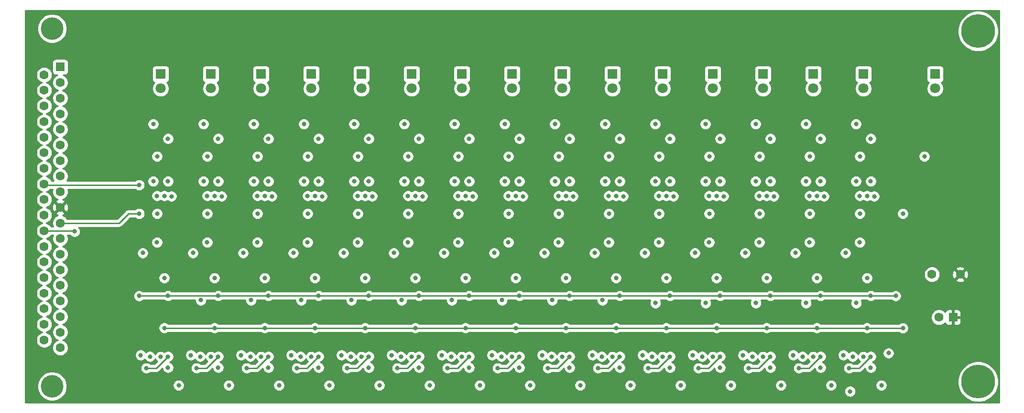
<source format=gbr>
G04 #@! TF.GenerationSoftware,KiCad,Pcbnew,5.1.5-52549c5~84~ubuntu18.04.1*
G04 #@! TF.CreationDate,2020-05-17T15:51:58-07:00*
G04 #@! TF.ProjectId,program_counter,70726f67-7261-46d5-9f63-6f756e746572,rev?*
G04 #@! TF.SameCoordinates,Original*
G04 #@! TF.FileFunction,Copper,L4,Bot*
G04 #@! TF.FilePolarity,Positive*
%FSLAX46Y46*%
G04 Gerber Fmt 4.6, Leading zero omitted, Abs format (unit mm)*
G04 Created by KiCad (PCBNEW 5.1.5-52549c5~84~ubuntu18.04.1) date 2020-05-17 15:51:58*
%MOMM*%
%LPD*%
G04 APERTURE LIST*
%ADD10C,4.000000*%
%ADD11C,1.600000*%
%ADD12R,1.600000X1.600000*%
%ADD13C,1.800000*%
%ADD14R,1.800000X1.800000*%
%ADD15C,6.000000*%
%ADD16C,0.800000*%
%ADD17C,0.250000*%
%ADD18C,0.254000*%
G04 APERTURE END LIST*
D10*
X72240000Y-129070000D03*
X72240000Y-65570000D03*
D11*
X70820000Y-120865000D03*
X70820000Y-118095000D03*
X70820000Y-115325000D03*
X70820000Y-112555000D03*
X70820000Y-109785000D03*
X70820000Y-107015000D03*
X70820000Y-104245000D03*
X70820000Y-101475000D03*
X70820000Y-98705000D03*
X70820000Y-95935000D03*
X70820000Y-93165000D03*
X70820000Y-90395000D03*
X70820000Y-87625000D03*
X70820000Y-84855000D03*
X70820000Y-82085000D03*
X70820000Y-79315000D03*
X70820000Y-76545000D03*
X70820000Y-73775000D03*
X73660000Y-122250000D03*
X73660000Y-119480000D03*
X73660000Y-116710000D03*
X73660000Y-113940000D03*
X73660000Y-111170000D03*
X73660000Y-108400000D03*
X73660000Y-105630000D03*
X73660000Y-102860000D03*
X73660000Y-100090000D03*
X73660000Y-97320000D03*
X73660000Y-94550000D03*
X73660000Y-91780000D03*
X73660000Y-89010000D03*
X73660000Y-86240000D03*
X73660000Y-83470000D03*
X73660000Y-80700000D03*
X73660000Y-77930000D03*
X73660000Y-75160000D03*
D12*
X73660000Y-72390000D03*
D13*
X228600000Y-76200000D03*
D14*
X228600000Y-73660000D03*
D11*
X228045000Y-109220000D03*
X233045000Y-109220000D03*
D13*
X207010000Y-76200000D03*
D14*
X207010000Y-73660000D03*
D13*
X91440000Y-76200000D03*
D14*
X91440000Y-73660000D03*
D13*
X100330000Y-76200000D03*
D14*
X100330000Y-73660000D03*
D13*
X109220000Y-76200000D03*
D14*
X109220000Y-73660000D03*
D13*
X118110000Y-76200000D03*
D14*
X118110000Y-73660000D03*
D13*
X127000000Y-76200000D03*
D14*
X127000000Y-73660000D03*
D13*
X135890000Y-76200000D03*
D14*
X135890000Y-73660000D03*
D13*
X144780000Y-76200000D03*
D14*
X144780000Y-73660000D03*
D13*
X153670000Y-76200000D03*
D14*
X153670000Y-73660000D03*
D13*
X162560000Y-76200000D03*
D14*
X162560000Y-73660000D03*
D13*
X171450000Y-76200000D03*
D14*
X171450000Y-73660000D03*
D13*
X180340000Y-76200000D03*
D14*
X180340000Y-73660000D03*
D13*
X189230000Y-76200000D03*
D14*
X189230000Y-73660000D03*
D13*
X198120000Y-76200000D03*
D14*
X198120000Y-73660000D03*
D13*
X215900000Y-76200000D03*
D14*
X215900000Y-73660000D03*
D11*
X229275000Y-116840000D03*
D12*
X231775000Y-116840000D03*
D15*
X236220000Y-66040000D03*
X236220000Y-128270000D03*
D16*
X88490000Y-121510000D03*
X97380000Y-121510000D03*
X106270000Y-121510000D03*
X115160000Y-121510000D03*
X124050000Y-121510000D03*
X132940000Y-121510000D03*
X141830000Y-121510000D03*
X150720000Y-121510000D03*
X159610000Y-121510000D03*
X168500000Y-121510000D03*
X177390000Y-121510000D03*
X186280000Y-121510000D03*
X195170000Y-121510000D03*
X204060000Y-121510000D03*
X212950000Y-121510000D03*
X88490000Y-111350000D03*
X97380000Y-111350000D03*
X106270000Y-111350000D03*
X115160000Y-111350000D03*
X124050000Y-111350000D03*
X132940000Y-111350000D03*
X141830000Y-111350000D03*
X150720000Y-111350000D03*
X159610000Y-111350000D03*
X168500000Y-111350000D03*
X177390000Y-111350000D03*
X186280000Y-111350000D03*
X195170000Y-111350000D03*
X204060000Y-111350000D03*
X212950000Y-111350000D03*
X88490000Y-101190000D03*
X97380000Y-101190000D03*
X106270000Y-101190000D03*
X115160000Y-101190000D03*
X124050000Y-101190000D03*
X132940000Y-101190000D03*
X141830000Y-101190000D03*
X150720000Y-101190000D03*
X159610000Y-101190000D03*
X168500000Y-101190000D03*
X177390000Y-101190000D03*
X186280000Y-101190000D03*
X195170000Y-101190000D03*
X204060000Y-101190000D03*
X212950000Y-101190000D03*
X88490000Y-91030000D03*
X97380000Y-91030000D03*
X106270000Y-91030000D03*
X115160000Y-91030000D03*
X124050000Y-91030000D03*
X132940000Y-91030000D03*
X141830000Y-91030000D03*
X150720000Y-91030000D03*
X159610000Y-91030000D03*
X168500000Y-91030000D03*
X177390000Y-91030000D03*
X186280000Y-91030000D03*
X195170000Y-91030000D03*
X204060000Y-91030000D03*
X212950000Y-91030000D03*
X88490000Y-80870000D03*
X97380000Y-80870000D03*
X106270000Y-80870000D03*
X115160000Y-80870000D03*
X124050000Y-80870000D03*
X132940000Y-80870000D03*
X141830000Y-80870000D03*
X150720000Y-80870000D03*
X159610000Y-80870000D03*
X168500000Y-80870000D03*
X177390000Y-80870000D03*
X186280000Y-80870000D03*
X195170000Y-80870000D03*
X204060000Y-80870000D03*
X212950000Y-80870000D03*
X231140000Y-96520000D03*
X219075000Y-128905000D03*
X210185000Y-128905000D03*
X201295000Y-128905000D03*
X192405000Y-128905000D03*
X183515000Y-128905000D03*
X174625000Y-128905000D03*
X165735000Y-128905000D03*
X156845000Y-128905000D03*
X147955000Y-128905000D03*
X139065000Y-128905000D03*
X130175000Y-128905000D03*
X121285000Y-128905000D03*
X112395000Y-128905000D03*
X103505000Y-128905000D03*
X94615000Y-128905000D03*
X217200000Y-113000000D03*
X208310000Y-113000000D03*
X199420000Y-113000000D03*
X190530000Y-113000000D03*
X181640000Y-113000000D03*
X172750000Y-113000000D03*
X163860000Y-113000000D03*
X154970000Y-113000000D03*
X146080000Y-113000000D03*
X137190000Y-113000000D03*
X128300000Y-113000000D03*
X119410000Y-113000000D03*
X110520000Y-113000000D03*
X101630000Y-113000000D03*
X92740000Y-113000000D03*
X76200000Y-101600000D03*
X87630000Y-113030000D03*
X221615000Y-113030000D03*
X100965000Y-109855000D03*
X118745000Y-109855000D03*
X136525000Y-109855000D03*
X154305000Y-109855000D03*
X172085000Y-109855000D03*
X189865000Y-109855000D03*
X207645000Y-109855000D03*
X90805000Y-98425000D03*
X99695000Y-98425000D03*
X108585000Y-98425000D03*
X117475000Y-98425000D03*
X126365000Y-98425000D03*
X135255000Y-98425000D03*
X144145000Y-98425000D03*
X153035000Y-98425000D03*
X161925000Y-98425000D03*
X170815000Y-98425000D03*
X179705000Y-98425000D03*
X188595000Y-98425000D03*
X197485000Y-98425000D03*
X206375000Y-98425000D03*
X215265000Y-98425000D03*
X222885000Y-98425000D03*
X87630000Y-98425000D03*
X92075000Y-109855000D03*
X109855000Y-109855000D03*
X127635000Y-109855000D03*
X145415000Y-109855000D03*
X163195000Y-109855000D03*
X180975000Y-109855000D03*
X198755000Y-109855000D03*
X216535000Y-109855000D03*
X213995000Y-123795000D03*
X217200000Y-125760000D03*
X215900000Y-123825000D03*
X212365000Y-123550000D03*
X214630000Y-114300000D03*
X92090000Y-118730000D03*
X100980000Y-118730000D03*
X109870000Y-118730000D03*
X118760000Y-118730000D03*
X127650000Y-118730000D03*
X136540000Y-118730000D03*
X145430000Y-118730000D03*
X154320000Y-118730000D03*
X163210000Y-118730000D03*
X172100000Y-118730000D03*
X180990000Y-118730000D03*
X189880000Y-118730000D03*
X198770000Y-118730000D03*
X207660000Y-118730000D03*
X216550000Y-118730000D03*
X222885000Y-118745000D03*
X90805000Y-88265000D03*
X99695000Y-88265000D03*
X108585000Y-88265000D03*
X117475000Y-88265000D03*
X126365000Y-88265000D03*
X135255000Y-88265000D03*
X144145000Y-88265000D03*
X153035000Y-88265000D03*
X161925000Y-88265000D03*
X170815000Y-88265000D03*
X179705000Y-88265000D03*
X188595000Y-88265000D03*
X197485000Y-88265000D03*
X206375000Y-88265000D03*
X215265000Y-88265000D03*
X226695000Y-88265000D03*
X217805000Y-95350000D03*
X214600000Y-92680000D03*
X215250000Y-95265000D03*
X217200000Y-92680000D03*
X89535000Y-123795000D03*
X92740000Y-125760000D03*
X91440000Y-123825000D03*
X87905000Y-123550000D03*
X90140000Y-92680000D03*
X93345000Y-95350000D03*
X92740000Y-92680000D03*
X90790000Y-95265000D03*
X90140000Y-82520000D03*
X92740000Y-85120000D03*
X98552000Y-113792000D03*
X100330000Y-123825000D03*
X96795000Y-123550000D03*
X99680000Y-95265000D03*
X101630000Y-92680000D03*
X101630000Y-85120000D03*
X99030000Y-82520000D03*
X107315000Y-123795000D03*
X110520000Y-125760000D03*
X109220000Y-123825000D03*
X105685000Y-123550000D03*
X107442000Y-113792000D03*
X111125000Y-95350000D03*
X107920000Y-92680000D03*
X108570000Y-95265000D03*
X110520000Y-92680000D03*
X116205000Y-123795000D03*
X119410000Y-125760000D03*
X118110000Y-123825000D03*
X114575000Y-123550000D03*
X116332000Y-113792000D03*
X120015000Y-95350000D03*
X116810000Y-92680000D03*
X117460000Y-95265000D03*
X119410000Y-92680000D03*
X119410000Y-85120000D03*
X116810000Y-82520000D03*
X127000000Y-123825000D03*
X123465000Y-123550000D03*
X125222000Y-113792000D03*
X126350000Y-95265000D03*
X128300000Y-92680000D03*
X128300000Y-85120000D03*
X125700000Y-82520000D03*
X133985000Y-123795000D03*
X137190000Y-125760000D03*
X135890000Y-123825000D03*
X132355000Y-123550000D03*
X134112000Y-113792000D03*
X137795000Y-95350000D03*
X134590000Y-92680000D03*
X135240000Y-95265000D03*
X137190000Y-92680000D03*
X142875000Y-123795000D03*
X146080000Y-125760000D03*
X144780000Y-123825000D03*
X141245000Y-123550000D03*
X143002000Y-113792000D03*
X146685000Y-95350000D03*
X143480000Y-92680000D03*
X144130000Y-95265000D03*
X146080000Y-92680000D03*
X146080000Y-85120000D03*
X143480000Y-82520000D03*
X153670000Y-123825000D03*
X150135000Y-123550000D03*
X151892000Y-113792000D03*
X153020000Y-95265000D03*
X154970000Y-92680000D03*
X154970000Y-85120000D03*
X152370000Y-82520000D03*
X160655000Y-123795000D03*
X163860000Y-125760000D03*
X162560000Y-123825000D03*
X159025000Y-123550000D03*
X160782000Y-113792000D03*
X164465000Y-95350000D03*
X161260000Y-92680000D03*
X161910000Y-95265000D03*
X163860000Y-92680000D03*
X217200000Y-123795000D03*
X213360000Y-125845000D03*
X220345000Y-123190000D03*
X213544990Y-129990010D03*
X212725000Y-105410000D03*
X203835000Y-105410000D03*
X194945000Y-105410000D03*
X186055000Y-105410000D03*
X177165000Y-105410000D03*
X168275000Y-105410000D03*
X159385000Y-105410000D03*
X150495000Y-105410000D03*
X141605000Y-105410000D03*
X132715000Y-105410000D03*
X123825000Y-105410000D03*
X114935000Y-105410000D03*
X106045000Y-105410000D03*
X97155000Y-105410000D03*
X88265000Y-105410000D03*
X87630000Y-93345000D03*
X208310000Y-123795000D03*
X204470000Y-125845000D03*
X215250000Y-103520000D03*
X216550000Y-95265000D03*
X217200000Y-85120000D03*
X214600000Y-82520000D03*
X92740000Y-123795000D03*
X88900000Y-125845000D03*
X92090000Y-95265000D03*
X90790000Y-103520000D03*
X98425000Y-123795000D03*
X101630000Y-125760000D03*
X97790000Y-125845000D03*
X101630000Y-123795000D03*
X99680000Y-103520000D03*
X100980000Y-95265000D03*
X102235000Y-95350000D03*
X99030000Y-92680000D03*
X110520000Y-123795000D03*
X106680000Y-125845000D03*
X108570000Y-103520000D03*
X109870000Y-95265000D03*
X110520000Y-85120000D03*
X107920000Y-82520000D03*
X119410000Y-123795000D03*
X115570000Y-125845000D03*
X117460000Y-103520000D03*
X118760000Y-95265000D03*
X125095000Y-123795000D03*
X128300000Y-125760000D03*
X128300000Y-123795000D03*
X124460000Y-125845000D03*
X126350000Y-103520000D03*
X127650000Y-95265000D03*
X128905000Y-95350000D03*
X125700000Y-92680000D03*
X137190000Y-123795000D03*
X133350000Y-125845000D03*
X135240000Y-103520000D03*
X136540000Y-95265000D03*
X137190000Y-85120000D03*
X134590000Y-82520000D03*
X146080000Y-123795000D03*
X142240000Y-125845000D03*
X144130000Y-103520000D03*
X145430000Y-95265000D03*
X151765000Y-123795000D03*
X154970000Y-125760000D03*
X154970000Y-123795000D03*
X151130000Y-125845000D03*
X153020000Y-103520000D03*
X154320000Y-95265000D03*
X155575000Y-95350000D03*
X152370000Y-92680000D03*
X163860000Y-123795000D03*
X160020000Y-125845000D03*
X161910000Y-103520000D03*
X163210000Y-95265000D03*
X163860000Y-85120000D03*
X161260000Y-82520000D03*
X169545000Y-123795000D03*
X172750000Y-125760000D03*
X171450000Y-123825000D03*
X167915000Y-123550000D03*
X169672000Y-113792000D03*
X172750000Y-123795000D03*
X168910000Y-125845000D03*
X170800000Y-103520000D03*
X172100000Y-95265000D03*
X173355000Y-95350000D03*
X170150000Y-92680000D03*
X170800000Y-95265000D03*
X172750000Y-92680000D03*
X172750000Y-85120000D03*
X170150000Y-82520000D03*
X178435000Y-123795000D03*
X181640000Y-125760000D03*
X180340000Y-123825000D03*
X176805000Y-123550000D03*
X179070000Y-114300000D03*
X181640000Y-123795000D03*
X177800000Y-125845000D03*
X179690000Y-103520000D03*
X180990000Y-95265000D03*
X182245000Y-95350000D03*
X179040000Y-92680000D03*
X179690000Y-95265000D03*
X181640000Y-92680000D03*
X181640000Y-85120000D03*
X179040000Y-82520000D03*
X187325000Y-123795000D03*
X190530000Y-125760000D03*
X189230000Y-123825000D03*
X185695000Y-123550000D03*
X187960000Y-114300000D03*
X190530000Y-123795000D03*
X186690000Y-125845000D03*
X188580000Y-103520000D03*
X189880000Y-95265000D03*
X191135000Y-95350000D03*
X187930000Y-92680000D03*
X188580000Y-95265000D03*
X190530000Y-92680000D03*
X190530000Y-85120000D03*
X187930000Y-82520000D03*
X196215000Y-123795000D03*
X199420000Y-125760000D03*
X198120000Y-123825000D03*
X194585000Y-123550000D03*
X196850000Y-114300000D03*
X199420000Y-123795000D03*
X195580000Y-125845000D03*
X197470000Y-103520000D03*
X198770000Y-95265000D03*
X200025000Y-95350000D03*
X196820000Y-92680000D03*
X197470000Y-95265000D03*
X199420000Y-92680000D03*
X199420000Y-85120000D03*
X196820000Y-82520000D03*
X205105000Y-123795000D03*
X208310000Y-125760000D03*
X207010000Y-123825000D03*
X203475000Y-123550000D03*
X205740000Y-114300000D03*
X206360000Y-103520000D03*
X207660000Y-95265000D03*
X208915000Y-95350000D03*
X205710000Y-92680000D03*
X206360000Y-95265000D03*
X208310000Y-92680000D03*
X208310000Y-85120000D03*
X205710000Y-82520000D03*
D17*
X92764999Y-113024999D02*
X92740000Y-113000000D01*
X70820000Y-101475000D02*
X76075000Y-101475000D01*
X87600000Y-113000000D02*
X92740000Y-113000000D01*
X95855000Y-113000000D02*
X95885000Y-113030000D01*
X92740000Y-113000000D02*
X95855000Y-113000000D01*
X95885000Y-113030000D02*
X95934998Y-113030000D01*
X221615000Y-113030000D02*
X95885000Y-113030000D01*
X73660000Y-100090000D02*
X84060000Y-100090000D01*
X85725000Y-98425000D02*
X87630000Y-98425000D01*
X84060000Y-100090000D02*
X85725000Y-98425000D01*
X222885000Y-98425000D02*
X222885000Y-98425000D01*
X92105000Y-118745000D02*
X92090000Y-118730000D01*
X222885000Y-118745000D02*
X92105000Y-118745000D01*
X213360000Y-125845000D02*
X215150000Y-125845000D01*
X215150000Y-125845000D02*
X217200000Y-123795000D01*
X71000000Y-93345000D02*
X70820000Y-93165000D01*
X87630000Y-93345000D02*
X71000000Y-93345000D01*
X204470000Y-125845000D02*
X206260000Y-125845000D01*
X206260000Y-125845000D02*
X208310000Y-123795000D01*
X90690000Y-125845000D02*
X92740000Y-123795000D01*
X88900000Y-125845000D02*
X90690000Y-125845000D01*
X99580000Y-125845000D02*
X101630000Y-123795000D01*
X97790000Y-125845000D02*
X99580000Y-125845000D01*
X106680000Y-125845000D02*
X108470000Y-125845000D01*
X108470000Y-125845000D02*
X110520000Y-123795000D01*
X115570000Y-125845000D02*
X117360000Y-125845000D01*
X117360000Y-125845000D02*
X119410000Y-123795000D01*
X124460000Y-125845000D02*
X126250000Y-125845000D01*
X126250000Y-125845000D02*
X128300000Y-123795000D01*
X133350000Y-125845000D02*
X135140000Y-125845000D01*
X135140000Y-125845000D02*
X137190000Y-123795000D01*
X142240000Y-125845000D02*
X144030000Y-125845000D01*
X144030000Y-125845000D02*
X146080000Y-123795000D01*
X151130000Y-125845000D02*
X152920000Y-125845000D01*
X152920000Y-125845000D02*
X154970000Y-123795000D01*
X160020000Y-125845000D02*
X161810000Y-125845000D01*
X161810000Y-125845000D02*
X163860000Y-123795000D01*
X168910000Y-125845000D02*
X170700000Y-125845000D01*
X170700000Y-125845000D02*
X172750000Y-123795000D01*
X177800000Y-125845000D02*
X179590000Y-125845000D01*
X179590000Y-125845000D02*
X181640000Y-123795000D01*
X186690000Y-125845000D02*
X188480000Y-125845000D01*
X188480000Y-125845000D02*
X190530000Y-123795000D01*
X195580000Y-125845000D02*
X197370000Y-125845000D01*
X197370000Y-125845000D02*
X199420000Y-123795000D01*
D18*
G36*
X239903000Y-131953000D02*
G01*
X67437000Y-131953000D01*
X67437000Y-128810475D01*
X69605000Y-128810475D01*
X69605000Y-129329525D01*
X69706261Y-129838601D01*
X69904893Y-130318141D01*
X70193262Y-130749715D01*
X70560285Y-131116738D01*
X70991859Y-131405107D01*
X71471399Y-131603739D01*
X71980475Y-131705000D01*
X72499525Y-131705000D01*
X73008601Y-131603739D01*
X73488141Y-131405107D01*
X73919715Y-131116738D01*
X74286738Y-130749715D01*
X74575107Y-130318141D01*
X74773739Y-129838601D01*
X74875000Y-129329525D01*
X74875000Y-128810475D01*
X74873526Y-128803061D01*
X93580000Y-128803061D01*
X93580000Y-129006939D01*
X93619774Y-129206898D01*
X93697795Y-129395256D01*
X93811063Y-129564774D01*
X93955226Y-129708937D01*
X94124744Y-129822205D01*
X94313102Y-129900226D01*
X94513061Y-129940000D01*
X94716939Y-129940000D01*
X94916898Y-129900226D01*
X95105256Y-129822205D01*
X95274774Y-129708937D01*
X95418937Y-129564774D01*
X95532205Y-129395256D01*
X95610226Y-129206898D01*
X95650000Y-129006939D01*
X95650000Y-128803061D01*
X102470000Y-128803061D01*
X102470000Y-129006939D01*
X102509774Y-129206898D01*
X102587795Y-129395256D01*
X102701063Y-129564774D01*
X102845226Y-129708937D01*
X103014744Y-129822205D01*
X103203102Y-129900226D01*
X103403061Y-129940000D01*
X103606939Y-129940000D01*
X103806898Y-129900226D01*
X103995256Y-129822205D01*
X104164774Y-129708937D01*
X104308937Y-129564774D01*
X104422205Y-129395256D01*
X104500226Y-129206898D01*
X104540000Y-129006939D01*
X104540000Y-128803061D01*
X111360000Y-128803061D01*
X111360000Y-129006939D01*
X111399774Y-129206898D01*
X111477795Y-129395256D01*
X111591063Y-129564774D01*
X111735226Y-129708937D01*
X111904744Y-129822205D01*
X112093102Y-129900226D01*
X112293061Y-129940000D01*
X112496939Y-129940000D01*
X112696898Y-129900226D01*
X112885256Y-129822205D01*
X113054774Y-129708937D01*
X113198937Y-129564774D01*
X113312205Y-129395256D01*
X113390226Y-129206898D01*
X113430000Y-129006939D01*
X113430000Y-128803061D01*
X120250000Y-128803061D01*
X120250000Y-129006939D01*
X120289774Y-129206898D01*
X120367795Y-129395256D01*
X120481063Y-129564774D01*
X120625226Y-129708937D01*
X120794744Y-129822205D01*
X120983102Y-129900226D01*
X121183061Y-129940000D01*
X121386939Y-129940000D01*
X121586898Y-129900226D01*
X121775256Y-129822205D01*
X121944774Y-129708937D01*
X122088937Y-129564774D01*
X122202205Y-129395256D01*
X122280226Y-129206898D01*
X122320000Y-129006939D01*
X122320000Y-128803061D01*
X129140000Y-128803061D01*
X129140000Y-129006939D01*
X129179774Y-129206898D01*
X129257795Y-129395256D01*
X129371063Y-129564774D01*
X129515226Y-129708937D01*
X129684744Y-129822205D01*
X129873102Y-129900226D01*
X130073061Y-129940000D01*
X130276939Y-129940000D01*
X130476898Y-129900226D01*
X130665256Y-129822205D01*
X130834774Y-129708937D01*
X130978937Y-129564774D01*
X131092205Y-129395256D01*
X131170226Y-129206898D01*
X131210000Y-129006939D01*
X131210000Y-128803061D01*
X138030000Y-128803061D01*
X138030000Y-129006939D01*
X138069774Y-129206898D01*
X138147795Y-129395256D01*
X138261063Y-129564774D01*
X138405226Y-129708937D01*
X138574744Y-129822205D01*
X138763102Y-129900226D01*
X138963061Y-129940000D01*
X139166939Y-129940000D01*
X139366898Y-129900226D01*
X139555256Y-129822205D01*
X139724774Y-129708937D01*
X139868937Y-129564774D01*
X139982205Y-129395256D01*
X140060226Y-129206898D01*
X140100000Y-129006939D01*
X140100000Y-128803061D01*
X146920000Y-128803061D01*
X146920000Y-129006939D01*
X146959774Y-129206898D01*
X147037795Y-129395256D01*
X147151063Y-129564774D01*
X147295226Y-129708937D01*
X147464744Y-129822205D01*
X147653102Y-129900226D01*
X147853061Y-129940000D01*
X148056939Y-129940000D01*
X148256898Y-129900226D01*
X148445256Y-129822205D01*
X148614774Y-129708937D01*
X148758937Y-129564774D01*
X148872205Y-129395256D01*
X148950226Y-129206898D01*
X148990000Y-129006939D01*
X148990000Y-128803061D01*
X155810000Y-128803061D01*
X155810000Y-129006939D01*
X155849774Y-129206898D01*
X155927795Y-129395256D01*
X156041063Y-129564774D01*
X156185226Y-129708937D01*
X156354744Y-129822205D01*
X156543102Y-129900226D01*
X156743061Y-129940000D01*
X156946939Y-129940000D01*
X157146898Y-129900226D01*
X157335256Y-129822205D01*
X157504774Y-129708937D01*
X157648937Y-129564774D01*
X157762205Y-129395256D01*
X157840226Y-129206898D01*
X157880000Y-129006939D01*
X157880000Y-128803061D01*
X164700000Y-128803061D01*
X164700000Y-129006939D01*
X164739774Y-129206898D01*
X164817795Y-129395256D01*
X164931063Y-129564774D01*
X165075226Y-129708937D01*
X165244744Y-129822205D01*
X165433102Y-129900226D01*
X165633061Y-129940000D01*
X165836939Y-129940000D01*
X166036898Y-129900226D01*
X166225256Y-129822205D01*
X166394774Y-129708937D01*
X166538937Y-129564774D01*
X166652205Y-129395256D01*
X166730226Y-129206898D01*
X166770000Y-129006939D01*
X166770000Y-128803061D01*
X173590000Y-128803061D01*
X173590000Y-129006939D01*
X173629774Y-129206898D01*
X173707795Y-129395256D01*
X173821063Y-129564774D01*
X173965226Y-129708937D01*
X174134744Y-129822205D01*
X174323102Y-129900226D01*
X174523061Y-129940000D01*
X174726939Y-129940000D01*
X174926898Y-129900226D01*
X175115256Y-129822205D01*
X175284774Y-129708937D01*
X175428937Y-129564774D01*
X175542205Y-129395256D01*
X175620226Y-129206898D01*
X175660000Y-129006939D01*
X175660000Y-128803061D01*
X182480000Y-128803061D01*
X182480000Y-129006939D01*
X182519774Y-129206898D01*
X182597795Y-129395256D01*
X182711063Y-129564774D01*
X182855226Y-129708937D01*
X183024744Y-129822205D01*
X183213102Y-129900226D01*
X183413061Y-129940000D01*
X183616939Y-129940000D01*
X183816898Y-129900226D01*
X184005256Y-129822205D01*
X184174774Y-129708937D01*
X184318937Y-129564774D01*
X184432205Y-129395256D01*
X184510226Y-129206898D01*
X184550000Y-129006939D01*
X184550000Y-128803061D01*
X191370000Y-128803061D01*
X191370000Y-129006939D01*
X191409774Y-129206898D01*
X191487795Y-129395256D01*
X191601063Y-129564774D01*
X191745226Y-129708937D01*
X191914744Y-129822205D01*
X192103102Y-129900226D01*
X192303061Y-129940000D01*
X192506939Y-129940000D01*
X192706898Y-129900226D01*
X192895256Y-129822205D01*
X193064774Y-129708937D01*
X193208937Y-129564774D01*
X193322205Y-129395256D01*
X193400226Y-129206898D01*
X193440000Y-129006939D01*
X193440000Y-128803061D01*
X200260000Y-128803061D01*
X200260000Y-129006939D01*
X200299774Y-129206898D01*
X200377795Y-129395256D01*
X200491063Y-129564774D01*
X200635226Y-129708937D01*
X200804744Y-129822205D01*
X200993102Y-129900226D01*
X201193061Y-129940000D01*
X201396939Y-129940000D01*
X201596898Y-129900226D01*
X201785256Y-129822205D01*
X201954774Y-129708937D01*
X202098937Y-129564774D01*
X202212205Y-129395256D01*
X202290226Y-129206898D01*
X202330000Y-129006939D01*
X202330000Y-128803061D01*
X209150000Y-128803061D01*
X209150000Y-129006939D01*
X209189774Y-129206898D01*
X209267795Y-129395256D01*
X209381063Y-129564774D01*
X209525226Y-129708937D01*
X209694744Y-129822205D01*
X209883102Y-129900226D01*
X210083061Y-129940000D01*
X210286939Y-129940000D01*
X210486898Y-129900226D01*
X210516242Y-129888071D01*
X212509990Y-129888071D01*
X212509990Y-130091949D01*
X212549764Y-130291908D01*
X212627785Y-130480266D01*
X212741053Y-130649784D01*
X212885216Y-130793947D01*
X213054734Y-130907215D01*
X213243092Y-130985236D01*
X213443051Y-131025010D01*
X213646929Y-131025010D01*
X213846888Y-130985236D01*
X214035246Y-130907215D01*
X214204764Y-130793947D01*
X214348927Y-130649784D01*
X214462195Y-130480266D01*
X214540216Y-130291908D01*
X214579990Y-130091949D01*
X214579990Y-129888071D01*
X214540216Y-129688112D01*
X214462195Y-129499754D01*
X214348927Y-129330236D01*
X214204764Y-129186073D01*
X214035246Y-129072805D01*
X213846888Y-128994784D01*
X213646929Y-128955010D01*
X213443051Y-128955010D01*
X213243092Y-128994784D01*
X213054734Y-129072805D01*
X212885216Y-129186073D01*
X212741053Y-129330236D01*
X212627785Y-129499754D01*
X212549764Y-129688112D01*
X212509990Y-129888071D01*
X210516242Y-129888071D01*
X210675256Y-129822205D01*
X210844774Y-129708937D01*
X210988937Y-129564774D01*
X211102205Y-129395256D01*
X211180226Y-129206898D01*
X211220000Y-129006939D01*
X211220000Y-128803061D01*
X218040000Y-128803061D01*
X218040000Y-129006939D01*
X218079774Y-129206898D01*
X218157795Y-129395256D01*
X218271063Y-129564774D01*
X218415226Y-129708937D01*
X218584744Y-129822205D01*
X218773102Y-129900226D01*
X218973061Y-129940000D01*
X219176939Y-129940000D01*
X219376898Y-129900226D01*
X219565256Y-129822205D01*
X219734774Y-129708937D01*
X219878937Y-129564774D01*
X219992205Y-129395256D01*
X220070226Y-129206898D01*
X220110000Y-129006939D01*
X220110000Y-128803061D01*
X220070226Y-128603102D01*
X219992205Y-128414744D01*
X219878937Y-128245226D01*
X219734774Y-128101063D01*
X219565256Y-127987795D01*
X219382234Y-127911984D01*
X232585000Y-127911984D01*
X232585000Y-128628016D01*
X232724691Y-129330290D01*
X232998705Y-129991818D01*
X233396511Y-130587177D01*
X233902823Y-131093489D01*
X234498182Y-131491295D01*
X235159710Y-131765309D01*
X235861984Y-131905000D01*
X236578016Y-131905000D01*
X237280290Y-131765309D01*
X237941818Y-131491295D01*
X238537177Y-131093489D01*
X239043489Y-130587177D01*
X239441295Y-129991818D01*
X239715309Y-129330290D01*
X239855000Y-128628016D01*
X239855000Y-127911984D01*
X239715309Y-127209710D01*
X239441295Y-126548182D01*
X239043489Y-125952823D01*
X238537177Y-125446511D01*
X237941818Y-125048705D01*
X237280290Y-124774691D01*
X236578016Y-124635000D01*
X235861984Y-124635000D01*
X235159710Y-124774691D01*
X234498182Y-125048705D01*
X233902823Y-125446511D01*
X233396511Y-125952823D01*
X232998705Y-126548182D01*
X232724691Y-127209710D01*
X232585000Y-127911984D01*
X219382234Y-127911984D01*
X219376898Y-127909774D01*
X219176939Y-127870000D01*
X218973061Y-127870000D01*
X218773102Y-127909774D01*
X218584744Y-127987795D01*
X218415226Y-128101063D01*
X218271063Y-128245226D01*
X218157795Y-128414744D01*
X218079774Y-128603102D01*
X218040000Y-128803061D01*
X211220000Y-128803061D01*
X211180226Y-128603102D01*
X211102205Y-128414744D01*
X210988937Y-128245226D01*
X210844774Y-128101063D01*
X210675256Y-127987795D01*
X210486898Y-127909774D01*
X210286939Y-127870000D01*
X210083061Y-127870000D01*
X209883102Y-127909774D01*
X209694744Y-127987795D01*
X209525226Y-128101063D01*
X209381063Y-128245226D01*
X209267795Y-128414744D01*
X209189774Y-128603102D01*
X209150000Y-128803061D01*
X202330000Y-128803061D01*
X202290226Y-128603102D01*
X202212205Y-128414744D01*
X202098937Y-128245226D01*
X201954774Y-128101063D01*
X201785256Y-127987795D01*
X201596898Y-127909774D01*
X201396939Y-127870000D01*
X201193061Y-127870000D01*
X200993102Y-127909774D01*
X200804744Y-127987795D01*
X200635226Y-128101063D01*
X200491063Y-128245226D01*
X200377795Y-128414744D01*
X200299774Y-128603102D01*
X200260000Y-128803061D01*
X193440000Y-128803061D01*
X193400226Y-128603102D01*
X193322205Y-128414744D01*
X193208937Y-128245226D01*
X193064774Y-128101063D01*
X192895256Y-127987795D01*
X192706898Y-127909774D01*
X192506939Y-127870000D01*
X192303061Y-127870000D01*
X192103102Y-127909774D01*
X191914744Y-127987795D01*
X191745226Y-128101063D01*
X191601063Y-128245226D01*
X191487795Y-128414744D01*
X191409774Y-128603102D01*
X191370000Y-128803061D01*
X184550000Y-128803061D01*
X184510226Y-128603102D01*
X184432205Y-128414744D01*
X184318937Y-128245226D01*
X184174774Y-128101063D01*
X184005256Y-127987795D01*
X183816898Y-127909774D01*
X183616939Y-127870000D01*
X183413061Y-127870000D01*
X183213102Y-127909774D01*
X183024744Y-127987795D01*
X182855226Y-128101063D01*
X182711063Y-128245226D01*
X182597795Y-128414744D01*
X182519774Y-128603102D01*
X182480000Y-128803061D01*
X175660000Y-128803061D01*
X175620226Y-128603102D01*
X175542205Y-128414744D01*
X175428937Y-128245226D01*
X175284774Y-128101063D01*
X175115256Y-127987795D01*
X174926898Y-127909774D01*
X174726939Y-127870000D01*
X174523061Y-127870000D01*
X174323102Y-127909774D01*
X174134744Y-127987795D01*
X173965226Y-128101063D01*
X173821063Y-128245226D01*
X173707795Y-128414744D01*
X173629774Y-128603102D01*
X173590000Y-128803061D01*
X166770000Y-128803061D01*
X166730226Y-128603102D01*
X166652205Y-128414744D01*
X166538937Y-128245226D01*
X166394774Y-128101063D01*
X166225256Y-127987795D01*
X166036898Y-127909774D01*
X165836939Y-127870000D01*
X165633061Y-127870000D01*
X165433102Y-127909774D01*
X165244744Y-127987795D01*
X165075226Y-128101063D01*
X164931063Y-128245226D01*
X164817795Y-128414744D01*
X164739774Y-128603102D01*
X164700000Y-128803061D01*
X157880000Y-128803061D01*
X157840226Y-128603102D01*
X157762205Y-128414744D01*
X157648937Y-128245226D01*
X157504774Y-128101063D01*
X157335256Y-127987795D01*
X157146898Y-127909774D01*
X156946939Y-127870000D01*
X156743061Y-127870000D01*
X156543102Y-127909774D01*
X156354744Y-127987795D01*
X156185226Y-128101063D01*
X156041063Y-128245226D01*
X155927795Y-128414744D01*
X155849774Y-128603102D01*
X155810000Y-128803061D01*
X148990000Y-128803061D01*
X148950226Y-128603102D01*
X148872205Y-128414744D01*
X148758937Y-128245226D01*
X148614774Y-128101063D01*
X148445256Y-127987795D01*
X148256898Y-127909774D01*
X148056939Y-127870000D01*
X147853061Y-127870000D01*
X147653102Y-127909774D01*
X147464744Y-127987795D01*
X147295226Y-128101063D01*
X147151063Y-128245226D01*
X147037795Y-128414744D01*
X146959774Y-128603102D01*
X146920000Y-128803061D01*
X140100000Y-128803061D01*
X140060226Y-128603102D01*
X139982205Y-128414744D01*
X139868937Y-128245226D01*
X139724774Y-128101063D01*
X139555256Y-127987795D01*
X139366898Y-127909774D01*
X139166939Y-127870000D01*
X138963061Y-127870000D01*
X138763102Y-127909774D01*
X138574744Y-127987795D01*
X138405226Y-128101063D01*
X138261063Y-128245226D01*
X138147795Y-128414744D01*
X138069774Y-128603102D01*
X138030000Y-128803061D01*
X131210000Y-128803061D01*
X131170226Y-128603102D01*
X131092205Y-128414744D01*
X130978937Y-128245226D01*
X130834774Y-128101063D01*
X130665256Y-127987795D01*
X130476898Y-127909774D01*
X130276939Y-127870000D01*
X130073061Y-127870000D01*
X129873102Y-127909774D01*
X129684744Y-127987795D01*
X129515226Y-128101063D01*
X129371063Y-128245226D01*
X129257795Y-128414744D01*
X129179774Y-128603102D01*
X129140000Y-128803061D01*
X122320000Y-128803061D01*
X122280226Y-128603102D01*
X122202205Y-128414744D01*
X122088937Y-128245226D01*
X121944774Y-128101063D01*
X121775256Y-127987795D01*
X121586898Y-127909774D01*
X121386939Y-127870000D01*
X121183061Y-127870000D01*
X120983102Y-127909774D01*
X120794744Y-127987795D01*
X120625226Y-128101063D01*
X120481063Y-128245226D01*
X120367795Y-128414744D01*
X120289774Y-128603102D01*
X120250000Y-128803061D01*
X113430000Y-128803061D01*
X113390226Y-128603102D01*
X113312205Y-128414744D01*
X113198937Y-128245226D01*
X113054774Y-128101063D01*
X112885256Y-127987795D01*
X112696898Y-127909774D01*
X112496939Y-127870000D01*
X112293061Y-127870000D01*
X112093102Y-127909774D01*
X111904744Y-127987795D01*
X111735226Y-128101063D01*
X111591063Y-128245226D01*
X111477795Y-128414744D01*
X111399774Y-128603102D01*
X111360000Y-128803061D01*
X104540000Y-128803061D01*
X104500226Y-128603102D01*
X104422205Y-128414744D01*
X104308937Y-128245226D01*
X104164774Y-128101063D01*
X103995256Y-127987795D01*
X103806898Y-127909774D01*
X103606939Y-127870000D01*
X103403061Y-127870000D01*
X103203102Y-127909774D01*
X103014744Y-127987795D01*
X102845226Y-128101063D01*
X102701063Y-128245226D01*
X102587795Y-128414744D01*
X102509774Y-128603102D01*
X102470000Y-128803061D01*
X95650000Y-128803061D01*
X95610226Y-128603102D01*
X95532205Y-128414744D01*
X95418937Y-128245226D01*
X95274774Y-128101063D01*
X95105256Y-127987795D01*
X94916898Y-127909774D01*
X94716939Y-127870000D01*
X94513061Y-127870000D01*
X94313102Y-127909774D01*
X94124744Y-127987795D01*
X93955226Y-128101063D01*
X93811063Y-128245226D01*
X93697795Y-128414744D01*
X93619774Y-128603102D01*
X93580000Y-128803061D01*
X74873526Y-128803061D01*
X74773739Y-128301399D01*
X74575107Y-127821859D01*
X74286738Y-127390285D01*
X73919715Y-127023262D01*
X73488141Y-126734893D01*
X73008601Y-126536261D01*
X72499525Y-126435000D01*
X71980475Y-126435000D01*
X71471399Y-126536261D01*
X70991859Y-126734893D01*
X70560285Y-127023262D01*
X70193262Y-127390285D01*
X69904893Y-127821859D01*
X69706261Y-128301399D01*
X69605000Y-128810475D01*
X67437000Y-128810475D01*
X67437000Y-73633665D01*
X69385000Y-73633665D01*
X69385000Y-73916335D01*
X69440147Y-74193574D01*
X69548320Y-74454727D01*
X69705363Y-74689759D01*
X69905241Y-74889637D01*
X70140273Y-75046680D01*
X70401426Y-75154853D01*
X70427301Y-75160000D01*
X70401426Y-75165147D01*
X70140273Y-75273320D01*
X69905241Y-75430363D01*
X69705363Y-75630241D01*
X69548320Y-75865273D01*
X69440147Y-76126426D01*
X69385000Y-76403665D01*
X69385000Y-76686335D01*
X69440147Y-76963574D01*
X69548320Y-77224727D01*
X69705363Y-77459759D01*
X69905241Y-77659637D01*
X70140273Y-77816680D01*
X70401426Y-77924853D01*
X70427301Y-77930000D01*
X70401426Y-77935147D01*
X70140273Y-78043320D01*
X69905241Y-78200363D01*
X69705363Y-78400241D01*
X69548320Y-78635273D01*
X69440147Y-78896426D01*
X69385000Y-79173665D01*
X69385000Y-79456335D01*
X69440147Y-79733574D01*
X69548320Y-79994727D01*
X69705363Y-80229759D01*
X69905241Y-80429637D01*
X70140273Y-80586680D01*
X70401426Y-80694853D01*
X70427301Y-80700000D01*
X70401426Y-80705147D01*
X70140273Y-80813320D01*
X69905241Y-80970363D01*
X69705363Y-81170241D01*
X69548320Y-81405273D01*
X69440147Y-81666426D01*
X69385000Y-81943665D01*
X69385000Y-82226335D01*
X69440147Y-82503574D01*
X69548320Y-82764727D01*
X69705363Y-82999759D01*
X69905241Y-83199637D01*
X70140273Y-83356680D01*
X70401426Y-83464853D01*
X70427301Y-83470000D01*
X70401426Y-83475147D01*
X70140273Y-83583320D01*
X69905241Y-83740363D01*
X69705363Y-83940241D01*
X69548320Y-84175273D01*
X69440147Y-84436426D01*
X69385000Y-84713665D01*
X69385000Y-84996335D01*
X69440147Y-85273574D01*
X69548320Y-85534727D01*
X69705363Y-85769759D01*
X69905241Y-85969637D01*
X70140273Y-86126680D01*
X70401426Y-86234853D01*
X70427301Y-86240000D01*
X70401426Y-86245147D01*
X70140273Y-86353320D01*
X69905241Y-86510363D01*
X69705363Y-86710241D01*
X69548320Y-86945273D01*
X69440147Y-87206426D01*
X69385000Y-87483665D01*
X69385000Y-87766335D01*
X69440147Y-88043574D01*
X69548320Y-88304727D01*
X69705363Y-88539759D01*
X69905241Y-88739637D01*
X70140273Y-88896680D01*
X70401426Y-89004853D01*
X70427301Y-89010000D01*
X70401426Y-89015147D01*
X70140273Y-89123320D01*
X69905241Y-89280363D01*
X69705363Y-89480241D01*
X69548320Y-89715273D01*
X69440147Y-89976426D01*
X69385000Y-90253665D01*
X69385000Y-90536335D01*
X69440147Y-90813574D01*
X69548320Y-91074727D01*
X69705363Y-91309759D01*
X69905241Y-91509637D01*
X70140273Y-91666680D01*
X70401426Y-91774853D01*
X70427301Y-91780000D01*
X70401426Y-91785147D01*
X70140273Y-91893320D01*
X69905241Y-92050363D01*
X69705363Y-92250241D01*
X69548320Y-92485273D01*
X69440147Y-92746426D01*
X69385000Y-93023665D01*
X69385000Y-93306335D01*
X69440147Y-93583574D01*
X69548320Y-93844727D01*
X69705363Y-94079759D01*
X69905241Y-94279637D01*
X70140273Y-94436680D01*
X70401426Y-94544853D01*
X70427301Y-94550000D01*
X70401426Y-94555147D01*
X70140273Y-94663320D01*
X69905241Y-94820363D01*
X69705363Y-95020241D01*
X69548320Y-95255273D01*
X69440147Y-95516426D01*
X69385000Y-95793665D01*
X69385000Y-96076335D01*
X69440147Y-96353574D01*
X69548320Y-96614727D01*
X69705363Y-96849759D01*
X69905241Y-97049637D01*
X70140273Y-97206680D01*
X70401426Y-97314853D01*
X70427301Y-97320000D01*
X70401426Y-97325147D01*
X70140273Y-97433320D01*
X69905241Y-97590363D01*
X69705363Y-97790241D01*
X69548320Y-98025273D01*
X69440147Y-98286426D01*
X69385000Y-98563665D01*
X69385000Y-98846335D01*
X69440147Y-99123574D01*
X69548320Y-99384727D01*
X69705363Y-99619759D01*
X69905241Y-99819637D01*
X70140273Y-99976680D01*
X70401426Y-100084853D01*
X70427301Y-100090000D01*
X70401426Y-100095147D01*
X70140273Y-100203320D01*
X69905241Y-100360363D01*
X69705363Y-100560241D01*
X69548320Y-100795273D01*
X69440147Y-101056426D01*
X69385000Y-101333665D01*
X69385000Y-101616335D01*
X69440147Y-101893574D01*
X69548320Y-102154727D01*
X69705363Y-102389759D01*
X69905241Y-102589637D01*
X70140273Y-102746680D01*
X70401426Y-102854853D01*
X70427301Y-102860000D01*
X70401426Y-102865147D01*
X70140273Y-102973320D01*
X69905241Y-103130363D01*
X69705363Y-103330241D01*
X69548320Y-103565273D01*
X69440147Y-103826426D01*
X69385000Y-104103665D01*
X69385000Y-104386335D01*
X69440147Y-104663574D01*
X69548320Y-104924727D01*
X69705363Y-105159759D01*
X69905241Y-105359637D01*
X70140273Y-105516680D01*
X70401426Y-105624853D01*
X70427301Y-105630000D01*
X70401426Y-105635147D01*
X70140273Y-105743320D01*
X69905241Y-105900363D01*
X69705363Y-106100241D01*
X69548320Y-106335273D01*
X69440147Y-106596426D01*
X69385000Y-106873665D01*
X69385000Y-107156335D01*
X69440147Y-107433574D01*
X69548320Y-107694727D01*
X69705363Y-107929759D01*
X69905241Y-108129637D01*
X70140273Y-108286680D01*
X70401426Y-108394853D01*
X70427301Y-108400000D01*
X70401426Y-108405147D01*
X70140273Y-108513320D01*
X69905241Y-108670363D01*
X69705363Y-108870241D01*
X69548320Y-109105273D01*
X69440147Y-109366426D01*
X69385000Y-109643665D01*
X69385000Y-109926335D01*
X69440147Y-110203574D01*
X69548320Y-110464727D01*
X69705363Y-110699759D01*
X69905241Y-110899637D01*
X70140273Y-111056680D01*
X70401426Y-111164853D01*
X70427301Y-111170000D01*
X70401426Y-111175147D01*
X70140273Y-111283320D01*
X69905241Y-111440363D01*
X69705363Y-111640241D01*
X69548320Y-111875273D01*
X69440147Y-112136426D01*
X69385000Y-112413665D01*
X69385000Y-112696335D01*
X69440147Y-112973574D01*
X69548320Y-113234727D01*
X69705363Y-113469759D01*
X69905241Y-113669637D01*
X70140273Y-113826680D01*
X70401426Y-113934853D01*
X70427301Y-113940000D01*
X70401426Y-113945147D01*
X70140273Y-114053320D01*
X69905241Y-114210363D01*
X69705363Y-114410241D01*
X69548320Y-114645273D01*
X69440147Y-114906426D01*
X69385000Y-115183665D01*
X69385000Y-115466335D01*
X69440147Y-115743574D01*
X69548320Y-116004727D01*
X69705363Y-116239759D01*
X69905241Y-116439637D01*
X70140273Y-116596680D01*
X70401426Y-116704853D01*
X70427301Y-116710000D01*
X70401426Y-116715147D01*
X70140273Y-116823320D01*
X69905241Y-116980363D01*
X69705363Y-117180241D01*
X69548320Y-117415273D01*
X69440147Y-117676426D01*
X69385000Y-117953665D01*
X69385000Y-118236335D01*
X69440147Y-118513574D01*
X69548320Y-118774727D01*
X69705363Y-119009759D01*
X69905241Y-119209637D01*
X70140273Y-119366680D01*
X70401426Y-119474853D01*
X70427301Y-119480000D01*
X70401426Y-119485147D01*
X70140273Y-119593320D01*
X69905241Y-119750363D01*
X69705363Y-119950241D01*
X69548320Y-120185273D01*
X69440147Y-120446426D01*
X69385000Y-120723665D01*
X69385000Y-121006335D01*
X69440147Y-121283574D01*
X69548320Y-121544727D01*
X69705363Y-121779759D01*
X69905241Y-121979637D01*
X70140273Y-122136680D01*
X70401426Y-122244853D01*
X70678665Y-122300000D01*
X70961335Y-122300000D01*
X71238574Y-122244853D01*
X71499727Y-122136680D01*
X71734759Y-121979637D01*
X71934637Y-121779759D01*
X72091680Y-121544727D01*
X72199853Y-121283574D01*
X72255000Y-121006335D01*
X72255000Y-120723665D01*
X72199853Y-120446426D01*
X72091680Y-120185273D01*
X71934637Y-119950241D01*
X71734759Y-119750363D01*
X71499727Y-119593320D01*
X71238574Y-119485147D01*
X71212699Y-119480000D01*
X71238574Y-119474853D01*
X71499727Y-119366680D01*
X71734759Y-119209637D01*
X71934637Y-119009759D01*
X72091680Y-118774727D01*
X72199853Y-118513574D01*
X72255000Y-118236335D01*
X72255000Y-117953665D01*
X72199853Y-117676426D01*
X72091680Y-117415273D01*
X71934637Y-117180241D01*
X71734759Y-116980363D01*
X71499727Y-116823320D01*
X71238574Y-116715147D01*
X71212699Y-116710000D01*
X71238574Y-116704853D01*
X71499727Y-116596680D01*
X71734759Y-116439637D01*
X71934637Y-116239759D01*
X72091680Y-116004727D01*
X72199853Y-115743574D01*
X72255000Y-115466335D01*
X72255000Y-115183665D01*
X72199853Y-114906426D01*
X72091680Y-114645273D01*
X71934637Y-114410241D01*
X71734759Y-114210363D01*
X71499727Y-114053320D01*
X71238574Y-113945147D01*
X71212699Y-113940000D01*
X71238574Y-113934853D01*
X71499727Y-113826680D01*
X71734759Y-113669637D01*
X71934637Y-113469759D01*
X72091680Y-113234727D01*
X72199853Y-112973574D01*
X72255000Y-112696335D01*
X72255000Y-112413665D01*
X72199853Y-112136426D01*
X72091680Y-111875273D01*
X71934637Y-111640241D01*
X71734759Y-111440363D01*
X71499727Y-111283320D01*
X71238574Y-111175147D01*
X71212699Y-111170000D01*
X71238574Y-111164853D01*
X71499727Y-111056680D01*
X71734759Y-110899637D01*
X71934637Y-110699759D01*
X72091680Y-110464727D01*
X72199853Y-110203574D01*
X72255000Y-109926335D01*
X72255000Y-109643665D01*
X72199853Y-109366426D01*
X72091680Y-109105273D01*
X71934637Y-108870241D01*
X71734759Y-108670363D01*
X71499727Y-108513320D01*
X71238574Y-108405147D01*
X71212699Y-108400000D01*
X71238574Y-108394853D01*
X71499727Y-108286680D01*
X71734759Y-108129637D01*
X71934637Y-107929759D01*
X72091680Y-107694727D01*
X72199853Y-107433574D01*
X72255000Y-107156335D01*
X72255000Y-106873665D01*
X72199853Y-106596426D01*
X72091680Y-106335273D01*
X71934637Y-106100241D01*
X71734759Y-105900363D01*
X71499727Y-105743320D01*
X71238574Y-105635147D01*
X71212699Y-105630000D01*
X71238574Y-105624853D01*
X71499727Y-105516680D01*
X71734759Y-105359637D01*
X71934637Y-105159759D01*
X72091680Y-104924727D01*
X72199853Y-104663574D01*
X72255000Y-104386335D01*
X72255000Y-104103665D01*
X72199853Y-103826426D01*
X72091680Y-103565273D01*
X71934637Y-103330241D01*
X71734759Y-103130363D01*
X71499727Y-102973320D01*
X71238574Y-102865147D01*
X71212699Y-102860000D01*
X71238574Y-102854853D01*
X71499727Y-102746680D01*
X71734759Y-102589637D01*
X71934637Y-102389759D01*
X72038043Y-102235000D01*
X72365651Y-102235000D01*
X72280147Y-102441426D01*
X72225000Y-102718665D01*
X72225000Y-103001335D01*
X72280147Y-103278574D01*
X72388320Y-103539727D01*
X72545363Y-103774759D01*
X72745241Y-103974637D01*
X72980273Y-104131680D01*
X73241426Y-104239853D01*
X73267301Y-104245000D01*
X73241426Y-104250147D01*
X72980273Y-104358320D01*
X72745241Y-104515363D01*
X72545363Y-104715241D01*
X72388320Y-104950273D01*
X72280147Y-105211426D01*
X72225000Y-105488665D01*
X72225000Y-105771335D01*
X72280147Y-106048574D01*
X72388320Y-106309727D01*
X72545363Y-106544759D01*
X72745241Y-106744637D01*
X72980273Y-106901680D01*
X73241426Y-107009853D01*
X73267301Y-107015000D01*
X73241426Y-107020147D01*
X72980273Y-107128320D01*
X72745241Y-107285363D01*
X72545363Y-107485241D01*
X72388320Y-107720273D01*
X72280147Y-107981426D01*
X72225000Y-108258665D01*
X72225000Y-108541335D01*
X72280147Y-108818574D01*
X72388320Y-109079727D01*
X72545363Y-109314759D01*
X72745241Y-109514637D01*
X72980273Y-109671680D01*
X73241426Y-109779853D01*
X73267301Y-109785000D01*
X73241426Y-109790147D01*
X72980273Y-109898320D01*
X72745241Y-110055363D01*
X72545363Y-110255241D01*
X72388320Y-110490273D01*
X72280147Y-110751426D01*
X72225000Y-111028665D01*
X72225000Y-111311335D01*
X72280147Y-111588574D01*
X72388320Y-111849727D01*
X72545363Y-112084759D01*
X72745241Y-112284637D01*
X72980273Y-112441680D01*
X73241426Y-112549853D01*
X73267301Y-112555000D01*
X73241426Y-112560147D01*
X72980273Y-112668320D01*
X72745241Y-112825363D01*
X72545363Y-113025241D01*
X72388320Y-113260273D01*
X72280147Y-113521426D01*
X72225000Y-113798665D01*
X72225000Y-114081335D01*
X72280147Y-114358574D01*
X72388320Y-114619727D01*
X72545363Y-114854759D01*
X72745241Y-115054637D01*
X72980273Y-115211680D01*
X73241426Y-115319853D01*
X73267301Y-115325000D01*
X73241426Y-115330147D01*
X72980273Y-115438320D01*
X72745241Y-115595363D01*
X72545363Y-115795241D01*
X72388320Y-116030273D01*
X72280147Y-116291426D01*
X72225000Y-116568665D01*
X72225000Y-116851335D01*
X72280147Y-117128574D01*
X72388320Y-117389727D01*
X72545363Y-117624759D01*
X72745241Y-117824637D01*
X72980273Y-117981680D01*
X73241426Y-118089853D01*
X73267301Y-118095000D01*
X73241426Y-118100147D01*
X72980273Y-118208320D01*
X72745241Y-118365363D01*
X72545363Y-118565241D01*
X72388320Y-118800273D01*
X72280147Y-119061426D01*
X72225000Y-119338665D01*
X72225000Y-119621335D01*
X72280147Y-119898574D01*
X72388320Y-120159727D01*
X72545363Y-120394759D01*
X72745241Y-120594637D01*
X72980273Y-120751680D01*
X73241426Y-120859853D01*
X73267301Y-120865000D01*
X73241426Y-120870147D01*
X72980273Y-120978320D01*
X72745241Y-121135363D01*
X72545363Y-121335241D01*
X72388320Y-121570273D01*
X72280147Y-121831426D01*
X72225000Y-122108665D01*
X72225000Y-122391335D01*
X72280147Y-122668574D01*
X72388320Y-122929727D01*
X72545363Y-123164759D01*
X72745241Y-123364637D01*
X72980273Y-123521680D01*
X73241426Y-123629853D01*
X73518665Y-123685000D01*
X73801335Y-123685000D01*
X74078574Y-123629853D01*
X74339727Y-123521680D01*
X74449905Y-123448061D01*
X86870000Y-123448061D01*
X86870000Y-123651939D01*
X86909774Y-123851898D01*
X86987795Y-124040256D01*
X87101063Y-124209774D01*
X87245226Y-124353937D01*
X87414744Y-124467205D01*
X87603102Y-124545226D01*
X87803061Y-124585000D01*
X88006939Y-124585000D01*
X88206898Y-124545226D01*
X88395256Y-124467205D01*
X88564774Y-124353937D01*
X88624068Y-124294643D01*
X88731063Y-124454774D01*
X88875226Y-124598937D01*
X89044744Y-124712205D01*
X89233102Y-124790226D01*
X89433061Y-124830000D01*
X89636939Y-124830000D01*
X89836898Y-124790226D01*
X90025256Y-124712205D01*
X90194774Y-124598937D01*
X90338937Y-124454774D01*
X90452205Y-124285256D01*
X90481287Y-124215047D01*
X90522795Y-124315256D01*
X90636063Y-124484774D01*
X90780226Y-124628937D01*
X90810820Y-124649379D01*
X90375199Y-125085000D01*
X89603711Y-125085000D01*
X89559774Y-125041063D01*
X89390256Y-124927795D01*
X89201898Y-124849774D01*
X89001939Y-124810000D01*
X88798061Y-124810000D01*
X88598102Y-124849774D01*
X88409744Y-124927795D01*
X88240226Y-125041063D01*
X88096063Y-125185226D01*
X87982795Y-125354744D01*
X87904774Y-125543102D01*
X87865000Y-125743061D01*
X87865000Y-125946939D01*
X87904774Y-126146898D01*
X87982795Y-126335256D01*
X88096063Y-126504774D01*
X88240226Y-126648937D01*
X88409744Y-126762205D01*
X88598102Y-126840226D01*
X88798061Y-126880000D01*
X89001939Y-126880000D01*
X89201898Y-126840226D01*
X89390256Y-126762205D01*
X89559774Y-126648937D01*
X89603711Y-126605000D01*
X90652678Y-126605000D01*
X90690000Y-126608676D01*
X90727322Y-126605000D01*
X90727333Y-126605000D01*
X90838986Y-126594003D01*
X90982247Y-126550546D01*
X91114276Y-126479974D01*
X91230001Y-126385001D01*
X91253804Y-126355997D01*
X91712111Y-125897690D01*
X91744774Y-126061898D01*
X91822795Y-126250256D01*
X91936063Y-126419774D01*
X92080226Y-126563937D01*
X92249744Y-126677205D01*
X92438102Y-126755226D01*
X92638061Y-126795000D01*
X92841939Y-126795000D01*
X93041898Y-126755226D01*
X93230256Y-126677205D01*
X93399774Y-126563937D01*
X93543937Y-126419774D01*
X93657205Y-126250256D01*
X93735226Y-126061898D01*
X93775000Y-125861939D01*
X93775000Y-125658061D01*
X93735226Y-125458102D01*
X93657205Y-125269744D01*
X93543937Y-125100226D01*
X93399774Y-124956063D01*
X93230256Y-124842795D01*
X93072621Y-124777500D01*
X93230256Y-124712205D01*
X93399774Y-124598937D01*
X93543937Y-124454774D01*
X93657205Y-124285256D01*
X93735226Y-124096898D01*
X93775000Y-123896939D01*
X93775000Y-123693061D01*
X93735226Y-123493102D01*
X93716570Y-123448061D01*
X95760000Y-123448061D01*
X95760000Y-123651939D01*
X95799774Y-123851898D01*
X95877795Y-124040256D01*
X95991063Y-124209774D01*
X96135226Y-124353937D01*
X96304744Y-124467205D01*
X96493102Y-124545226D01*
X96693061Y-124585000D01*
X96896939Y-124585000D01*
X97096898Y-124545226D01*
X97285256Y-124467205D01*
X97454774Y-124353937D01*
X97514068Y-124294643D01*
X97621063Y-124454774D01*
X97765226Y-124598937D01*
X97934744Y-124712205D01*
X98123102Y-124790226D01*
X98323061Y-124830000D01*
X98526939Y-124830000D01*
X98726898Y-124790226D01*
X98915256Y-124712205D01*
X99084774Y-124598937D01*
X99228937Y-124454774D01*
X99342205Y-124285256D01*
X99371287Y-124215047D01*
X99412795Y-124315256D01*
X99526063Y-124484774D01*
X99670226Y-124628937D01*
X99700820Y-124649379D01*
X99265199Y-125085000D01*
X98493711Y-125085000D01*
X98449774Y-125041063D01*
X98280256Y-124927795D01*
X98091898Y-124849774D01*
X97891939Y-124810000D01*
X97688061Y-124810000D01*
X97488102Y-124849774D01*
X97299744Y-124927795D01*
X97130226Y-125041063D01*
X96986063Y-125185226D01*
X96872795Y-125354744D01*
X96794774Y-125543102D01*
X96755000Y-125743061D01*
X96755000Y-125946939D01*
X96794774Y-126146898D01*
X96872795Y-126335256D01*
X96986063Y-126504774D01*
X97130226Y-126648937D01*
X97299744Y-126762205D01*
X97488102Y-126840226D01*
X97688061Y-126880000D01*
X97891939Y-126880000D01*
X98091898Y-126840226D01*
X98280256Y-126762205D01*
X98449774Y-126648937D01*
X98493711Y-126605000D01*
X99542678Y-126605000D01*
X99580000Y-126608676D01*
X99617322Y-126605000D01*
X99617333Y-126605000D01*
X99728986Y-126594003D01*
X99872247Y-126550546D01*
X100004276Y-126479974D01*
X100120001Y-126385001D01*
X100143804Y-126355997D01*
X100602111Y-125897690D01*
X100634774Y-126061898D01*
X100712795Y-126250256D01*
X100826063Y-126419774D01*
X100970226Y-126563937D01*
X101139744Y-126677205D01*
X101328102Y-126755226D01*
X101528061Y-126795000D01*
X101731939Y-126795000D01*
X101931898Y-126755226D01*
X102120256Y-126677205D01*
X102289774Y-126563937D01*
X102433937Y-126419774D01*
X102547205Y-126250256D01*
X102625226Y-126061898D01*
X102665000Y-125861939D01*
X102665000Y-125658061D01*
X102625226Y-125458102D01*
X102547205Y-125269744D01*
X102433937Y-125100226D01*
X102289774Y-124956063D01*
X102120256Y-124842795D01*
X101962621Y-124777500D01*
X102120256Y-124712205D01*
X102289774Y-124598937D01*
X102433937Y-124454774D01*
X102547205Y-124285256D01*
X102625226Y-124096898D01*
X102665000Y-123896939D01*
X102665000Y-123693061D01*
X102625226Y-123493102D01*
X102606570Y-123448061D01*
X104650000Y-123448061D01*
X104650000Y-123651939D01*
X104689774Y-123851898D01*
X104767795Y-124040256D01*
X104881063Y-124209774D01*
X105025226Y-124353937D01*
X105194744Y-124467205D01*
X105383102Y-124545226D01*
X105583061Y-124585000D01*
X105786939Y-124585000D01*
X105986898Y-124545226D01*
X106175256Y-124467205D01*
X106344774Y-124353937D01*
X106404068Y-124294643D01*
X106511063Y-124454774D01*
X106655226Y-124598937D01*
X106824744Y-124712205D01*
X107013102Y-124790226D01*
X107213061Y-124830000D01*
X107416939Y-124830000D01*
X107616898Y-124790226D01*
X107805256Y-124712205D01*
X107974774Y-124598937D01*
X108118937Y-124454774D01*
X108232205Y-124285256D01*
X108261287Y-124215047D01*
X108302795Y-124315256D01*
X108416063Y-124484774D01*
X108560226Y-124628937D01*
X108590820Y-124649379D01*
X108155199Y-125085000D01*
X107383711Y-125085000D01*
X107339774Y-125041063D01*
X107170256Y-124927795D01*
X106981898Y-124849774D01*
X106781939Y-124810000D01*
X106578061Y-124810000D01*
X106378102Y-124849774D01*
X106189744Y-124927795D01*
X106020226Y-125041063D01*
X105876063Y-125185226D01*
X105762795Y-125354744D01*
X105684774Y-125543102D01*
X105645000Y-125743061D01*
X105645000Y-125946939D01*
X105684774Y-126146898D01*
X105762795Y-126335256D01*
X105876063Y-126504774D01*
X106020226Y-126648937D01*
X106189744Y-126762205D01*
X106378102Y-126840226D01*
X106578061Y-126880000D01*
X106781939Y-126880000D01*
X106981898Y-126840226D01*
X107170256Y-126762205D01*
X107339774Y-126648937D01*
X107383711Y-126605000D01*
X108432678Y-126605000D01*
X108470000Y-126608676D01*
X108507322Y-126605000D01*
X108507333Y-126605000D01*
X108618986Y-126594003D01*
X108762247Y-126550546D01*
X108894276Y-126479974D01*
X109010001Y-126385001D01*
X109033804Y-126355997D01*
X109492111Y-125897690D01*
X109524774Y-126061898D01*
X109602795Y-126250256D01*
X109716063Y-126419774D01*
X109860226Y-126563937D01*
X110029744Y-126677205D01*
X110218102Y-126755226D01*
X110418061Y-126795000D01*
X110621939Y-126795000D01*
X110821898Y-126755226D01*
X111010256Y-126677205D01*
X111179774Y-126563937D01*
X111323937Y-126419774D01*
X111437205Y-126250256D01*
X111515226Y-126061898D01*
X111555000Y-125861939D01*
X111555000Y-125658061D01*
X111515226Y-125458102D01*
X111437205Y-125269744D01*
X111323937Y-125100226D01*
X111179774Y-124956063D01*
X111010256Y-124842795D01*
X110852621Y-124777500D01*
X111010256Y-124712205D01*
X111179774Y-124598937D01*
X111323937Y-124454774D01*
X111437205Y-124285256D01*
X111515226Y-124096898D01*
X111555000Y-123896939D01*
X111555000Y-123693061D01*
X111515226Y-123493102D01*
X111496570Y-123448061D01*
X113540000Y-123448061D01*
X113540000Y-123651939D01*
X113579774Y-123851898D01*
X113657795Y-124040256D01*
X113771063Y-124209774D01*
X113915226Y-124353937D01*
X114084744Y-124467205D01*
X114273102Y-124545226D01*
X114473061Y-124585000D01*
X114676939Y-124585000D01*
X114876898Y-124545226D01*
X115065256Y-124467205D01*
X115234774Y-124353937D01*
X115294068Y-124294643D01*
X115401063Y-124454774D01*
X115545226Y-124598937D01*
X115714744Y-124712205D01*
X115903102Y-124790226D01*
X116103061Y-124830000D01*
X116306939Y-124830000D01*
X116506898Y-124790226D01*
X116695256Y-124712205D01*
X116864774Y-124598937D01*
X117008937Y-124454774D01*
X117122205Y-124285256D01*
X117151287Y-124215047D01*
X117192795Y-124315256D01*
X117306063Y-124484774D01*
X117450226Y-124628937D01*
X117480820Y-124649379D01*
X117045199Y-125085000D01*
X116273711Y-125085000D01*
X116229774Y-125041063D01*
X116060256Y-124927795D01*
X115871898Y-124849774D01*
X115671939Y-124810000D01*
X115468061Y-124810000D01*
X115268102Y-124849774D01*
X115079744Y-124927795D01*
X114910226Y-125041063D01*
X114766063Y-125185226D01*
X114652795Y-125354744D01*
X114574774Y-125543102D01*
X114535000Y-125743061D01*
X114535000Y-125946939D01*
X114574774Y-126146898D01*
X114652795Y-126335256D01*
X114766063Y-126504774D01*
X114910226Y-126648937D01*
X115079744Y-126762205D01*
X115268102Y-126840226D01*
X115468061Y-126880000D01*
X115671939Y-126880000D01*
X115871898Y-126840226D01*
X116060256Y-126762205D01*
X116229774Y-126648937D01*
X116273711Y-126605000D01*
X117322678Y-126605000D01*
X117360000Y-126608676D01*
X117397322Y-126605000D01*
X117397333Y-126605000D01*
X117508986Y-126594003D01*
X117652247Y-126550546D01*
X117784276Y-126479974D01*
X117900001Y-126385001D01*
X117923804Y-126355997D01*
X118382111Y-125897690D01*
X118414774Y-126061898D01*
X118492795Y-126250256D01*
X118606063Y-126419774D01*
X118750226Y-126563937D01*
X118919744Y-126677205D01*
X119108102Y-126755226D01*
X119308061Y-126795000D01*
X119511939Y-126795000D01*
X119711898Y-126755226D01*
X119900256Y-126677205D01*
X120069774Y-126563937D01*
X120213937Y-126419774D01*
X120327205Y-126250256D01*
X120405226Y-126061898D01*
X120445000Y-125861939D01*
X120445000Y-125658061D01*
X120405226Y-125458102D01*
X120327205Y-125269744D01*
X120213937Y-125100226D01*
X120069774Y-124956063D01*
X119900256Y-124842795D01*
X119742621Y-124777500D01*
X119900256Y-124712205D01*
X120069774Y-124598937D01*
X120213937Y-124454774D01*
X120327205Y-124285256D01*
X120405226Y-124096898D01*
X120445000Y-123896939D01*
X120445000Y-123693061D01*
X120405226Y-123493102D01*
X120386570Y-123448061D01*
X122430000Y-123448061D01*
X122430000Y-123651939D01*
X122469774Y-123851898D01*
X122547795Y-124040256D01*
X122661063Y-124209774D01*
X122805226Y-124353937D01*
X122974744Y-124467205D01*
X123163102Y-124545226D01*
X123363061Y-124585000D01*
X123566939Y-124585000D01*
X123766898Y-124545226D01*
X123955256Y-124467205D01*
X124124774Y-124353937D01*
X124184068Y-124294643D01*
X124291063Y-124454774D01*
X124435226Y-124598937D01*
X124604744Y-124712205D01*
X124793102Y-124790226D01*
X124993061Y-124830000D01*
X125196939Y-124830000D01*
X125396898Y-124790226D01*
X125585256Y-124712205D01*
X125754774Y-124598937D01*
X125898937Y-124454774D01*
X126012205Y-124285256D01*
X126041287Y-124215047D01*
X126082795Y-124315256D01*
X126196063Y-124484774D01*
X126340226Y-124628937D01*
X126370820Y-124649379D01*
X125935199Y-125085000D01*
X125163711Y-125085000D01*
X125119774Y-125041063D01*
X124950256Y-124927795D01*
X124761898Y-124849774D01*
X124561939Y-124810000D01*
X124358061Y-124810000D01*
X124158102Y-124849774D01*
X123969744Y-124927795D01*
X123800226Y-125041063D01*
X123656063Y-125185226D01*
X123542795Y-125354744D01*
X123464774Y-125543102D01*
X123425000Y-125743061D01*
X123425000Y-125946939D01*
X123464774Y-126146898D01*
X123542795Y-126335256D01*
X123656063Y-126504774D01*
X123800226Y-126648937D01*
X123969744Y-126762205D01*
X124158102Y-126840226D01*
X124358061Y-126880000D01*
X124561939Y-126880000D01*
X124761898Y-126840226D01*
X124950256Y-126762205D01*
X125119774Y-126648937D01*
X125163711Y-126605000D01*
X126212678Y-126605000D01*
X126250000Y-126608676D01*
X126287322Y-126605000D01*
X126287333Y-126605000D01*
X126398986Y-126594003D01*
X126542247Y-126550546D01*
X126674276Y-126479974D01*
X126790001Y-126385001D01*
X126813804Y-126355997D01*
X127272111Y-125897690D01*
X127304774Y-126061898D01*
X127382795Y-126250256D01*
X127496063Y-126419774D01*
X127640226Y-126563937D01*
X127809744Y-126677205D01*
X127998102Y-126755226D01*
X128198061Y-126795000D01*
X128401939Y-126795000D01*
X128601898Y-126755226D01*
X128790256Y-126677205D01*
X128959774Y-126563937D01*
X129103937Y-126419774D01*
X129217205Y-126250256D01*
X129295226Y-126061898D01*
X129335000Y-125861939D01*
X129335000Y-125658061D01*
X129295226Y-125458102D01*
X129217205Y-125269744D01*
X129103937Y-125100226D01*
X128959774Y-124956063D01*
X128790256Y-124842795D01*
X128632621Y-124777500D01*
X128790256Y-124712205D01*
X128959774Y-124598937D01*
X129103937Y-124454774D01*
X129217205Y-124285256D01*
X129295226Y-124096898D01*
X129335000Y-123896939D01*
X129335000Y-123693061D01*
X129295226Y-123493102D01*
X129276570Y-123448061D01*
X131320000Y-123448061D01*
X131320000Y-123651939D01*
X131359774Y-123851898D01*
X131437795Y-124040256D01*
X131551063Y-124209774D01*
X131695226Y-124353937D01*
X131864744Y-124467205D01*
X132053102Y-124545226D01*
X132253061Y-124585000D01*
X132456939Y-124585000D01*
X132656898Y-124545226D01*
X132845256Y-124467205D01*
X133014774Y-124353937D01*
X133074068Y-124294643D01*
X133181063Y-124454774D01*
X133325226Y-124598937D01*
X133494744Y-124712205D01*
X133683102Y-124790226D01*
X133883061Y-124830000D01*
X134086939Y-124830000D01*
X134286898Y-124790226D01*
X134475256Y-124712205D01*
X134644774Y-124598937D01*
X134788937Y-124454774D01*
X134902205Y-124285256D01*
X134931287Y-124215047D01*
X134972795Y-124315256D01*
X135086063Y-124484774D01*
X135230226Y-124628937D01*
X135260820Y-124649379D01*
X134825199Y-125085000D01*
X134053711Y-125085000D01*
X134009774Y-125041063D01*
X133840256Y-124927795D01*
X133651898Y-124849774D01*
X133451939Y-124810000D01*
X133248061Y-124810000D01*
X133048102Y-124849774D01*
X132859744Y-124927795D01*
X132690226Y-125041063D01*
X132546063Y-125185226D01*
X132432795Y-125354744D01*
X132354774Y-125543102D01*
X132315000Y-125743061D01*
X132315000Y-125946939D01*
X132354774Y-126146898D01*
X132432795Y-126335256D01*
X132546063Y-126504774D01*
X132690226Y-126648937D01*
X132859744Y-126762205D01*
X133048102Y-126840226D01*
X133248061Y-126880000D01*
X133451939Y-126880000D01*
X133651898Y-126840226D01*
X133840256Y-126762205D01*
X134009774Y-126648937D01*
X134053711Y-126605000D01*
X135102678Y-126605000D01*
X135140000Y-126608676D01*
X135177322Y-126605000D01*
X135177333Y-126605000D01*
X135288986Y-126594003D01*
X135432247Y-126550546D01*
X135564276Y-126479974D01*
X135680001Y-126385001D01*
X135703804Y-126355997D01*
X136162111Y-125897690D01*
X136194774Y-126061898D01*
X136272795Y-126250256D01*
X136386063Y-126419774D01*
X136530226Y-126563937D01*
X136699744Y-126677205D01*
X136888102Y-126755226D01*
X137088061Y-126795000D01*
X137291939Y-126795000D01*
X137491898Y-126755226D01*
X137680256Y-126677205D01*
X137849774Y-126563937D01*
X137993937Y-126419774D01*
X138107205Y-126250256D01*
X138185226Y-126061898D01*
X138225000Y-125861939D01*
X138225000Y-125658061D01*
X138185226Y-125458102D01*
X138107205Y-125269744D01*
X137993937Y-125100226D01*
X137849774Y-124956063D01*
X137680256Y-124842795D01*
X137522621Y-124777500D01*
X137680256Y-124712205D01*
X137849774Y-124598937D01*
X137993937Y-124454774D01*
X138107205Y-124285256D01*
X138185226Y-124096898D01*
X138225000Y-123896939D01*
X138225000Y-123693061D01*
X138185226Y-123493102D01*
X138166570Y-123448061D01*
X140210000Y-123448061D01*
X140210000Y-123651939D01*
X140249774Y-123851898D01*
X140327795Y-124040256D01*
X140441063Y-124209774D01*
X140585226Y-124353937D01*
X140754744Y-124467205D01*
X140943102Y-124545226D01*
X141143061Y-124585000D01*
X141346939Y-124585000D01*
X141546898Y-124545226D01*
X141735256Y-124467205D01*
X141904774Y-124353937D01*
X141964068Y-124294643D01*
X142071063Y-124454774D01*
X142215226Y-124598937D01*
X142384744Y-124712205D01*
X142573102Y-124790226D01*
X142773061Y-124830000D01*
X142976939Y-124830000D01*
X143176898Y-124790226D01*
X143365256Y-124712205D01*
X143534774Y-124598937D01*
X143678937Y-124454774D01*
X143792205Y-124285256D01*
X143821287Y-124215047D01*
X143862795Y-124315256D01*
X143976063Y-124484774D01*
X144120226Y-124628937D01*
X144150820Y-124649379D01*
X143715199Y-125085000D01*
X142943711Y-125085000D01*
X142899774Y-125041063D01*
X142730256Y-124927795D01*
X142541898Y-124849774D01*
X142341939Y-124810000D01*
X142138061Y-124810000D01*
X141938102Y-124849774D01*
X141749744Y-124927795D01*
X141580226Y-125041063D01*
X141436063Y-125185226D01*
X141322795Y-125354744D01*
X141244774Y-125543102D01*
X141205000Y-125743061D01*
X141205000Y-125946939D01*
X141244774Y-126146898D01*
X141322795Y-126335256D01*
X141436063Y-126504774D01*
X141580226Y-126648937D01*
X141749744Y-126762205D01*
X141938102Y-126840226D01*
X142138061Y-126880000D01*
X142341939Y-126880000D01*
X142541898Y-126840226D01*
X142730256Y-126762205D01*
X142899774Y-126648937D01*
X142943711Y-126605000D01*
X143992678Y-126605000D01*
X144030000Y-126608676D01*
X144067322Y-126605000D01*
X144067333Y-126605000D01*
X144178986Y-126594003D01*
X144322247Y-126550546D01*
X144454276Y-126479974D01*
X144570001Y-126385001D01*
X144593804Y-126355997D01*
X145052111Y-125897690D01*
X145084774Y-126061898D01*
X145162795Y-126250256D01*
X145276063Y-126419774D01*
X145420226Y-126563937D01*
X145589744Y-126677205D01*
X145778102Y-126755226D01*
X145978061Y-126795000D01*
X146181939Y-126795000D01*
X146381898Y-126755226D01*
X146570256Y-126677205D01*
X146739774Y-126563937D01*
X146883937Y-126419774D01*
X146997205Y-126250256D01*
X147075226Y-126061898D01*
X147115000Y-125861939D01*
X147115000Y-125658061D01*
X147075226Y-125458102D01*
X146997205Y-125269744D01*
X146883937Y-125100226D01*
X146739774Y-124956063D01*
X146570256Y-124842795D01*
X146412621Y-124777500D01*
X146570256Y-124712205D01*
X146739774Y-124598937D01*
X146883937Y-124454774D01*
X146997205Y-124285256D01*
X147075226Y-124096898D01*
X147115000Y-123896939D01*
X147115000Y-123693061D01*
X147075226Y-123493102D01*
X147056570Y-123448061D01*
X149100000Y-123448061D01*
X149100000Y-123651939D01*
X149139774Y-123851898D01*
X149217795Y-124040256D01*
X149331063Y-124209774D01*
X149475226Y-124353937D01*
X149644744Y-124467205D01*
X149833102Y-124545226D01*
X150033061Y-124585000D01*
X150236939Y-124585000D01*
X150436898Y-124545226D01*
X150625256Y-124467205D01*
X150794774Y-124353937D01*
X150854068Y-124294643D01*
X150961063Y-124454774D01*
X151105226Y-124598937D01*
X151274744Y-124712205D01*
X151463102Y-124790226D01*
X151663061Y-124830000D01*
X151866939Y-124830000D01*
X152066898Y-124790226D01*
X152255256Y-124712205D01*
X152424774Y-124598937D01*
X152568937Y-124454774D01*
X152682205Y-124285256D01*
X152711287Y-124215047D01*
X152752795Y-124315256D01*
X152866063Y-124484774D01*
X153010226Y-124628937D01*
X153040820Y-124649379D01*
X152605199Y-125085000D01*
X151833711Y-125085000D01*
X151789774Y-125041063D01*
X151620256Y-124927795D01*
X151431898Y-124849774D01*
X151231939Y-124810000D01*
X151028061Y-124810000D01*
X150828102Y-124849774D01*
X150639744Y-124927795D01*
X150470226Y-125041063D01*
X150326063Y-125185226D01*
X150212795Y-125354744D01*
X150134774Y-125543102D01*
X150095000Y-125743061D01*
X150095000Y-125946939D01*
X150134774Y-126146898D01*
X150212795Y-126335256D01*
X150326063Y-126504774D01*
X150470226Y-126648937D01*
X150639744Y-126762205D01*
X150828102Y-126840226D01*
X151028061Y-126880000D01*
X151231939Y-126880000D01*
X151431898Y-126840226D01*
X151620256Y-126762205D01*
X151789774Y-126648937D01*
X151833711Y-126605000D01*
X152882678Y-126605000D01*
X152920000Y-126608676D01*
X152957322Y-126605000D01*
X152957333Y-126605000D01*
X153068986Y-126594003D01*
X153212247Y-126550546D01*
X153344276Y-126479974D01*
X153460001Y-126385001D01*
X153483804Y-126355997D01*
X153942111Y-125897690D01*
X153974774Y-126061898D01*
X154052795Y-126250256D01*
X154166063Y-126419774D01*
X154310226Y-126563937D01*
X154479744Y-126677205D01*
X154668102Y-126755226D01*
X154868061Y-126795000D01*
X155071939Y-126795000D01*
X155271898Y-126755226D01*
X155460256Y-126677205D01*
X155629774Y-126563937D01*
X155773937Y-126419774D01*
X155887205Y-126250256D01*
X155965226Y-126061898D01*
X156005000Y-125861939D01*
X156005000Y-125658061D01*
X155965226Y-125458102D01*
X155887205Y-125269744D01*
X155773937Y-125100226D01*
X155629774Y-124956063D01*
X155460256Y-124842795D01*
X155302621Y-124777500D01*
X155460256Y-124712205D01*
X155629774Y-124598937D01*
X155773937Y-124454774D01*
X155887205Y-124285256D01*
X155965226Y-124096898D01*
X156005000Y-123896939D01*
X156005000Y-123693061D01*
X155965226Y-123493102D01*
X155946570Y-123448061D01*
X157990000Y-123448061D01*
X157990000Y-123651939D01*
X158029774Y-123851898D01*
X158107795Y-124040256D01*
X158221063Y-124209774D01*
X158365226Y-124353937D01*
X158534744Y-124467205D01*
X158723102Y-124545226D01*
X158923061Y-124585000D01*
X159126939Y-124585000D01*
X159326898Y-124545226D01*
X159515256Y-124467205D01*
X159684774Y-124353937D01*
X159744068Y-124294643D01*
X159851063Y-124454774D01*
X159995226Y-124598937D01*
X160164744Y-124712205D01*
X160353102Y-124790226D01*
X160553061Y-124830000D01*
X160756939Y-124830000D01*
X160956898Y-124790226D01*
X161145256Y-124712205D01*
X161314774Y-124598937D01*
X161458937Y-124454774D01*
X161572205Y-124285256D01*
X161601287Y-124215047D01*
X161642795Y-124315256D01*
X161756063Y-124484774D01*
X161900226Y-124628937D01*
X161930820Y-124649379D01*
X161495199Y-125085000D01*
X160723711Y-125085000D01*
X160679774Y-125041063D01*
X160510256Y-124927795D01*
X160321898Y-124849774D01*
X160121939Y-124810000D01*
X159918061Y-124810000D01*
X159718102Y-124849774D01*
X159529744Y-124927795D01*
X159360226Y-125041063D01*
X159216063Y-125185226D01*
X159102795Y-125354744D01*
X159024774Y-125543102D01*
X158985000Y-125743061D01*
X158985000Y-125946939D01*
X159024774Y-126146898D01*
X159102795Y-126335256D01*
X159216063Y-126504774D01*
X159360226Y-126648937D01*
X159529744Y-126762205D01*
X159718102Y-126840226D01*
X159918061Y-126880000D01*
X160121939Y-126880000D01*
X160321898Y-126840226D01*
X160510256Y-126762205D01*
X160679774Y-126648937D01*
X160723711Y-126605000D01*
X161772678Y-126605000D01*
X161810000Y-126608676D01*
X161847322Y-126605000D01*
X161847333Y-126605000D01*
X161958986Y-126594003D01*
X162102247Y-126550546D01*
X162234276Y-126479974D01*
X162350001Y-126385001D01*
X162373804Y-126355997D01*
X162832111Y-125897690D01*
X162864774Y-126061898D01*
X162942795Y-126250256D01*
X163056063Y-126419774D01*
X163200226Y-126563937D01*
X163369744Y-126677205D01*
X163558102Y-126755226D01*
X163758061Y-126795000D01*
X163961939Y-126795000D01*
X164161898Y-126755226D01*
X164350256Y-126677205D01*
X164519774Y-126563937D01*
X164663937Y-126419774D01*
X164777205Y-126250256D01*
X164855226Y-126061898D01*
X164895000Y-125861939D01*
X164895000Y-125658061D01*
X164855226Y-125458102D01*
X164777205Y-125269744D01*
X164663937Y-125100226D01*
X164519774Y-124956063D01*
X164350256Y-124842795D01*
X164192621Y-124777500D01*
X164350256Y-124712205D01*
X164519774Y-124598937D01*
X164663937Y-124454774D01*
X164777205Y-124285256D01*
X164855226Y-124096898D01*
X164895000Y-123896939D01*
X164895000Y-123693061D01*
X164855226Y-123493102D01*
X164836570Y-123448061D01*
X166880000Y-123448061D01*
X166880000Y-123651939D01*
X166919774Y-123851898D01*
X166997795Y-124040256D01*
X167111063Y-124209774D01*
X167255226Y-124353937D01*
X167424744Y-124467205D01*
X167613102Y-124545226D01*
X167813061Y-124585000D01*
X168016939Y-124585000D01*
X168216898Y-124545226D01*
X168405256Y-124467205D01*
X168574774Y-124353937D01*
X168634068Y-124294643D01*
X168741063Y-124454774D01*
X168885226Y-124598937D01*
X169054744Y-124712205D01*
X169243102Y-124790226D01*
X169443061Y-124830000D01*
X169646939Y-124830000D01*
X169846898Y-124790226D01*
X170035256Y-124712205D01*
X170204774Y-124598937D01*
X170348937Y-124454774D01*
X170462205Y-124285256D01*
X170491287Y-124215047D01*
X170532795Y-124315256D01*
X170646063Y-124484774D01*
X170790226Y-124628937D01*
X170820820Y-124649379D01*
X170385199Y-125085000D01*
X169613711Y-125085000D01*
X169569774Y-125041063D01*
X169400256Y-124927795D01*
X169211898Y-124849774D01*
X169011939Y-124810000D01*
X168808061Y-124810000D01*
X168608102Y-124849774D01*
X168419744Y-124927795D01*
X168250226Y-125041063D01*
X168106063Y-125185226D01*
X167992795Y-125354744D01*
X167914774Y-125543102D01*
X167875000Y-125743061D01*
X167875000Y-125946939D01*
X167914774Y-126146898D01*
X167992795Y-126335256D01*
X168106063Y-126504774D01*
X168250226Y-126648937D01*
X168419744Y-126762205D01*
X168608102Y-126840226D01*
X168808061Y-126880000D01*
X169011939Y-126880000D01*
X169211898Y-126840226D01*
X169400256Y-126762205D01*
X169569774Y-126648937D01*
X169613711Y-126605000D01*
X170662678Y-126605000D01*
X170700000Y-126608676D01*
X170737322Y-126605000D01*
X170737333Y-126605000D01*
X170848986Y-126594003D01*
X170992247Y-126550546D01*
X171124276Y-126479974D01*
X171240001Y-126385001D01*
X171263804Y-126355997D01*
X171722111Y-125897690D01*
X171754774Y-126061898D01*
X171832795Y-126250256D01*
X171946063Y-126419774D01*
X172090226Y-126563937D01*
X172259744Y-126677205D01*
X172448102Y-126755226D01*
X172648061Y-126795000D01*
X172851939Y-126795000D01*
X173051898Y-126755226D01*
X173240256Y-126677205D01*
X173409774Y-126563937D01*
X173553937Y-126419774D01*
X173667205Y-126250256D01*
X173745226Y-126061898D01*
X173785000Y-125861939D01*
X173785000Y-125658061D01*
X173745226Y-125458102D01*
X173667205Y-125269744D01*
X173553937Y-125100226D01*
X173409774Y-124956063D01*
X173240256Y-124842795D01*
X173082621Y-124777500D01*
X173240256Y-124712205D01*
X173409774Y-124598937D01*
X173553937Y-124454774D01*
X173667205Y-124285256D01*
X173745226Y-124096898D01*
X173785000Y-123896939D01*
X173785000Y-123693061D01*
X173745226Y-123493102D01*
X173726570Y-123448061D01*
X175770000Y-123448061D01*
X175770000Y-123651939D01*
X175809774Y-123851898D01*
X175887795Y-124040256D01*
X176001063Y-124209774D01*
X176145226Y-124353937D01*
X176314744Y-124467205D01*
X176503102Y-124545226D01*
X176703061Y-124585000D01*
X176906939Y-124585000D01*
X177106898Y-124545226D01*
X177295256Y-124467205D01*
X177464774Y-124353937D01*
X177524068Y-124294643D01*
X177631063Y-124454774D01*
X177775226Y-124598937D01*
X177944744Y-124712205D01*
X178133102Y-124790226D01*
X178333061Y-124830000D01*
X178536939Y-124830000D01*
X178736898Y-124790226D01*
X178925256Y-124712205D01*
X179094774Y-124598937D01*
X179238937Y-124454774D01*
X179352205Y-124285256D01*
X179381287Y-124215047D01*
X179422795Y-124315256D01*
X179536063Y-124484774D01*
X179680226Y-124628937D01*
X179710820Y-124649379D01*
X179275199Y-125085000D01*
X178503711Y-125085000D01*
X178459774Y-125041063D01*
X178290256Y-124927795D01*
X178101898Y-124849774D01*
X177901939Y-124810000D01*
X177698061Y-124810000D01*
X177498102Y-124849774D01*
X177309744Y-124927795D01*
X177140226Y-125041063D01*
X176996063Y-125185226D01*
X176882795Y-125354744D01*
X176804774Y-125543102D01*
X176765000Y-125743061D01*
X176765000Y-125946939D01*
X176804774Y-126146898D01*
X176882795Y-126335256D01*
X176996063Y-126504774D01*
X177140226Y-126648937D01*
X177309744Y-126762205D01*
X177498102Y-126840226D01*
X177698061Y-126880000D01*
X177901939Y-126880000D01*
X178101898Y-126840226D01*
X178290256Y-126762205D01*
X178459774Y-126648937D01*
X178503711Y-126605000D01*
X179552678Y-126605000D01*
X179590000Y-126608676D01*
X179627322Y-126605000D01*
X179627333Y-126605000D01*
X179738986Y-126594003D01*
X179882247Y-126550546D01*
X180014276Y-126479974D01*
X180130001Y-126385001D01*
X180153804Y-126355997D01*
X180612111Y-125897690D01*
X180644774Y-126061898D01*
X180722795Y-126250256D01*
X180836063Y-126419774D01*
X180980226Y-126563937D01*
X181149744Y-126677205D01*
X181338102Y-126755226D01*
X181538061Y-126795000D01*
X181741939Y-126795000D01*
X181941898Y-126755226D01*
X182130256Y-126677205D01*
X182299774Y-126563937D01*
X182443937Y-126419774D01*
X182557205Y-126250256D01*
X182635226Y-126061898D01*
X182675000Y-125861939D01*
X182675000Y-125658061D01*
X182635226Y-125458102D01*
X182557205Y-125269744D01*
X182443937Y-125100226D01*
X182299774Y-124956063D01*
X182130256Y-124842795D01*
X181972621Y-124777500D01*
X182130256Y-124712205D01*
X182299774Y-124598937D01*
X182443937Y-124454774D01*
X182557205Y-124285256D01*
X182635226Y-124096898D01*
X182675000Y-123896939D01*
X182675000Y-123693061D01*
X182635226Y-123493102D01*
X182616570Y-123448061D01*
X184660000Y-123448061D01*
X184660000Y-123651939D01*
X184699774Y-123851898D01*
X184777795Y-124040256D01*
X184891063Y-124209774D01*
X185035226Y-124353937D01*
X185204744Y-124467205D01*
X185393102Y-124545226D01*
X185593061Y-124585000D01*
X185796939Y-124585000D01*
X185996898Y-124545226D01*
X186185256Y-124467205D01*
X186354774Y-124353937D01*
X186414068Y-124294643D01*
X186521063Y-124454774D01*
X186665226Y-124598937D01*
X186834744Y-124712205D01*
X187023102Y-124790226D01*
X187223061Y-124830000D01*
X187426939Y-124830000D01*
X187626898Y-124790226D01*
X187815256Y-124712205D01*
X187984774Y-124598937D01*
X188128937Y-124454774D01*
X188242205Y-124285256D01*
X188271287Y-124215047D01*
X188312795Y-124315256D01*
X188426063Y-124484774D01*
X188570226Y-124628937D01*
X188600820Y-124649379D01*
X188165199Y-125085000D01*
X187393711Y-125085000D01*
X187349774Y-125041063D01*
X187180256Y-124927795D01*
X186991898Y-124849774D01*
X186791939Y-124810000D01*
X186588061Y-124810000D01*
X186388102Y-124849774D01*
X186199744Y-124927795D01*
X186030226Y-125041063D01*
X185886063Y-125185226D01*
X185772795Y-125354744D01*
X185694774Y-125543102D01*
X185655000Y-125743061D01*
X185655000Y-125946939D01*
X185694774Y-126146898D01*
X185772795Y-126335256D01*
X185886063Y-126504774D01*
X186030226Y-126648937D01*
X186199744Y-126762205D01*
X186388102Y-126840226D01*
X186588061Y-126880000D01*
X186791939Y-126880000D01*
X186991898Y-126840226D01*
X187180256Y-126762205D01*
X187349774Y-126648937D01*
X187393711Y-126605000D01*
X188442678Y-126605000D01*
X188480000Y-126608676D01*
X188517322Y-126605000D01*
X188517333Y-126605000D01*
X188628986Y-126594003D01*
X188772247Y-126550546D01*
X188904276Y-126479974D01*
X189020001Y-126385001D01*
X189043804Y-126355997D01*
X189502111Y-125897690D01*
X189534774Y-126061898D01*
X189612795Y-126250256D01*
X189726063Y-126419774D01*
X189870226Y-126563937D01*
X190039744Y-126677205D01*
X190228102Y-126755226D01*
X190428061Y-126795000D01*
X190631939Y-126795000D01*
X190831898Y-126755226D01*
X191020256Y-126677205D01*
X191189774Y-126563937D01*
X191333937Y-126419774D01*
X191447205Y-126250256D01*
X191525226Y-126061898D01*
X191565000Y-125861939D01*
X191565000Y-125658061D01*
X191525226Y-125458102D01*
X191447205Y-125269744D01*
X191333937Y-125100226D01*
X191189774Y-124956063D01*
X191020256Y-124842795D01*
X190862621Y-124777500D01*
X191020256Y-124712205D01*
X191189774Y-124598937D01*
X191333937Y-124454774D01*
X191447205Y-124285256D01*
X191525226Y-124096898D01*
X191565000Y-123896939D01*
X191565000Y-123693061D01*
X191525226Y-123493102D01*
X191506570Y-123448061D01*
X193550000Y-123448061D01*
X193550000Y-123651939D01*
X193589774Y-123851898D01*
X193667795Y-124040256D01*
X193781063Y-124209774D01*
X193925226Y-124353937D01*
X194094744Y-124467205D01*
X194283102Y-124545226D01*
X194483061Y-124585000D01*
X194686939Y-124585000D01*
X194886898Y-124545226D01*
X195075256Y-124467205D01*
X195244774Y-124353937D01*
X195304068Y-124294643D01*
X195411063Y-124454774D01*
X195555226Y-124598937D01*
X195724744Y-124712205D01*
X195913102Y-124790226D01*
X196113061Y-124830000D01*
X196316939Y-124830000D01*
X196516898Y-124790226D01*
X196705256Y-124712205D01*
X196874774Y-124598937D01*
X197018937Y-124454774D01*
X197132205Y-124285256D01*
X197161287Y-124215047D01*
X197202795Y-124315256D01*
X197316063Y-124484774D01*
X197460226Y-124628937D01*
X197490820Y-124649379D01*
X197055199Y-125085000D01*
X196283711Y-125085000D01*
X196239774Y-125041063D01*
X196070256Y-124927795D01*
X195881898Y-124849774D01*
X195681939Y-124810000D01*
X195478061Y-124810000D01*
X195278102Y-124849774D01*
X195089744Y-124927795D01*
X194920226Y-125041063D01*
X194776063Y-125185226D01*
X194662795Y-125354744D01*
X194584774Y-125543102D01*
X194545000Y-125743061D01*
X194545000Y-125946939D01*
X194584774Y-126146898D01*
X194662795Y-126335256D01*
X194776063Y-126504774D01*
X194920226Y-126648937D01*
X195089744Y-126762205D01*
X195278102Y-126840226D01*
X195478061Y-126880000D01*
X195681939Y-126880000D01*
X195881898Y-126840226D01*
X196070256Y-126762205D01*
X196239774Y-126648937D01*
X196283711Y-126605000D01*
X197332678Y-126605000D01*
X197370000Y-126608676D01*
X197407322Y-126605000D01*
X197407333Y-126605000D01*
X197518986Y-126594003D01*
X197662247Y-126550546D01*
X197794276Y-126479974D01*
X197910001Y-126385001D01*
X197933804Y-126355997D01*
X198392111Y-125897690D01*
X198424774Y-126061898D01*
X198502795Y-126250256D01*
X198616063Y-126419774D01*
X198760226Y-126563937D01*
X198929744Y-126677205D01*
X199118102Y-126755226D01*
X199318061Y-126795000D01*
X199521939Y-126795000D01*
X199721898Y-126755226D01*
X199910256Y-126677205D01*
X200079774Y-126563937D01*
X200223937Y-126419774D01*
X200337205Y-126250256D01*
X200415226Y-126061898D01*
X200455000Y-125861939D01*
X200455000Y-125658061D01*
X200415226Y-125458102D01*
X200337205Y-125269744D01*
X200223937Y-125100226D01*
X200079774Y-124956063D01*
X199910256Y-124842795D01*
X199752621Y-124777500D01*
X199910256Y-124712205D01*
X200079774Y-124598937D01*
X200223937Y-124454774D01*
X200337205Y-124285256D01*
X200415226Y-124096898D01*
X200455000Y-123896939D01*
X200455000Y-123693061D01*
X200415226Y-123493102D01*
X200396570Y-123448061D01*
X202440000Y-123448061D01*
X202440000Y-123651939D01*
X202479774Y-123851898D01*
X202557795Y-124040256D01*
X202671063Y-124209774D01*
X202815226Y-124353937D01*
X202984744Y-124467205D01*
X203173102Y-124545226D01*
X203373061Y-124585000D01*
X203576939Y-124585000D01*
X203776898Y-124545226D01*
X203965256Y-124467205D01*
X204134774Y-124353937D01*
X204194068Y-124294643D01*
X204301063Y-124454774D01*
X204445226Y-124598937D01*
X204614744Y-124712205D01*
X204803102Y-124790226D01*
X205003061Y-124830000D01*
X205206939Y-124830000D01*
X205406898Y-124790226D01*
X205595256Y-124712205D01*
X205764774Y-124598937D01*
X205908937Y-124454774D01*
X206022205Y-124285256D01*
X206051287Y-124215047D01*
X206092795Y-124315256D01*
X206206063Y-124484774D01*
X206350226Y-124628937D01*
X206380820Y-124649379D01*
X205945199Y-125085000D01*
X205173711Y-125085000D01*
X205129774Y-125041063D01*
X204960256Y-124927795D01*
X204771898Y-124849774D01*
X204571939Y-124810000D01*
X204368061Y-124810000D01*
X204168102Y-124849774D01*
X203979744Y-124927795D01*
X203810226Y-125041063D01*
X203666063Y-125185226D01*
X203552795Y-125354744D01*
X203474774Y-125543102D01*
X203435000Y-125743061D01*
X203435000Y-125946939D01*
X203474774Y-126146898D01*
X203552795Y-126335256D01*
X203666063Y-126504774D01*
X203810226Y-126648937D01*
X203979744Y-126762205D01*
X204168102Y-126840226D01*
X204368061Y-126880000D01*
X204571939Y-126880000D01*
X204771898Y-126840226D01*
X204960256Y-126762205D01*
X205129774Y-126648937D01*
X205173711Y-126605000D01*
X206222678Y-126605000D01*
X206260000Y-126608676D01*
X206297322Y-126605000D01*
X206297333Y-126605000D01*
X206408986Y-126594003D01*
X206552247Y-126550546D01*
X206684276Y-126479974D01*
X206800001Y-126385001D01*
X206823804Y-126355997D01*
X207282111Y-125897690D01*
X207314774Y-126061898D01*
X207392795Y-126250256D01*
X207506063Y-126419774D01*
X207650226Y-126563937D01*
X207819744Y-126677205D01*
X208008102Y-126755226D01*
X208208061Y-126795000D01*
X208411939Y-126795000D01*
X208611898Y-126755226D01*
X208800256Y-126677205D01*
X208969774Y-126563937D01*
X209113937Y-126419774D01*
X209227205Y-126250256D01*
X209305226Y-126061898D01*
X209345000Y-125861939D01*
X209345000Y-125658061D01*
X209305226Y-125458102D01*
X209227205Y-125269744D01*
X209113937Y-125100226D01*
X208969774Y-124956063D01*
X208800256Y-124842795D01*
X208642621Y-124777500D01*
X208800256Y-124712205D01*
X208969774Y-124598937D01*
X209113937Y-124454774D01*
X209227205Y-124285256D01*
X209305226Y-124096898D01*
X209345000Y-123896939D01*
X209345000Y-123693061D01*
X209305226Y-123493102D01*
X209286570Y-123448061D01*
X211330000Y-123448061D01*
X211330000Y-123651939D01*
X211369774Y-123851898D01*
X211447795Y-124040256D01*
X211561063Y-124209774D01*
X211705226Y-124353937D01*
X211874744Y-124467205D01*
X212063102Y-124545226D01*
X212263061Y-124585000D01*
X212466939Y-124585000D01*
X212666898Y-124545226D01*
X212855256Y-124467205D01*
X213024774Y-124353937D01*
X213084068Y-124294643D01*
X213191063Y-124454774D01*
X213335226Y-124598937D01*
X213504744Y-124712205D01*
X213693102Y-124790226D01*
X213893061Y-124830000D01*
X214096939Y-124830000D01*
X214296898Y-124790226D01*
X214485256Y-124712205D01*
X214654774Y-124598937D01*
X214798937Y-124454774D01*
X214912205Y-124285256D01*
X214941287Y-124215047D01*
X214982795Y-124315256D01*
X215096063Y-124484774D01*
X215240226Y-124628937D01*
X215270820Y-124649379D01*
X214835199Y-125085000D01*
X214063711Y-125085000D01*
X214019774Y-125041063D01*
X213850256Y-124927795D01*
X213661898Y-124849774D01*
X213461939Y-124810000D01*
X213258061Y-124810000D01*
X213058102Y-124849774D01*
X212869744Y-124927795D01*
X212700226Y-125041063D01*
X212556063Y-125185226D01*
X212442795Y-125354744D01*
X212364774Y-125543102D01*
X212325000Y-125743061D01*
X212325000Y-125946939D01*
X212364774Y-126146898D01*
X212442795Y-126335256D01*
X212556063Y-126504774D01*
X212700226Y-126648937D01*
X212869744Y-126762205D01*
X213058102Y-126840226D01*
X213258061Y-126880000D01*
X213461939Y-126880000D01*
X213661898Y-126840226D01*
X213850256Y-126762205D01*
X214019774Y-126648937D01*
X214063711Y-126605000D01*
X215112678Y-126605000D01*
X215150000Y-126608676D01*
X215187322Y-126605000D01*
X215187333Y-126605000D01*
X215298986Y-126594003D01*
X215442247Y-126550546D01*
X215574276Y-126479974D01*
X215690001Y-126385001D01*
X215713804Y-126355997D01*
X216172111Y-125897690D01*
X216204774Y-126061898D01*
X216282795Y-126250256D01*
X216396063Y-126419774D01*
X216540226Y-126563937D01*
X216709744Y-126677205D01*
X216898102Y-126755226D01*
X217098061Y-126795000D01*
X217301939Y-126795000D01*
X217501898Y-126755226D01*
X217690256Y-126677205D01*
X217859774Y-126563937D01*
X218003937Y-126419774D01*
X218117205Y-126250256D01*
X218195226Y-126061898D01*
X218235000Y-125861939D01*
X218235000Y-125658061D01*
X218195226Y-125458102D01*
X218117205Y-125269744D01*
X218003937Y-125100226D01*
X217859774Y-124956063D01*
X217690256Y-124842795D01*
X217532621Y-124777500D01*
X217690256Y-124712205D01*
X217859774Y-124598937D01*
X218003937Y-124454774D01*
X218117205Y-124285256D01*
X218195226Y-124096898D01*
X218235000Y-123896939D01*
X218235000Y-123693061D01*
X218195226Y-123493102D01*
X218117205Y-123304744D01*
X218003937Y-123135226D01*
X217956772Y-123088061D01*
X219310000Y-123088061D01*
X219310000Y-123291939D01*
X219349774Y-123491898D01*
X219427795Y-123680256D01*
X219541063Y-123849774D01*
X219685226Y-123993937D01*
X219854744Y-124107205D01*
X220043102Y-124185226D01*
X220243061Y-124225000D01*
X220446939Y-124225000D01*
X220646898Y-124185226D01*
X220835256Y-124107205D01*
X221004774Y-123993937D01*
X221148937Y-123849774D01*
X221262205Y-123680256D01*
X221340226Y-123491898D01*
X221380000Y-123291939D01*
X221380000Y-123088061D01*
X221340226Y-122888102D01*
X221262205Y-122699744D01*
X221148937Y-122530226D01*
X221004774Y-122386063D01*
X220835256Y-122272795D01*
X220646898Y-122194774D01*
X220446939Y-122155000D01*
X220243061Y-122155000D01*
X220043102Y-122194774D01*
X219854744Y-122272795D01*
X219685226Y-122386063D01*
X219541063Y-122530226D01*
X219427795Y-122699744D01*
X219349774Y-122888102D01*
X219310000Y-123088061D01*
X217956772Y-123088061D01*
X217859774Y-122991063D01*
X217690256Y-122877795D01*
X217501898Y-122799774D01*
X217301939Y-122760000D01*
X217098061Y-122760000D01*
X216898102Y-122799774D01*
X216709744Y-122877795D01*
X216540226Y-122991063D01*
X216530072Y-123001217D01*
X216390256Y-122907795D01*
X216201898Y-122829774D01*
X216001939Y-122790000D01*
X215798061Y-122790000D01*
X215598102Y-122829774D01*
X215409744Y-122907795D01*
X215240226Y-123021063D01*
X215096063Y-123165226D01*
X214982795Y-123334744D01*
X214953713Y-123404953D01*
X214912205Y-123304744D01*
X214798937Y-123135226D01*
X214654774Y-122991063D01*
X214485256Y-122877795D01*
X214296898Y-122799774D01*
X214096939Y-122760000D01*
X213893061Y-122760000D01*
X213693102Y-122799774D01*
X213504744Y-122877795D01*
X213335226Y-122991063D01*
X213275932Y-123050357D01*
X213168937Y-122890226D01*
X213024774Y-122746063D01*
X212855256Y-122632795D01*
X212666898Y-122554774D01*
X212466939Y-122515000D01*
X212263061Y-122515000D01*
X212063102Y-122554774D01*
X211874744Y-122632795D01*
X211705226Y-122746063D01*
X211561063Y-122890226D01*
X211447795Y-123059744D01*
X211369774Y-123248102D01*
X211330000Y-123448061D01*
X209286570Y-123448061D01*
X209227205Y-123304744D01*
X209113937Y-123135226D01*
X208969774Y-122991063D01*
X208800256Y-122877795D01*
X208611898Y-122799774D01*
X208411939Y-122760000D01*
X208208061Y-122760000D01*
X208008102Y-122799774D01*
X207819744Y-122877795D01*
X207650226Y-122991063D01*
X207640072Y-123001217D01*
X207500256Y-122907795D01*
X207311898Y-122829774D01*
X207111939Y-122790000D01*
X206908061Y-122790000D01*
X206708102Y-122829774D01*
X206519744Y-122907795D01*
X206350226Y-123021063D01*
X206206063Y-123165226D01*
X206092795Y-123334744D01*
X206063713Y-123404953D01*
X206022205Y-123304744D01*
X205908937Y-123135226D01*
X205764774Y-122991063D01*
X205595256Y-122877795D01*
X205406898Y-122799774D01*
X205206939Y-122760000D01*
X205003061Y-122760000D01*
X204803102Y-122799774D01*
X204614744Y-122877795D01*
X204445226Y-122991063D01*
X204385932Y-123050357D01*
X204278937Y-122890226D01*
X204134774Y-122746063D01*
X203965256Y-122632795D01*
X203776898Y-122554774D01*
X203576939Y-122515000D01*
X203373061Y-122515000D01*
X203173102Y-122554774D01*
X202984744Y-122632795D01*
X202815226Y-122746063D01*
X202671063Y-122890226D01*
X202557795Y-123059744D01*
X202479774Y-123248102D01*
X202440000Y-123448061D01*
X200396570Y-123448061D01*
X200337205Y-123304744D01*
X200223937Y-123135226D01*
X200079774Y-122991063D01*
X199910256Y-122877795D01*
X199721898Y-122799774D01*
X199521939Y-122760000D01*
X199318061Y-122760000D01*
X199118102Y-122799774D01*
X198929744Y-122877795D01*
X198760226Y-122991063D01*
X198750072Y-123001217D01*
X198610256Y-122907795D01*
X198421898Y-122829774D01*
X198221939Y-122790000D01*
X198018061Y-122790000D01*
X197818102Y-122829774D01*
X197629744Y-122907795D01*
X197460226Y-123021063D01*
X197316063Y-123165226D01*
X197202795Y-123334744D01*
X197173713Y-123404953D01*
X197132205Y-123304744D01*
X197018937Y-123135226D01*
X196874774Y-122991063D01*
X196705256Y-122877795D01*
X196516898Y-122799774D01*
X196316939Y-122760000D01*
X196113061Y-122760000D01*
X195913102Y-122799774D01*
X195724744Y-122877795D01*
X195555226Y-122991063D01*
X195495932Y-123050357D01*
X195388937Y-122890226D01*
X195244774Y-122746063D01*
X195075256Y-122632795D01*
X194886898Y-122554774D01*
X194686939Y-122515000D01*
X194483061Y-122515000D01*
X194283102Y-122554774D01*
X194094744Y-122632795D01*
X193925226Y-122746063D01*
X193781063Y-122890226D01*
X193667795Y-123059744D01*
X193589774Y-123248102D01*
X193550000Y-123448061D01*
X191506570Y-123448061D01*
X191447205Y-123304744D01*
X191333937Y-123135226D01*
X191189774Y-122991063D01*
X191020256Y-122877795D01*
X190831898Y-122799774D01*
X190631939Y-122760000D01*
X190428061Y-122760000D01*
X190228102Y-122799774D01*
X190039744Y-122877795D01*
X189870226Y-122991063D01*
X189860072Y-123001217D01*
X189720256Y-122907795D01*
X189531898Y-122829774D01*
X189331939Y-122790000D01*
X189128061Y-122790000D01*
X188928102Y-122829774D01*
X188739744Y-122907795D01*
X188570226Y-123021063D01*
X188426063Y-123165226D01*
X188312795Y-123334744D01*
X188283713Y-123404953D01*
X188242205Y-123304744D01*
X188128937Y-123135226D01*
X187984774Y-122991063D01*
X187815256Y-122877795D01*
X187626898Y-122799774D01*
X187426939Y-122760000D01*
X187223061Y-122760000D01*
X187023102Y-122799774D01*
X186834744Y-122877795D01*
X186665226Y-122991063D01*
X186605932Y-123050357D01*
X186498937Y-122890226D01*
X186354774Y-122746063D01*
X186185256Y-122632795D01*
X185996898Y-122554774D01*
X185796939Y-122515000D01*
X185593061Y-122515000D01*
X185393102Y-122554774D01*
X185204744Y-122632795D01*
X185035226Y-122746063D01*
X184891063Y-122890226D01*
X184777795Y-123059744D01*
X184699774Y-123248102D01*
X184660000Y-123448061D01*
X182616570Y-123448061D01*
X182557205Y-123304744D01*
X182443937Y-123135226D01*
X182299774Y-122991063D01*
X182130256Y-122877795D01*
X181941898Y-122799774D01*
X181741939Y-122760000D01*
X181538061Y-122760000D01*
X181338102Y-122799774D01*
X181149744Y-122877795D01*
X180980226Y-122991063D01*
X180970072Y-123001217D01*
X180830256Y-122907795D01*
X180641898Y-122829774D01*
X180441939Y-122790000D01*
X180238061Y-122790000D01*
X180038102Y-122829774D01*
X179849744Y-122907795D01*
X179680226Y-123021063D01*
X179536063Y-123165226D01*
X179422795Y-123334744D01*
X179393713Y-123404953D01*
X179352205Y-123304744D01*
X179238937Y-123135226D01*
X179094774Y-122991063D01*
X178925256Y-122877795D01*
X178736898Y-122799774D01*
X178536939Y-122760000D01*
X178333061Y-122760000D01*
X178133102Y-122799774D01*
X177944744Y-122877795D01*
X177775226Y-122991063D01*
X177715932Y-123050357D01*
X177608937Y-122890226D01*
X177464774Y-122746063D01*
X177295256Y-122632795D01*
X177106898Y-122554774D01*
X176906939Y-122515000D01*
X176703061Y-122515000D01*
X176503102Y-122554774D01*
X176314744Y-122632795D01*
X176145226Y-122746063D01*
X176001063Y-122890226D01*
X175887795Y-123059744D01*
X175809774Y-123248102D01*
X175770000Y-123448061D01*
X173726570Y-123448061D01*
X173667205Y-123304744D01*
X173553937Y-123135226D01*
X173409774Y-122991063D01*
X173240256Y-122877795D01*
X173051898Y-122799774D01*
X172851939Y-122760000D01*
X172648061Y-122760000D01*
X172448102Y-122799774D01*
X172259744Y-122877795D01*
X172090226Y-122991063D01*
X172080072Y-123001217D01*
X171940256Y-122907795D01*
X171751898Y-122829774D01*
X171551939Y-122790000D01*
X171348061Y-122790000D01*
X171148102Y-122829774D01*
X170959744Y-122907795D01*
X170790226Y-123021063D01*
X170646063Y-123165226D01*
X170532795Y-123334744D01*
X170503713Y-123404953D01*
X170462205Y-123304744D01*
X170348937Y-123135226D01*
X170204774Y-122991063D01*
X170035256Y-122877795D01*
X169846898Y-122799774D01*
X169646939Y-122760000D01*
X169443061Y-122760000D01*
X169243102Y-122799774D01*
X169054744Y-122877795D01*
X168885226Y-122991063D01*
X168825932Y-123050357D01*
X168718937Y-122890226D01*
X168574774Y-122746063D01*
X168405256Y-122632795D01*
X168216898Y-122554774D01*
X168016939Y-122515000D01*
X167813061Y-122515000D01*
X167613102Y-122554774D01*
X167424744Y-122632795D01*
X167255226Y-122746063D01*
X167111063Y-122890226D01*
X166997795Y-123059744D01*
X166919774Y-123248102D01*
X166880000Y-123448061D01*
X164836570Y-123448061D01*
X164777205Y-123304744D01*
X164663937Y-123135226D01*
X164519774Y-122991063D01*
X164350256Y-122877795D01*
X164161898Y-122799774D01*
X163961939Y-122760000D01*
X163758061Y-122760000D01*
X163558102Y-122799774D01*
X163369744Y-122877795D01*
X163200226Y-122991063D01*
X163190072Y-123001217D01*
X163050256Y-122907795D01*
X162861898Y-122829774D01*
X162661939Y-122790000D01*
X162458061Y-122790000D01*
X162258102Y-122829774D01*
X162069744Y-122907795D01*
X161900226Y-123021063D01*
X161756063Y-123165226D01*
X161642795Y-123334744D01*
X161613713Y-123404953D01*
X161572205Y-123304744D01*
X161458937Y-123135226D01*
X161314774Y-122991063D01*
X161145256Y-122877795D01*
X160956898Y-122799774D01*
X160756939Y-122760000D01*
X160553061Y-122760000D01*
X160353102Y-122799774D01*
X160164744Y-122877795D01*
X159995226Y-122991063D01*
X159935932Y-123050357D01*
X159828937Y-122890226D01*
X159684774Y-122746063D01*
X159515256Y-122632795D01*
X159326898Y-122554774D01*
X159126939Y-122515000D01*
X158923061Y-122515000D01*
X158723102Y-122554774D01*
X158534744Y-122632795D01*
X158365226Y-122746063D01*
X158221063Y-122890226D01*
X158107795Y-123059744D01*
X158029774Y-123248102D01*
X157990000Y-123448061D01*
X155946570Y-123448061D01*
X155887205Y-123304744D01*
X155773937Y-123135226D01*
X155629774Y-122991063D01*
X155460256Y-122877795D01*
X155271898Y-122799774D01*
X155071939Y-122760000D01*
X154868061Y-122760000D01*
X154668102Y-122799774D01*
X154479744Y-122877795D01*
X154310226Y-122991063D01*
X154300072Y-123001217D01*
X154160256Y-122907795D01*
X153971898Y-122829774D01*
X153771939Y-122790000D01*
X153568061Y-122790000D01*
X153368102Y-122829774D01*
X153179744Y-122907795D01*
X153010226Y-123021063D01*
X152866063Y-123165226D01*
X152752795Y-123334744D01*
X152723713Y-123404953D01*
X152682205Y-123304744D01*
X152568937Y-123135226D01*
X152424774Y-122991063D01*
X152255256Y-122877795D01*
X152066898Y-122799774D01*
X151866939Y-122760000D01*
X151663061Y-122760000D01*
X151463102Y-122799774D01*
X151274744Y-122877795D01*
X151105226Y-122991063D01*
X151045932Y-123050357D01*
X150938937Y-122890226D01*
X150794774Y-122746063D01*
X150625256Y-122632795D01*
X150436898Y-122554774D01*
X150236939Y-122515000D01*
X150033061Y-122515000D01*
X149833102Y-122554774D01*
X149644744Y-122632795D01*
X149475226Y-122746063D01*
X149331063Y-122890226D01*
X149217795Y-123059744D01*
X149139774Y-123248102D01*
X149100000Y-123448061D01*
X147056570Y-123448061D01*
X146997205Y-123304744D01*
X146883937Y-123135226D01*
X146739774Y-122991063D01*
X146570256Y-122877795D01*
X146381898Y-122799774D01*
X146181939Y-122760000D01*
X145978061Y-122760000D01*
X145778102Y-122799774D01*
X145589744Y-122877795D01*
X145420226Y-122991063D01*
X145410072Y-123001217D01*
X145270256Y-122907795D01*
X145081898Y-122829774D01*
X144881939Y-122790000D01*
X144678061Y-122790000D01*
X144478102Y-122829774D01*
X144289744Y-122907795D01*
X144120226Y-123021063D01*
X143976063Y-123165226D01*
X143862795Y-123334744D01*
X143833713Y-123404953D01*
X143792205Y-123304744D01*
X143678937Y-123135226D01*
X143534774Y-122991063D01*
X143365256Y-122877795D01*
X143176898Y-122799774D01*
X142976939Y-122760000D01*
X142773061Y-122760000D01*
X142573102Y-122799774D01*
X142384744Y-122877795D01*
X142215226Y-122991063D01*
X142155932Y-123050357D01*
X142048937Y-122890226D01*
X141904774Y-122746063D01*
X141735256Y-122632795D01*
X141546898Y-122554774D01*
X141346939Y-122515000D01*
X141143061Y-122515000D01*
X140943102Y-122554774D01*
X140754744Y-122632795D01*
X140585226Y-122746063D01*
X140441063Y-122890226D01*
X140327795Y-123059744D01*
X140249774Y-123248102D01*
X140210000Y-123448061D01*
X138166570Y-123448061D01*
X138107205Y-123304744D01*
X137993937Y-123135226D01*
X137849774Y-122991063D01*
X137680256Y-122877795D01*
X137491898Y-122799774D01*
X137291939Y-122760000D01*
X137088061Y-122760000D01*
X136888102Y-122799774D01*
X136699744Y-122877795D01*
X136530226Y-122991063D01*
X136520072Y-123001217D01*
X136380256Y-122907795D01*
X136191898Y-122829774D01*
X135991939Y-122790000D01*
X135788061Y-122790000D01*
X135588102Y-122829774D01*
X135399744Y-122907795D01*
X135230226Y-123021063D01*
X135086063Y-123165226D01*
X134972795Y-123334744D01*
X134943713Y-123404953D01*
X134902205Y-123304744D01*
X134788937Y-123135226D01*
X134644774Y-122991063D01*
X134475256Y-122877795D01*
X134286898Y-122799774D01*
X134086939Y-122760000D01*
X133883061Y-122760000D01*
X133683102Y-122799774D01*
X133494744Y-122877795D01*
X133325226Y-122991063D01*
X133265932Y-123050357D01*
X133158937Y-122890226D01*
X133014774Y-122746063D01*
X132845256Y-122632795D01*
X132656898Y-122554774D01*
X132456939Y-122515000D01*
X132253061Y-122515000D01*
X132053102Y-122554774D01*
X131864744Y-122632795D01*
X131695226Y-122746063D01*
X131551063Y-122890226D01*
X131437795Y-123059744D01*
X131359774Y-123248102D01*
X131320000Y-123448061D01*
X129276570Y-123448061D01*
X129217205Y-123304744D01*
X129103937Y-123135226D01*
X128959774Y-122991063D01*
X128790256Y-122877795D01*
X128601898Y-122799774D01*
X128401939Y-122760000D01*
X128198061Y-122760000D01*
X127998102Y-122799774D01*
X127809744Y-122877795D01*
X127640226Y-122991063D01*
X127630072Y-123001217D01*
X127490256Y-122907795D01*
X127301898Y-122829774D01*
X127101939Y-122790000D01*
X126898061Y-122790000D01*
X126698102Y-122829774D01*
X126509744Y-122907795D01*
X126340226Y-123021063D01*
X126196063Y-123165226D01*
X126082795Y-123334744D01*
X126053713Y-123404953D01*
X126012205Y-123304744D01*
X125898937Y-123135226D01*
X125754774Y-122991063D01*
X125585256Y-122877795D01*
X125396898Y-122799774D01*
X125196939Y-122760000D01*
X124993061Y-122760000D01*
X124793102Y-122799774D01*
X124604744Y-122877795D01*
X124435226Y-122991063D01*
X124375932Y-123050357D01*
X124268937Y-122890226D01*
X124124774Y-122746063D01*
X123955256Y-122632795D01*
X123766898Y-122554774D01*
X123566939Y-122515000D01*
X123363061Y-122515000D01*
X123163102Y-122554774D01*
X122974744Y-122632795D01*
X122805226Y-122746063D01*
X122661063Y-122890226D01*
X122547795Y-123059744D01*
X122469774Y-123248102D01*
X122430000Y-123448061D01*
X120386570Y-123448061D01*
X120327205Y-123304744D01*
X120213937Y-123135226D01*
X120069774Y-122991063D01*
X119900256Y-122877795D01*
X119711898Y-122799774D01*
X119511939Y-122760000D01*
X119308061Y-122760000D01*
X119108102Y-122799774D01*
X118919744Y-122877795D01*
X118750226Y-122991063D01*
X118740072Y-123001217D01*
X118600256Y-122907795D01*
X118411898Y-122829774D01*
X118211939Y-122790000D01*
X118008061Y-122790000D01*
X117808102Y-122829774D01*
X117619744Y-122907795D01*
X117450226Y-123021063D01*
X117306063Y-123165226D01*
X117192795Y-123334744D01*
X117163713Y-123404953D01*
X117122205Y-123304744D01*
X117008937Y-123135226D01*
X116864774Y-122991063D01*
X116695256Y-122877795D01*
X116506898Y-122799774D01*
X116306939Y-122760000D01*
X116103061Y-122760000D01*
X115903102Y-122799774D01*
X115714744Y-122877795D01*
X115545226Y-122991063D01*
X115485932Y-123050357D01*
X115378937Y-122890226D01*
X115234774Y-122746063D01*
X115065256Y-122632795D01*
X114876898Y-122554774D01*
X114676939Y-122515000D01*
X114473061Y-122515000D01*
X114273102Y-122554774D01*
X114084744Y-122632795D01*
X113915226Y-122746063D01*
X113771063Y-122890226D01*
X113657795Y-123059744D01*
X113579774Y-123248102D01*
X113540000Y-123448061D01*
X111496570Y-123448061D01*
X111437205Y-123304744D01*
X111323937Y-123135226D01*
X111179774Y-122991063D01*
X111010256Y-122877795D01*
X110821898Y-122799774D01*
X110621939Y-122760000D01*
X110418061Y-122760000D01*
X110218102Y-122799774D01*
X110029744Y-122877795D01*
X109860226Y-122991063D01*
X109850072Y-123001217D01*
X109710256Y-122907795D01*
X109521898Y-122829774D01*
X109321939Y-122790000D01*
X109118061Y-122790000D01*
X108918102Y-122829774D01*
X108729744Y-122907795D01*
X108560226Y-123021063D01*
X108416063Y-123165226D01*
X108302795Y-123334744D01*
X108273713Y-123404953D01*
X108232205Y-123304744D01*
X108118937Y-123135226D01*
X107974774Y-122991063D01*
X107805256Y-122877795D01*
X107616898Y-122799774D01*
X107416939Y-122760000D01*
X107213061Y-122760000D01*
X107013102Y-122799774D01*
X106824744Y-122877795D01*
X106655226Y-122991063D01*
X106595932Y-123050357D01*
X106488937Y-122890226D01*
X106344774Y-122746063D01*
X106175256Y-122632795D01*
X105986898Y-122554774D01*
X105786939Y-122515000D01*
X105583061Y-122515000D01*
X105383102Y-122554774D01*
X105194744Y-122632795D01*
X105025226Y-122746063D01*
X104881063Y-122890226D01*
X104767795Y-123059744D01*
X104689774Y-123248102D01*
X104650000Y-123448061D01*
X102606570Y-123448061D01*
X102547205Y-123304744D01*
X102433937Y-123135226D01*
X102289774Y-122991063D01*
X102120256Y-122877795D01*
X101931898Y-122799774D01*
X101731939Y-122760000D01*
X101528061Y-122760000D01*
X101328102Y-122799774D01*
X101139744Y-122877795D01*
X100970226Y-122991063D01*
X100960072Y-123001217D01*
X100820256Y-122907795D01*
X100631898Y-122829774D01*
X100431939Y-122790000D01*
X100228061Y-122790000D01*
X100028102Y-122829774D01*
X99839744Y-122907795D01*
X99670226Y-123021063D01*
X99526063Y-123165226D01*
X99412795Y-123334744D01*
X99383713Y-123404953D01*
X99342205Y-123304744D01*
X99228937Y-123135226D01*
X99084774Y-122991063D01*
X98915256Y-122877795D01*
X98726898Y-122799774D01*
X98526939Y-122760000D01*
X98323061Y-122760000D01*
X98123102Y-122799774D01*
X97934744Y-122877795D01*
X97765226Y-122991063D01*
X97705932Y-123050357D01*
X97598937Y-122890226D01*
X97454774Y-122746063D01*
X97285256Y-122632795D01*
X97096898Y-122554774D01*
X96896939Y-122515000D01*
X96693061Y-122515000D01*
X96493102Y-122554774D01*
X96304744Y-122632795D01*
X96135226Y-122746063D01*
X95991063Y-122890226D01*
X95877795Y-123059744D01*
X95799774Y-123248102D01*
X95760000Y-123448061D01*
X93716570Y-123448061D01*
X93657205Y-123304744D01*
X93543937Y-123135226D01*
X93399774Y-122991063D01*
X93230256Y-122877795D01*
X93041898Y-122799774D01*
X92841939Y-122760000D01*
X92638061Y-122760000D01*
X92438102Y-122799774D01*
X92249744Y-122877795D01*
X92080226Y-122991063D01*
X92070072Y-123001217D01*
X91930256Y-122907795D01*
X91741898Y-122829774D01*
X91541939Y-122790000D01*
X91338061Y-122790000D01*
X91138102Y-122829774D01*
X90949744Y-122907795D01*
X90780226Y-123021063D01*
X90636063Y-123165226D01*
X90522795Y-123334744D01*
X90493713Y-123404953D01*
X90452205Y-123304744D01*
X90338937Y-123135226D01*
X90194774Y-122991063D01*
X90025256Y-122877795D01*
X89836898Y-122799774D01*
X89636939Y-122760000D01*
X89433061Y-122760000D01*
X89233102Y-122799774D01*
X89044744Y-122877795D01*
X88875226Y-122991063D01*
X88815932Y-123050357D01*
X88708937Y-122890226D01*
X88564774Y-122746063D01*
X88395256Y-122632795D01*
X88206898Y-122554774D01*
X88006939Y-122515000D01*
X87803061Y-122515000D01*
X87603102Y-122554774D01*
X87414744Y-122632795D01*
X87245226Y-122746063D01*
X87101063Y-122890226D01*
X86987795Y-123059744D01*
X86909774Y-123248102D01*
X86870000Y-123448061D01*
X74449905Y-123448061D01*
X74574759Y-123364637D01*
X74774637Y-123164759D01*
X74931680Y-122929727D01*
X75039853Y-122668574D01*
X75095000Y-122391335D01*
X75095000Y-122108665D01*
X75039853Y-121831426D01*
X74931680Y-121570273D01*
X74774637Y-121335241D01*
X74574759Y-121135363D01*
X74339727Y-120978320D01*
X74078574Y-120870147D01*
X74052699Y-120865000D01*
X74078574Y-120859853D01*
X74339727Y-120751680D01*
X74574759Y-120594637D01*
X74774637Y-120394759D01*
X74931680Y-120159727D01*
X75039853Y-119898574D01*
X75095000Y-119621335D01*
X75095000Y-119338665D01*
X75039853Y-119061426D01*
X74931680Y-118800273D01*
X74816612Y-118628061D01*
X91055000Y-118628061D01*
X91055000Y-118831939D01*
X91094774Y-119031898D01*
X91172795Y-119220256D01*
X91286063Y-119389774D01*
X91430226Y-119533937D01*
X91599744Y-119647205D01*
X91788102Y-119725226D01*
X91988061Y-119765000D01*
X92191939Y-119765000D01*
X92391898Y-119725226D01*
X92580256Y-119647205D01*
X92749774Y-119533937D01*
X92778711Y-119505000D01*
X100291289Y-119505000D01*
X100320226Y-119533937D01*
X100489744Y-119647205D01*
X100678102Y-119725226D01*
X100878061Y-119765000D01*
X101081939Y-119765000D01*
X101281898Y-119725226D01*
X101470256Y-119647205D01*
X101639774Y-119533937D01*
X101668711Y-119505000D01*
X109181289Y-119505000D01*
X109210226Y-119533937D01*
X109379744Y-119647205D01*
X109568102Y-119725226D01*
X109768061Y-119765000D01*
X109971939Y-119765000D01*
X110171898Y-119725226D01*
X110360256Y-119647205D01*
X110529774Y-119533937D01*
X110558711Y-119505000D01*
X118071289Y-119505000D01*
X118100226Y-119533937D01*
X118269744Y-119647205D01*
X118458102Y-119725226D01*
X118658061Y-119765000D01*
X118861939Y-119765000D01*
X119061898Y-119725226D01*
X119250256Y-119647205D01*
X119419774Y-119533937D01*
X119448711Y-119505000D01*
X126961289Y-119505000D01*
X126990226Y-119533937D01*
X127159744Y-119647205D01*
X127348102Y-119725226D01*
X127548061Y-119765000D01*
X127751939Y-119765000D01*
X127951898Y-119725226D01*
X128140256Y-119647205D01*
X128309774Y-119533937D01*
X128338711Y-119505000D01*
X135851289Y-119505000D01*
X135880226Y-119533937D01*
X136049744Y-119647205D01*
X136238102Y-119725226D01*
X136438061Y-119765000D01*
X136641939Y-119765000D01*
X136841898Y-119725226D01*
X137030256Y-119647205D01*
X137199774Y-119533937D01*
X137228711Y-119505000D01*
X144741289Y-119505000D01*
X144770226Y-119533937D01*
X144939744Y-119647205D01*
X145128102Y-119725226D01*
X145328061Y-119765000D01*
X145531939Y-119765000D01*
X145731898Y-119725226D01*
X145920256Y-119647205D01*
X146089774Y-119533937D01*
X146118711Y-119505000D01*
X153631289Y-119505000D01*
X153660226Y-119533937D01*
X153829744Y-119647205D01*
X154018102Y-119725226D01*
X154218061Y-119765000D01*
X154421939Y-119765000D01*
X154621898Y-119725226D01*
X154810256Y-119647205D01*
X154979774Y-119533937D01*
X155008711Y-119505000D01*
X162521289Y-119505000D01*
X162550226Y-119533937D01*
X162719744Y-119647205D01*
X162908102Y-119725226D01*
X163108061Y-119765000D01*
X163311939Y-119765000D01*
X163511898Y-119725226D01*
X163700256Y-119647205D01*
X163869774Y-119533937D01*
X163898711Y-119505000D01*
X171411289Y-119505000D01*
X171440226Y-119533937D01*
X171609744Y-119647205D01*
X171798102Y-119725226D01*
X171998061Y-119765000D01*
X172201939Y-119765000D01*
X172401898Y-119725226D01*
X172590256Y-119647205D01*
X172759774Y-119533937D01*
X172788711Y-119505000D01*
X180301289Y-119505000D01*
X180330226Y-119533937D01*
X180499744Y-119647205D01*
X180688102Y-119725226D01*
X180888061Y-119765000D01*
X181091939Y-119765000D01*
X181291898Y-119725226D01*
X181480256Y-119647205D01*
X181649774Y-119533937D01*
X181678711Y-119505000D01*
X189191289Y-119505000D01*
X189220226Y-119533937D01*
X189389744Y-119647205D01*
X189578102Y-119725226D01*
X189778061Y-119765000D01*
X189981939Y-119765000D01*
X190181898Y-119725226D01*
X190370256Y-119647205D01*
X190539774Y-119533937D01*
X190568711Y-119505000D01*
X198081289Y-119505000D01*
X198110226Y-119533937D01*
X198279744Y-119647205D01*
X198468102Y-119725226D01*
X198668061Y-119765000D01*
X198871939Y-119765000D01*
X199071898Y-119725226D01*
X199260256Y-119647205D01*
X199429774Y-119533937D01*
X199458711Y-119505000D01*
X206971289Y-119505000D01*
X207000226Y-119533937D01*
X207169744Y-119647205D01*
X207358102Y-119725226D01*
X207558061Y-119765000D01*
X207761939Y-119765000D01*
X207961898Y-119725226D01*
X208150256Y-119647205D01*
X208319774Y-119533937D01*
X208348711Y-119505000D01*
X215861289Y-119505000D01*
X215890226Y-119533937D01*
X216059744Y-119647205D01*
X216248102Y-119725226D01*
X216448061Y-119765000D01*
X216651939Y-119765000D01*
X216851898Y-119725226D01*
X217040256Y-119647205D01*
X217209774Y-119533937D01*
X217238711Y-119505000D01*
X222181289Y-119505000D01*
X222225226Y-119548937D01*
X222394744Y-119662205D01*
X222583102Y-119740226D01*
X222783061Y-119780000D01*
X222986939Y-119780000D01*
X223186898Y-119740226D01*
X223375256Y-119662205D01*
X223544774Y-119548937D01*
X223688937Y-119404774D01*
X223802205Y-119235256D01*
X223880226Y-119046898D01*
X223920000Y-118846939D01*
X223920000Y-118643061D01*
X223880226Y-118443102D01*
X223802205Y-118254744D01*
X223688937Y-118085226D01*
X223544774Y-117941063D01*
X223375256Y-117827795D01*
X223186898Y-117749774D01*
X222986939Y-117710000D01*
X222783061Y-117710000D01*
X222583102Y-117749774D01*
X222394744Y-117827795D01*
X222225226Y-117941063D01*
X222181289Y-117985000D01*
X217268711Y-117985000D01*
X217209774Y-117926063D01*
X217040256Y-117812795D01*
X216851898Y-117734774D01*
X216651939Y-117695000D01*
X216448061Y-117695000D01*
X216248102Y-117734774D01*
X216059744Y-117812795D01*
X215890226Y-117926063D01*
X215831289Y-117985000D01*
X208378711Y-117985000D01*
X208319774Y-117926063D01*
X208150256Y-117812795D01*
X207961898Y-117734774D01*
X207761939Y-117695000D01*
X207558061Y-117695000D01*
X207358102Y-117734774D01*
X207169744Y-117812795D01*
X207000226Y-117926063D01*
X206941289Y-117985000D01*
X199488711Y-117985000D01*
X199429774Y-117926063D01*
X199260256Y-117812795D01*
X199071898Y-117734774D01*
X198871939Y-117695000D01*
X198668061Y-117695000D01*
X198468102Y-117734774D01*
X198279744Y-117812795D01*
X198110226Y-117926063D01*
X198051289Y-117985000D01*
X190598711Y-117985000D01*
X190539774Y-117926063D01*
X190370256Y-117812795D01*
X190181898Y-117734774D01*
X189981939Y-117695000D01*
X189778061Y-117695000D01*
X189578102Y-117734774D01*
X189389744Y-117812795D01*
X189220226Y-117926063D01*
X189161289Y-117985000D01*
X181708711Y-117985000D01*
X181649774Y-117926063D01*
X181480256Y-117812795D01*
X181291898Y-117734774D01*
X181091939Y-117695000D01*
X180888061Y-117695000D01*
X180688102Y-117734774D01*
X180499744Y-117812795D01*
X180330226Y-117926063D01*
X180271289Y-117985000D01*
X172818711Y-117985000D01*
X172759774Y-117926063D01*
X172590256Y-117812795D01*
X172401898Y-117734774D01*
X172201939Y-117695000D01*
X171998061Y-117695000D01*
X171798102Y-117734774D01*
X171609744Y-117812795D01*
X171440226Y-117926063D01*
X171381289Y-117985000D01*
X163928711Y-117985000D01*
X163869774Y-117926063D01*
X163700256Y-117812795D01*
X163511898Y-117734774D01*
X163311939Y-117695000D01*
X163108061Y-117695000D01*
X162908102Y-117734774D01*
X162719744Y-117812795D01*
X162550226Y-117926063D01*
X162491289Y-117985000D01*
X155038711Y-117985000D01*
X154979774Y-117926063D01*
X154810256Y-117812795D01*
X154621898Y-117734774D01*
X154421939Y-117695000D01*
X154218061Y-117695000D01*
X154018102Y-117734774D01*
X153829744Y-117812795D01*
X153660226Y-117926063D01*
X153601289Y-117985000D01*
X146148711Y-117985000D01*
X146089774Y-117926063D01*
X145920256Y-117812795D01*
X145731898Y-117734774D01*
X145531939Y-117695000D01*
X145328061Y-117695000D01*
X145128102Y-117734774D01*
X144939744Y-117812795D01*
X144770226Y-117926063D01*
X144711289Y-117985000D01*
X137258711Y-117985000D01*
X137199774Y-117926063D01*
X137030256Y-117812795D01*
X136841898Y-117734774D01*
X136641939Y-117695000D01*
X136438061Y-117695000D01*
X136238102Y-117734774D01*
X136049744Y-117812795D01*
X135880226Y-117926063D01*
X135821289Y-117985000D01*
X128368711Y-117985000D01*
X128309774Y-117926063D01*
X128140256Y-117812795D01*
X127951898Y-117734774D01*
X127751939Y-117695000D01*
X127548061Y-117695000D01*
X127348102Y-117734774D01*
X127159744Y-117812795D01*
X126990226Y-117926063D01*
X126931289Y-117985000D01*
X119478711Y-117985000D01*
X119419774Y-117926063D01*
X119250256Y-117812795D01*
X119061898Y-117734774D01*
X118861939Y-117695000D01*
X118658061Y-117695000D01*
X118458102Y-117734774D01*
X118269744Y-117812795D01*
X118100226Y-117926063D01*
X118041289Y-117985000D01*
X110588711Y-117985000D01*
X110529774Y-117926063D01*
X110360256Y-117812795D01*
X110171898Y-117734774D01*
X109971939Y-117695000D01*
X109768061Y-117695000D01*
X109568102Y-117734774D01*
X109379744Y-117812795D01*
X109210226Y-117926063D01*
X109151289Y-117985000D01*
X101698711Y-117985000D01*
X101639774Y-117926063D01*
X101470256Y-117812795D01*
X101281898Y-117734774D01*
X101081939Y-117695000D01*
X100878061Y-117695000D01*
X100678102Y-117734774D01*
X100489744Y-117812795D01*
X100320226Y-117926063D01*
X100261289Y-117985000D01*
X92808711Y-117985000D01*
X92749774Y-117926063D01*
X92580256Y-117812795D01*
X92391898Y-117734774D01*
X92191939Y-117695000D01*
X91988061Y-117695000D01*
X91788102Y-117734774D01*
X91599744Y-117812795D01*
X91430226Y-117926063D01*
X91286063Y-118070226D01*
X91172795Y-118239744D01*
X91094774Y-118428102D01*
X91055000Y-118628061D01*
X74816612Y-118628061D01*
X74774637Y-118565241D01*
X74574759Y-118365363D01*
X74339727Y-118208320D01*
X74078574Y-118100147D01*
X74052699Y-118095000D01*
X74078574Y-118089853D01*
X74339727Y-117981680D01*
X74574759Y-117824637D01*
X74774637Y-117624759D01*
X74931680Y-117389727D01*
X75039853Y-117128574D01*
X75095000Y-116851335D01*
X75095000Y-116698665D01*
X227840000Y-116698665D01*
X227840000Y-116981335D01*
X227895147Y-117258574D01*
X228003320Y-117519727D01*
X228160363Y-117754759D01*
X228360241Y-117954637D01*
X228595273Y-118111680D01*
X228856426Y-118219853D01*
X229133665Y-118275000D01*
X229416335Y-118275000D01*
X229693574Y-118219853D01*
X229954727Y-118111680D01*
X230189759Y-117954637D01*
X230356339Y-117788057D01*
X230385498Y-117884180D01*
X230444463Y-117994494D01*
X230523815Y-118091185D01*
X230620506Y-118170537D01*
X230730820Y-118229502D01*
X230850518Y-118265812D01*
X230975000Y-118278072D01*
X231489250Y-118275000D01*
X231648000Y-118116250D01*
X231648000Y-116967000D01*
X231902000Y-116967000D01*
X231902000Y-118116250D01*
X232060750Y-118275000D01*
X232575000Y-118278072D01*
X232699482Y-118265812D01*
X232819180Y-118229502D01*
X232929494Y-118170537D01*
X233026185Y-118091185D01*
X233105537Y-117994494D01*
X233164502Y-117884180D01*
X233200812Y-117764482D01*
X233213072Y-117640000D01*
X233210000Y-117125750D01*
X233051250Y-116967000D01*
X231902000Y-116967000D01*
X231648000Y-116967000D01*
X231628000Y-116967000D01*
X231628000Y-116713000D01*
X231648000Y-116713000D01*
X231648000Y-115563750D01*
X231902000Y-115563750D01*
X231902000Y-116713000D01*
X233051250Y-116713000D01*
X233210000Y-116554250D01*
X233213072Y-116040000D01*
X233200812Y-115915518D01*
X233164502Y-115795820D01*
X233105537Y-115685506D01*
X233026185Y-115588815D01*
X232929494Y-115509463D01*
X232819180Y-115450498D01*
X232699482Y-115414188D01*
X232575000Y-115401928D01*
X232060750Y-115405000D01*
X231902000Y-115563750D01*
X231648000Y-115563750D01*
X231489250Y-115405000D01*
X230975000Y-115401928D01*
X230850518Y-115414188D01*
X230730820Y-115450498D01*
X230620506Y-115509463D01*
X230523815Y-115588815D01*
X230444463Y-115685506D01*
X230385498Y-115795820D01*
X230356339Y-115891943D01*
X230189759Y-115725363D01*
X229954727Y-115568320D01*
X229693574Y-115460147D01*
X229416335Y-115405000D01*
X229133665Y-115405000D01*
X228856426Y-115460147D01*
X228595273Y-115568320D01*
X228360241Y-115725363D01*
X228160363Y-115925241D01*
X228003320Y-116160273D01*
X227895147Y-116421426D01*
X227840000Y-116698665D01*
X75095000Y-116698665D01*
X75095000Y-116568665D01*
X75039853Y-116291426D01*
X74931680Y-116030273D01*
X74774637Y-115795241D01*
X74574759Y-115595363D01*
X74339727Y-115438320D01*
X74078574Y-115330147D01*
X74052699Y-115325000D01*
X74078574Y-115319853D01*
X74339727Y-115211680D01*
X74574759Y-115054637D01*
X74774637Y-114854759D01*
X74931680Y-114619727D01*
X75039853Y-114358574D01*
X75095000Y-114081335D01*
X75095000Y-113798665D01*
X75039853Y-113521426D01*
X74931680Y-113260273D01*
X74774637Y-113025241D01*
X74677457Y-112928061D01*
X86595000Y-112928061D01*
X86595000Y-113131939D01*
X86634774Y-113331898D01*
X86712795Y-113520256D01*
X86826063Y-113689774D01*
X86970226Y-113833937D01*
X87139744Y-113947205D01*
X87328102Y-114025226D01*
X87528061Y-114065000D01*
X87731939Y-114065000D01*
X87931898Y-114025226D01*
X88120256Y-113947205D01*
X88289774Y-113833937D01*
X88363711Y-113760000D01*
X92036289Y-113760000D01*
X92080226Y-113803937D01*
X92249744Y-113917205D01*
X92438102Y-113995226D01*
X92638061Y-114035000D01*
X92841939Y-114035000D01*
X93041898Y-113995226D01*
X93230256Y-113917205D01*
X93399774Y-113803937D01*
X93443711Y-113760000D01*
X95673368Y-113760000D01*
X95736014Y-113779003D01*
X95847667Y-113790000D01*
X95847677Y-113790000D01*
X95884999Y-113793676D01*
X95922322Y-113790000D01*
X97517000Y-113790000D01*
X97517000Y-113893939D01*
X97556774Y-114093898D01*
X97634795Y-114282256D01*
X97748063Y-114451774D01*
X97892226Y-114595937D01*
X98061744Y-114709205D01*
X98250102Y-114787226D01*
X98450061Y-114827000D01*
X98653939Y-114827000D01*
X98853898Y-114787226D01*
X99042256Y-114709205D01*
X99211774Y-114595937D01*
X99355937Y-114451774D01*
X99469205Y-114282256D01*
X99547226Y-114093898D01*
X99587000Y-113893939D01*
X99587000Y-113790000D01*
X100956289Y-113790000D01*
X100970226Y-113803937D01*
X101139744Y-113917205D01*
X101328102Y-113995226D01*
X101528061Y-114035000D01*
X101731939Y-114035000D01*
X101931898Y-113995226D01*
X102120256Y-113917205D01*
X102289774Y-113803937D01*
X102303711Y-113790000D01*
X106407000Y-113790000D01*
X106407000Y-113893939D01*
X106446774Y-114093898D01*
X106524795Y-114282256D01*
X106638063Y-114451774D01*
X106782226Y-114595937D01*
X106951744Y-114709205D01*
X107140102Y-114787226D01*
X107340061Y-114827000D01*
X107543939Y-114827000D01*
X107743898Y-114787226D01*
X107932256Y-114709205D01*
X108101774Y-114595937D01*
X108245937Y-114451774D01*
X108359205Y-114282256D01*
X108437226Y-114093898D01*
X108477000Y-113893939D01*
X108477000Y-113790000D01*
X109846289Y-113790000D01*
X109860226Y-113803937D01*
X110029744Y-113917205D01*
X110218102Y-113995226D01*
X110418061Y-114035000D01*
X110621939Y-114035000D01*
X110821898Y-113995226D01*
X111010256Y-113917205D01*
X111179774Y-113803937D01*
X111193711Y-113790000D01*
X115297000Y-113790000D01*
X115297000Y-113893939D01*
X115336774Y-114093898D01*
X115414795Y-114282256D01*
X115528063Y-114451774D01*
X115672226Y-114595937D01*
X115841744Y-114709205D01*
X116030102Y-114787226D01*
X116230061Y-114827000D01*
X116433939Y-114827000D01*
X116633898Y-114787226D01*
X116822256Y-114709205D01*
X116991774Y-114595937D01*
X117135937Y-114451774D01*
X117249205Y-114282256D01*
X117327226Y-114093898D01*
X117367000Y-113893939D01*
X117367000Y-113790000D01*
X118736289Y-113790000D01*
X118750226Y-113803937D01*
X118919744Y-113917205D01*
X119108102Y-113995226D01*
X119308061Y-114035000D01*
X119511939Y-114035000D01*
X119711898Y-113995226D01*
X119900256Y-113917205D01*
X120069774Y-113803937D01*
X120083711Y-113790000D01*
X124187000Y-113790000D01*
X124187000Y-113893939D01*
X124226774Y-114093898D01*
X124304795Y-114282256D01*
X124418063Y-114451774D01*
X124562226Y-114595937D01*
X124731744Y-114709205D01*
X124920102Y-114787226D01*
X125120061Y-114827000D01*
X125323939Y-114827000D01*
X125523898Y-114787226D01*
X125712256Y-114709205D01*
X125881774Y-114595937D01*
X126025937Y-114451774D01*
X126139205Y-114282256D01*
X126217226Y-114093898D01*
X126257000Y-113893939D01*
X126257000Y-113790000D01*
X127626289Y-113790000D01*
X127640226Y-113803937D01*
X127809744Y-113917205D01*
X127998102Y-113995226D01*
X128198061Y-114035000D01*
X128401939Y-114035000D01*
X128601898Y-113995226D01*
X128790256Y-113917205D01*
X128959774Y-113803937D01*
X128973711Y-113790000D01*
X133077000Y-113790000D01*
X133077000Y-113893939D01*
X133116774Y-114093898D01*
X133194795Y-114282256D01*
X133308063Y-114451774D01*
X133452226Y-114595937D01*
X133621744Y-114709205D01*
X133810102Y-114787226D01*
X134010061Y-114827000D01*
X134213939Y-114827000D01*
X134413898Y-114787226D01*
X134602256Y-114709205D01*
X134771774Y-114595937D01*
X134915937Y-114451774D01*
X135029205Y-114282256D01*
X135107226Y-114093898D01*
X135147000Y-113893939D01*
X135147000Y-113790000D01*
X136516289Y-113790000D01*
X136530226Y-113803937D01*
X136699744Y-113917205D01*
X136888102Y-113995226D01*
X137088061Y-114035000D01*
X137291939Y-114035000D01*
X137491898Y-113995226D01*
X137680256Y-113917205D01*
X137849774Y-113803937D01*
X137863711Y-113790000D01*
X141967000Y-113790000D01*
X141967000Y-113893939D01*
X142006774Y-114093898D01*
X142084795Y-114282256D01*
X142198063Y-114451774D01*
X142342226Y-114595937D01*
X142511744Y-114709205D01*
X142700102Y-114787226D01*
X142900061Y-114827000D01*
X143103939Y-114827000D01*
X143303898Y-114787226D01*
X143492256Y-114709205D01*
X143661774Y-114595937D01*
X143805937Y-114451774D01*
X143919205Y-114282256D01*
X143997226Y-114093898D01*
X144037000Y-113893939D01*
X144037000Y-113790000D01*
X145406289Y-113790000D01*
X145420226Y-113803937D01*
X145589744Y-113917205D01*
X145778102Y-113995226D01*
X145978061Y-114035000D01*
X146181939Y-114035000D01*
X146381898Y-113995226D01*
X146570256Y-113917205D01*
X146739774Y-113803937D01*
X146753711Y-113790000D01*
X150857000Y-113790000D01*
X150857000Y-113893939D01*
X150896774Y-114093898D01*
X150974795Y-114282256D01*
X151088063Y-114451774D01*
X151232226Y-114595937D01*
X151401744Y-114709205D01*
X151590102Y-114787226D01*
X151790061Y-114827000D01*
X151993939Y-114827000D01*
X152193898Y-114787226D01*
X152382256Y-114709205D01*
X152551774Y-114595937D01*
X152695937Y-114451774D01*
X152809205Y-114282256D01*
X152887226Y-114093898D01*
X152927000Y-113893939D01*
X152927000Y-113790000D01*
X154296289Y-113790000D01*
X154310226Y-113803937D01*
X154479744Y-113917205D01*
X154668102Y-113995226D01*
X154868061Y-114035000D01*
X155071939Y-114035000D01*
X155271898Y-113995226D01*
X155460256Y-113917205D01*
X155629774Y-113803937D01*
X155643711Y-113790000D01*
X159747000Y-113790000D01*
X159747000Y-113893939D01*
X159786774Y-114093898D01*
X159864795Y-114282256D01*
X159978063Y-114451774D01*
X160122226Y-114595937D01*
X160291744Y-114709205D01*
X160480102Y-114787226D01*
X160680061Y-114827000D01*
X160883939Y-114827000D01*
X161083898Y-114787226D01*
X161272256Y-114709205D01*
X161441774Y-114595937D01*
X161585937Y-114451774D01*
X161699205Y-114282256D01*
X161777226Y-114093898D01*
X161817000Y-113893939D01*
X161817000Y-113790000D01*
X163186289Y-113790000D01*
X163200226Y-113803937D01*
X163369744Y-113917205D01*
X163558102Y-113995226D01*
X163758061Y-114035000D01*
X163961939Y-114035000D01*
X164161898Y-113995226D01*
X164350256Y-113917205D01*
X164519774Y-113803937D01*
X164533711Y-113790000D01*
X168637000Y-113790000D01*
X168637000Y-113893939D01*
X168676774Y-114093898D01*
X168754795Y-114282256D01*
X168868063Y-114451774D01*
X169012226Y-114595937D01*
X169181744Y-114709205D01*
X169370102Y-114787226D01*
X169570061Y-114827000D01*
X169773939Y-114827000D01*
X169973898Y-114787226D01*
X170162256Y-114709205D01*
X170331774Y-114595937D01*
X170475937Y-114451774D01*
X170589205Y-114282256D01*
X170667226Y-114093898D01*
X170707000Y-113893939D01*
X170707000Y-113790000D01*
X172076289Y-113790000D01*
X172090226Y-113803937D01*
X172259744Y-113917205D01*
X172448102Y-113995226D01*
X172648061Y-114035000D01*
X172851939Y-114035000D01*
X173051898Y-113995226D01*
X173240256Y-113917205D01*
X173409774Y-113803937D01*
X173423711Y-113790000D01*
X178165987Y-113790000D01*
X178152795Y-113809744D01*
X178074774Y-113998102D01*
X178035000Y-114198061D01*
X178035000Y-114401939D01*
X178074774Y-114601898D01*
X178152795Y-114790256D01*
X178266063Y-114959774D01*
X178410226Y-115103937D01*
X178579744Y-115217205D01*
X178768102Y-115295226D01*
X178968061Y-115335000D01*
X179171939Y-115335000D01*
X179371898Y-115295226D01*
X179560256Y-115217205D01*
X179729774Y-115103937D01*
X179873937Y-114959774D01*
X179987205Y-114790256D01*
X180065226Y-114601898D01*
X180105000Y-114401939D01*
X180105000Y-114198061D01*
X180065226Y-113998102D01*
X179987205Y-113809744D01*
X179974013Y-113790000D01*
X180966289Y-113790000D01*
X180980226Y-113803937D01*
X181149744Y-113917205D01*
X181338102Y-113995226D01*
X181538061Y-114035000D01*
X181741939Y-114035000D01*
X181941898Y-113995226D01*
X182130256Y-113917205D01*
X182299774Y-113803937D01*
X182313711Y-113790000D01*
X187055987Y-113790000D01*
X187042795Y-113809744D01*
X186964774Y-113998102D01*
X186925000Y-114198061D01*
X186925000Y-114401939D01*
X186964774Y-114601898D01*
X187042795Y-114790256D01*
X187156063Y-114959774D01*
X187300226Y-115103937D01*
X187469744Y-115217205D01*
X187658102Y-115295226D01*
X187858061Y-115335000D01*
X188061939Y-115335000D01*
X188261898Y-115295226D01*
X188450256Y-115217205D01*
X188619774Y-115103937D01*
X188763937Y-114959774D01*
X188877205Y-114790256D01*
X188955226Y-114601898D01*
X188995000Y-114401939D01*
X188995000Y-114198061D01*
X188955226Y-113998102D01*
X188877205Y-113809744D01*
X188864013Y-113790000D01*
X189856289Y-113790000D01*
X189870226Y-113803937D01*
X190039744Y-113917205D01*
X190228102Y-113995226D01*
X190428061Y-114035000D01*
X190631939Y-114035000D01*
X190831898Y-113995226D01*
X191020256Y-113917205D01*
X191189774Y-113803937D01*
X191203711Y-113790000D01*
X195945987Y-113790000D01*
X195932795Y-113809744D01*
X195854774Y-113998102D01*
X195815000Y-114198061D01*
X195815000Y-114401939D01*
X195854774Y-114601898D01*
X195932795Y-114790256D01*
X196046063Y-114959774D01*
X196190226Y-115103937D01*
X196359744Y-115217205D01*
X196548102Y-115295226D01*
X196748061Y-115335000D01*
X196951939Y-115335000D01*
X197151898Y-115295226D01*
X197340256Y-115217205D01*
X197509774Y-115103937D01*
X197653937Y-114959774D01*
X197767205Y-114790256D01*
X197845226Y-114601898D01*
X197885000Y-114401939D01*
X197885000Y-114198061D01*
X197845226Y-113998102D01*
X197767205Y-113809744D01*
X197754013Y-113790000D01*
X198746289Y-113790000D01*
X198760226Y-113803937D01*
X198929744Y-113917205D01*
X199118102Y-113995226D01*
X199318061Y-114035000D01*
X199521939Y-114035000D01*
X199721898Y-113995226D01*
X199910256Y-113917205D01*
X200079774Y-113803937D01*
X200093711Y-113790000D01*
X204835987Y-113790000D01*
X204822795Y-113809744D01*
X204744774Y-113998102D01*
X204705000Y-114198061D01*
X204705000Y-114401939D01*
X204744774Y-114601898D01*
X204822795Y-114790256D01*
X204936063Y-114959774D01*
X205080226Y-115103937D01*
X205249744Y-115217205D01*
X205438102Y-115295226D01*
X205638061Y-115335000D01*
X205841939Y-115335000D01*
X206041898Y-115295226D01*
X206230256Y-115217205D01*
X206399774Y-115103937D01*
X206543937Y-114959774D01*
X206657205Y-114790256D01*
X206735226Y-114601898D01*
X206775000Y-114401939D01*
X206775000Y-114198061D01*
X206735226Y-113998102D01*
X206657205Y-113809744D01*
X206644013Y-113790000D01*
X207636289Y-113790000D01*
X207650226Y-113803937D01*
X207819744Y-113917205D01*
X208008102Y-113995226D01*
X208208061Y-114035000D01*
X208411939Y-114035000D01*
X208611898Y-113995226D01*
X208800256Y-113917205D01*
X208969774Y-113803937D01*
X208983711Y-113790000D01*
X213725987Y-113790000D01*
X213712795Y-113809744D01*
X213634774Y-113998102D01*
X213595000Y-114198061D01*
X213595000Y-114401939D01*
X213634774Y-114601898D01*
X213712795Y-114790256D01*
X213826063Y-114959774D01*
X213970226Y-115103937D01*
X214139744Y-115217205D01*
X214328102Y-115295226D01*
X214528061Y-115335000D01*
X214731939Y-115335000D01*
X214931898Y-115295226D01*
X215120256Y-115217205D01*
X215289774Y-115103937D01*
X215433937Y-114959774D01*
X215547205Y-114790256D01*
X215625226Y-114601898D01*
X215665000Y-114401939D01*
X215665000Y-114198061D01*
X215625226Y-113998102D01*
X215547205Y-113809744D01*
X215534013Y-113790000D01*
X216526289Y-113790000D01*
X216540226Y-113803937D01*
X216709744Y-113917205D01*
X216898102Y-113995226D01*
X217098061Y-114035000D01*
X217301939Y-114035000D01*
X217501898Y-113995226D01*
X217690256Y-113917205D01*
X217859774Y-113803937D01*
X217873711Y-113790000D01*
X220911289Y-113790000D01*
X220955226Y-113833937D01*
X221124744Y-113947205D01*
X221313102Y-114025226D01*
X221513061Y-114065000D01*
X221716939Y-114065000D01*
X221916898Y-114025226D01*
X222105256Y-113947205D01*
X222274774Y-113833937D01*
X222418937Y-113689774D01*
X222532205Y-113520256D01*
X222610226Y-113331898D01*
X222650000Y-113131939D01*
X222650000Y-112928061D01*
X222610226Y-112728102D01*
X222532205Y-112539744D01*
X222418937Y-112370226D01*
X222274774Y-112226063D01*
X222105256Y-112112795D01*
X221916898Y-112034774D01*
X221716939Y-111995000D01*
X221513061Y-111995000D01*
X221313102Y-112034774D01*
X221124744Y-112112795D01*
X220955226Y-112226063D01*
X220911289Y-112270000D01*
X217933711Y-112270000D01*
X217859774Y-112196063D01*
X217690256Y-112082795D01*
X217501898Y-112004774D01*
X217301939Y-111965000D01*
X217098061Y-111965000D01*
X216898102Y-112004774D01*
X216709744Y-112082795D01*
X216540226Y-112196063D01*
X216466289Y-112270000D01*
X209043711Y-112270000D01*
X208969774Y-112196063D01*
X208800256Y-112082795D01*
X208611898Y-112004774D01*
X208411939Y-111965000D01*
X208208061Y-111965000D01*
X208008102Y-112004774D01*
X207819744Y-112082795D01*
X207650226Y-112196063D01*
X207576289Y-112270000D01*
X200153711Y-112270000D01*
X200079774Y-112196063D01*
X199910256Y-112082795D01*
X199721898Y-112004774D01*
X199521939Y-111965000D01*
X199318061Y-111965000D01*
X199118102Y-112004774D01*
X198929744Y-112082795D01*
X198760226Y-112196063D01*
X198686289Y-112270000D01*
X191263711Y-112270000D01*
X191189774Y-112196063D01*
X191020256Y-112082795D01*
X190831898Y-112004774D01*
X190631939Y-111965000D01*
X190428061Y-111965000D01*
X190228102Y-112004774D01*
X190039744Y-112082795D01*
X189870226Y-112196063D01*
X189796289Y-112270000D01*
X182373711Y-112270000D01*
X182299774Y-112196063D01*
X182130256Y-112082795D01*
X181941898Y-112004774D01*
X181741939Y-111965000D01*
X181538061Y-111965000D01*
X181338102Y-112004774D01*
X181149744Y-112082795D01*
X180980226Y-112196063D01*
X180906289Y-112270000D01*
X173483711Y-112270000D01*
X173409774Y-112196063D01*
X173240256Y-112082795D01*
X173051898Y-112004774D01*
X172851939Y-111965000D01*
X172648061Y-111965000D01*
X172448102Y-112004774D01*
X172259744Y-112082795D01*
X172090226Y-112196063D01*
X172016289Y-112270000D01*
X164593711Y-112270000D01*
X164519774Y-112196063D01*
X164350256Y-112082795D01*
X164161898Y-112004774D01*
X163961939Y-111965000D01*
X163758061Y-111965000D01*
X163558102Y-112004774D01*
X163369744Y-112082795D01*
X163200226Y-112196063D01*
X163126289Y-112270000D01*
X155703711Y-112270000D01*
X155629774Y-112196063D01*
X155460256Y-112082795D01*
X155271898Y-112004774D01*
X155071939Y-111965000D01*
X154868061Y-111965000D01*
X154668102Y-112004774D01*
X154479744Y-112082795D01*
X154310226Y-112196063D01*
X154236289Y-112270000D01*
X146813711Y-112270000D01*
X146739774Y-112196063D01*
X146570256Y-112082795D01*
X146381898Y-112004774D01*
X146181939Y-111965000D01*
X145978061Y-111965000D01*
X145778102Y-112004774D01*
X145589744Y-112082795D01*
X145420226Y-112196063D01*
X145346289Y-112270000D01*
X137923711Y-112270000D01*
X137849774Y-112196063D01*
X137680256Y-112082795D01*
X137491898Y-112004774D01*
X137291939Y-111965000D01*
X137088061Y-111965000D01*
X136888102Y-112004774D01*
X136699744Y-112082795D01*
X136530226Y-112196063D01*
X136456289Y-112270000D01*
X129033711Y-112270000D01*
X128959774Y-112196063D01*
X128790256Y-112082795D01*
X128601898Y-112004774D01*
X128401939Y-111965000D01*
X128198061Y-111965000D01*
X127998102Y-112004774D01*
X127809744Y-112082795D01*
X127640226Y-112196063D01*
X127566289Y-112270000D01*
X120143711Y-112270000D01*
X120069774Y-112196063D01*
X119900256Y-112082795D01*
X119711898Y-112004774D01*
X119511939Y-111965000D01*
X119308061Y-111965000D01*
X119108102Y-112004774D01*
X118919744Y-112082795D01*
X118750226Y-112196063D01*
X118676289Y-112270000D01*
X111253711Y-112270000D01*
X111179774Y-112196063D01*
X111010256Y-112082795D01*
X110821898Y-112004774D01*
X110621939Y-111965000D01*
X110418061Y-111965000D01*
X110218102Y-112004774D01*
X110029744Y-112082795D01*
X109860226Y-112196063D01*
X109786289Y-112270000D01*
X102363711Y-112270000D01*
X102289774Y-112196063D01*
X102120256Y-112082795D01*
X101931898Y-112004774D01*
X101731939Y-111965000D01*
X101528061Y-111965000D01*
X101328102Y-112004774D01*
X101139744Y-112082795D01*
X100970226Y-112196063D01*
X100896289Y-112270000D01*
X96066632Y-112270000D01*
X96003986Y-112250997D01*
X95892333Y-112240000D01*
X95892322Y-112240000D01*
X95855000Y-112236324D01*
X95817678Y-112240000D01*
X93443711Y-112240000D01*
X93399774Y-112196063D01*
X93230256Y-112082795D01*
X93041898Y-112004774D01*
X92841939Y-111965000D01*
X92638061Y-111965000D01*
X92438102Y-112004774D01*
X92249744Y-112082795D01*
X92080226Y-112196063D01*
X92036289Y-112240000D01*
X88303711Y-112240000D01*
X88289774Y-112226063D01*
X88120256Y-112112795D01*
X87931898Y-112034774D01*
X87731939Y-111995000D01*
X87528061Y-111995000D01*
X87328102Y-112034774D01*
X87139744Y-112112795D01*
X86970226Y-112226063D01*
X86826063Y-112370226D01*
X86712795Y-112539744D01*
X86634774Y-112728102D01*
X86595000Y-112928061D01*
X74677457Y-112928061D01*
X74574759Y-112825363D01*
X74339727Y-112668320D01*
X74078574Y-112560147D01*
X74052699Y-112555000D01*
X74078574Y-112549853D01*
X74339727Y-112441680D01*
X74574759Y-112284637D01*
X74774637Y-112084759D01*
X74931680Y-111849727D01*
X75039853Y-111588574D01*
X75095000Y-111311335D01*
X75095000Y-111028665D01*
X75039853Y-110751426D01*
X74931680Y-110490273D01*
X74774637Y-110255241D01*
X74574759Y-110055363D01*
X74339727Y-109898320D01*
X74078574Y-109790147D01*
X74052699Y-109785000D01*
X74078574Y-109779853D01*
X74143255Y-109753061D01*
X91040000Y-109753061D01*
X91040000Y-109956939D01*
X91079774Y-110156898D01*
X91157795Y-110345256D01*
X91271063Y-110514774D01*
X91415226Y-110658937D01*
X91584744Y-110772205D01*
X91773102Y-110850226D01*
X91973061Y-110890000D01*
X92176939Y-110890000D01*
X92376898Y-110850226D01*
X92565256Y-110772205D01*
X92734774Y-110658937D01*
X92878937Y-110514774D01*
X92992205Y-110345256D01*
X93070226Y-110156898D01*
X93110000Y-109956939D01*
X93110000Y-109753061D01*
X99930000Y-109753061D01*
X99930000Y-109956939D01*
X99969774Y-110156898D01*
X100047795Y-110345256D01*
X100161063Y-110514774D01*
X100305226Y-110658937D01*
X100474744Y-110772205D01*
X100663102Y-110850226D01*
X100863061Y-110890000D01*
X101066939Y-110890000D01*
X101266898Y-110850226D01*
X101455256Y-110772205D01*
X101624774Y-110658937D01*
X101768937Y-110514774D01*
X101882205Y-110345256D01*
X101960226Y-110156898D01*
X102000000Y-109956939D01*
X102000000Y-109753061D01*
X108820000Y-109753061D01*
X108820000Y-109956939D01*
X108859774Y-110156898D01*
X108937795Y-110345256D01*
X109051063Y-110514774D01*
X109195226Y-110658937D01*
X109364744Y-110772205D01*
X109553102Y-110850226D01*
X109753061Y-110890000D01*
X109956939Y-110890000D01*
X110156898Y-110850226D01*
X110345256Y-110772205D01*
X110514774Y-110658937D01*
X110658937Y-110514774D01*
X110772205Y-110345256D01*
X110850226Y-110156898D01*
X110890000Y-109956939D01*
X110890000Y-109753061D01*
X117710000Y-109753061D01*
X117710000Y-109956939D01*
X117749774Y-110156898D01*
X117827795Y-110345256D01*
X117941063Y-110514774D01*
X118085226Y-110658937D01*
X118254744Y-110772205D01*
X118443102Y-110850226D01*
X118643061Y-110890000D01*
X118846939Y-110890000D01*
X119046898Y-110850226D01*
X119235256Y-110772205D01*
X119404774Y-110658937D01*
X119548937Y-110514774D01*
X119662205Y-110345256D01*
X119740226Y-110156898D01*
X119780000Y-109956939D01*
X119780000Y-109753061D01*
X126600000Y-109753061D01*
X126600000Y-109956939D01*
X126639774Y-110156898D01*
X126717795Y-110345256D01*
X126831063Y-110514774D01*
X126975226Y-110658937D01*
X127144744Y-110772205D01*
X127333102Y-110850226D01*
X127533061Y-110890000D01*
X127736939Y-110890000D01*
X127936898Y-110850226D01*
X128125256Y-110772205D01*
X128294774Y-110658937D01*
X128438937Y-110514774D01*
X128552205Y-110345256D01*
X128630226Y-110156898D01*
X128670000Y-109956939D01*
X128670000Y-109753061D01*
X135490000Y-109753061D01*
X135490000Y-109956939D01*
X135529774Y-110156898D01*
X135607795Y-110345256D01*
X135721063Y-110514774D01*
X135865226Y-110658937D01*
X136034744Y-110772205D01*
X136223102Y-110850226D01*
X136423061Y-110890000D01*
X136626939Y-110890000D01*
X136826898Y-110850226D01*
X137015256Y-110772205D01*
X137184774Y-110658937D01*
X137328937Y-110514774D01*
X137442205Y-110345256D01*
X137520226Y-110156898D01*
X137560000Y-109956939D01*
X137560000Y-109753061D01*
X144380000Y-109753061D01*
X144380000Y-109956939D01*
X144419774Y-110156898D01*
X144497795Y-110345256D01*
X144611063Y-110514774D01*
X144755226Y-110658937D01*
X144924744Y-110772205D01*
X145113102Y-110850226D01*
X145313061Y-110890000D01*
X145516939Y-110890000D01*
X145716898Y-110850226D01*
X145905256Y-110772205D01*
X146074774Y-110658937D01*
X146218937Y-110514774D01*
X146332205Y-110345256D01*
X146410226Y-110156898D01*
X146450000Y-109956939D01*
X146450000Y-109753061D01*
X153270000Y-109753061D01*
X153270000Y-109956939D01*
X153309774Y-110156898D01*
X153387795Y-110345256D01*
X153501063Y-110514774D01*
X153645226Y-110658937D01*
X153814744Y-110772205D01*
X154003102Y-110850226D01*
X154203061Y-110890000D01*
X154406939Y-110890000D01*
X154606898Y-110850226D01*
X154795256Y-110772205D01*
X154964774Y-110658937D01*
X155108937Y-110514774D01*
X155222205Y-110345256D01*
X155300226Y-110156898D01*
X155340000Y-109956939D01*
X155340000Y-109753061D01*
X162160000Y-109753061D01*
X162160000Y-109956939D01*
X162199774Y-110156898D01*
X162277795Y-110345256D01*
X162391063Y-110514774D01*
X162535226Y-110658937D01*
X162704744Y-110772205D01*
X162893102Y-110850226D01*
X163093061Y-110890000D01*
X163296939Y-110890000D01*
X163496898Y-110850226D01*
X163685256Y-110772205D01*
X163854774Y-110658937D01*
X163998937Y-110514774D01*
X164112205Y-110345256D01*
X164190226Y-110156898D01*
X164230000Y-109956939D01*
X164230000Y-109753061D01*
X171050000Y-109753061D01*
X171050000Y-109956939D01*
X171089774Y-110156898D01*
X171167795Y-110345256D01*
X171281063Y-110514774D01*
X171425226Y-110658937D01*
X171594744Y-110772205D01*
X171783102Y-110850226D01*
X171983061Y-110890000D01*
X172186939Y-110890000D01*
X172386898Y-110850226D01*
X172575256Y-110772205D01*
X172744774Y-110658937D01*
X172888937Y-110514774D01*
X173002205Y-110345256D01*
X173080226Y-110156898D01*
X173120000Y-109956939D01*
X173120000Y-109753061D01*
X179940000Y-109753061D01*
X179940000Y-109956939D01*
X179979774Y-110156898D01*
X180057795Y-110345256D01*
X180171063Y-110514774D01*
X180315226Y-110658937D01*
X180484744Y-110772205D01*
X180673102Y-110850226D01*
X180873061Y-110890000D01*
X181076939Y-110890000D01*
X181276898Y-110850226D01*
X181465256Y-110772205D01*
X181634774Y-110658937D01*
X181778937Y-110514774D01*
X181892205Y-110345256D01*
X181970226Y-110156898D01*
X182010000Y-109956939D01*
X182010000Y-109753061D01*
X188830000Y-109753061D01*
X188830000Y-109956939D01*
X188869774Y-110156898D01*
X188947795Y-110345256D01*
X189061063Y-110514774D01*
X189205226Y-110658937D01*
X189374744Y-110772205D01*
X189563102Y-110850226D01*
X189763061Y-110890000D01*
X189966939Y-110890000D01*
X190166898Y-110850226D01*
X190355256Y-110772205D01*
X190524774Y-110658937D01*
X190668937Y-110514774D01*
X190782205Y-110345256D01*
X190860226Y-110156898D01*
X190900000Y-109956939D01*
X190900000Y-109753061D01*
X197720000Y-109753061D01*
X197720000Y-109956939D01*
X197759774Y-110156898D01*
X197837795Y-110345256D01*
X197951063Y-110514774D01*
X198095226Y-110658937D01*
X198264744Y-110772205D01*
X198453102Y-110850226D01*
X198653061Y-110890000D01*
X198856939Y-110890000D01*
X199056898Y-110850226D01*
X199245256Y-110772205D01*
X199414774Y-110658937D01*
X199558937Y-110514774D01*
X199672205Y-110345256D01*
X199750226Y-110156898D01*
X199790000Y-109956939D01*
X199790000Y-109753061D01*
X206610000Y-109753061D01*
X206610000Y-109956939D01*
X206649774Y-110156898D01*
X206727795Y-110345256D01*
X206841063Y-110514774D01*
X206985226Y-110658937D01*
X207154744Y-110772205D01*
X207343102Y-110850226D01*
X207543061Y-110890000D01*
X207746939Y-110890000D01*
X207946898Y-110850226D01*
X208135256Y-110772205D01*
X208304774Y-110658937D01*
X208448937Y-110514774D01*
X208562205Y-110345256D01*
X208640226Y-110156898D01*
X208680000Y-109956939D01*
X208680000Y-109753061D01*
X215500000Y-109753061D01*
X215500000Y-109956939D01*
X215539774Y-110156898D01*
X215617795Y-110345256D01*
X215731063Y-110514774D01*
X215875226Y-110658937D01*
X216044744Y-110772205D01*
X216233102Y-110850226D01*
X216433061Y-110890000D01*
X216636939Y-110890000D01*
X216836898Y-110850226D01*
X217025256Y-110772205D01*
X217194774Y-110658937D01*
X217338937Y-110514774D01*
X217452205Y-110345256D01*
X217530226Y-110156898D01*
X217570000Y-109956939D01*
X217570000Y-109753061D01*
X217530226Y-109553102D01*
X217452205Y-109364744D01*
X217338937Y-109195226D01*
X217222376Y-109078665D01*
X226610000Y-109078665D01*
X226610000Y-109361335D01*
X226665147Y-109638574D01*
X226773320Y-109899727D01*
X226930363Y-110134759D01*
X227130241Y-110334637D01*
X227365273Y-110491680D01*
X227626426Y-110599853D01*
X227903665Y-110655000D01*
X228186335Y-110655000D01*
X228463574Y-110599853D01*
X228724727Y-110491680D01*
X228959759Y-110334637D01*
X229081694Y-110212702D01*
X232231903Y-110212702D01*
X232303486Y-110456671D01*
X232558996Y-110577571D01*
X232833184Y-110646300D01*
X233115512Y-110660217D01*
X233395130Y-110618787D01*
X233661292Y-110523603D01*
X233786514Y-110456671D01*
X233858097Y-110212702D01*
X233045000Y-109399605D01*
X232231903Y-110212702D01*
X229081694Y-110212702D01*
X229159637Y-110134759D01*
X229316680Y-109899727D01*
X229424853Y-109638574D01*
X229480000Y-109361335D01*
X229480000Y-109290512D01*
X231604783Y-109290512D01*
X231646213Y-109570130D01*
X231741397Y-109836292D01*
X231808329Y-109961514D01*
X232052298Y-110033097D01*
X232865395Y-109220000D01*
X233224605Y-109220000D01*
X234037702Y-110033097D01*
X234281671Y-109961514D01*
X234402571Y-109706004D01*
X234471300Y-109431816D01*
X234485217Y-109149488D01*
X234443787Y-108869870D01*
X234348603Y-108603708D01*
X234281671Y-108478486D01*
X234037702Y-108406903D01*
X233224605Y-109220000D01*
X232865395Y-109220000D01*
X232052298Y-108406903D01*
X231808329Y-108478486D01*
X231687429Y-108733996D01*
X231618700Y-109008184D01*
X231604783Y-109290512D01*
X229480000Y-109290512D01*
X229480000Y-109078665D01*
X229424853Y-108801426D01*
X229316680Y-108540273D01*
X229159637Y-108305241D01*
X229081694Y-108227298D01*
X232231903Y-108227298D01*
X233045000Y-109040395D01*
X233858097Y-108227298D01*
X233786514Y-107983329D01*
X233531004Y-107862429D01*
X233256816Y-107793700D01*
X232974488Y-107779783D01*
X232694870Y-107821213D01*
X232428708Y-107916397D01*
X232303486Y-107983329D01*
X232231903Y-108227298D01*
X229081694Y-108227298D01*
X228959759Y-108105363D01*
X228724727Y-107948320D01*
X228463574Y-107840147D01*
X228186335Y-107785000D01*
X227903665Y-107785000D01*
X227626426Y-107840147D01*
X227365273Y-107948320D01*
X227130241Y-108105363D01*
X226930363Y-108305241D01*
X226773320Y-108540273D01*
X226665147Y-108801426D01*
X226610000Y-109078665D01*
X217222376Y-109078665D01*
X217194774Y-109051063D01*
X217025256Y-108937795D01*
X216836898Y-108859774D01*
X216636939Y-108820000D01*
X216433061Y-108820000D01*
X216233102Y-108859774D01*
X216044744Y-108937795D01*
X215875226Y-109051063D01*
X215731063Y-109195226D01*
X215617795Y-109364744D01*
X215539774Y-109553102D01*
X215500000Y-109753061D01*
X208680000Y-109753061D01*
X208640226Y-109553102D01*
X208562205Y-109364744D01*
X208448937Y-109195226D01*
X208304774Y-109051063D01*
X208135256Y-108937795D01*
X207946898Y-108859774D01*
X207746939Y-108820000D01*
X207543061Y-108820000D01*
X207343102Y-108859774D01*
X207154744Y-108937795D01*
X206985226Y-109051063D01*
X206841063Y-109195226D01*
X206727795Y-109364744D01*
X206649774Y-109553102D01*
X206610000Y-109753061D01*
X199790000Y-109753061D01*
X199750226Y-109553102D01*
X199672205Y-109364744D01*
X199558937Y-109195226D01*
X199414774Y-109051063D01*
X199245256Y-108937795D01*
X199056898Y-108859774D01*
X198856939Y-108820000D01*
X198653061Y-108820000D01*
X198453102Y-108859774D01*
X198264744Y-108937795D01*
X198095226Y-109051063D01*
X197951063Y-109195226D01*
X197837795Y-109364744D01*
X197759774Y-109553102D01*
X197720000Y-109753061D01*
X190900000Y-109753061D01*
X190860226Y-109553102D01*
X190782205Y-109364744D01*
X190668937Y-109195226D01*
X190524774Y-109051063D01*
X190355256Y-108937795D01*
X190166898Y-108859774D01*
X189966939Y-108820000D01*
X189763061Y-108820000D01*
X189563102Y-108859774D01*
X189374744Y-108937795D01*
X189205226Y-109051063D01*
X189061063Y-109195226D01*
X188947795Y-109364744D01*
X188869774Y-109553102D01*
X188830000Y-109753061D01*
X182010000Y-109753061D01*
X181970226Y-109553102D01*
X181892205Y-109364744D01*
X181778937Y-109195226D01*
X181634774Y-109051063D01*
X181465256Y-108937795D01*
X181276898Y-108859774D01*
X181076939Y-108820000D01*
X180873061Y-108820000D01*
X180673102Y-108859774D01*
X180484744Y-108937795D01*
X180315226Y-109051063D01*
X180171063Y-109195226D01*
X180057795Y-109364744D01*
X179979774Y-109553102D01*
X179940000Y-109753061D01*
X173120000Y-109753061D01*
X173080226Y-109553102D01*
X173002205Y-109364744D01*
X172888937Y-109195226D01*
X172744774Y-109051063D01*
X172575256Y-108937795D01*
X172386898Y-108859774D01*
X172186939Y-108820000D01*
X171983061Y-108820000D01*
X171783102Y-108859774D01*
X171594744Y-108937795D01*
X171425226Y-109051063D01*
X171281063Y-109195226D01*
X171167795Y-109364744D01*
X171089774Y-109553102D01*
X171050000Y-109753061D01*
X164230000Y-109753061D01*
X164190226Y-109553102D01*
X164112205Y-109364744D01*
X163998937Y-109195226D01*
X163854774Y-109051063D01*
X163685256Y-108937795D01*
X163496898Y-108859774D01*
X163296939Y-108820000D01*
X163093061Y-108820000D01*
X162893102Y-108859774D01*
X162704744Y-108937795D01*
X162535226Y-109051063D01*
X162391063Y-109195226D01*
X162277795Y-109364744D01*
X162199774Y-109553102D01*
X162160000Y-109753061D01*
X155340000Y-109753061D01*
X155300226Y-109553102D01*
X155222205Y-109364744D01*
X155108937Y-109195226D01*
X154964774Y-109051063D01*
X154795256Y-108937795D01*
X154606898Y-108859774D01*
X154406939Y-108820000D01*
X154203061Y-108820000D01*
X154003102Y-108859774D01*
X153814744Y-108937795D01*
X153645226Y-109051063D01*
X153501063Y-109195226D01*
X153387795Y-109364744D01*
X153309774Y-109553102D01*
X153270000Y-109753061D01*
X146450000Y-109753061D01*
X146410226Y-109553102D01*
X146332205Y-109364744D01*
X146218937Y-109195226D01*
X146074774Y-109051063D01*
X145905256Y-108937795D01*
X145716898Y-108859774D01*
X145516939Y-108820000D01*
X145313061Y-108820000D01*
X145113102Y-108859774D01*
X144924744Y-108937795D01*
X144755226Y-109051063D01*
X144611063Y-109195226D01*
X144497795Y-109364744D01*
X144419774Y-109553102D01*
X144380000Y-109753061D01*
X137560000Y-109753061D01*
X137520226Y-109553102D01*
X137442205Y-109364744D01*
X137328937Y-109195226D01*
X137184774Y-109051063D01*
X137015256Y-108937795D01*
X136826898Y-108859774D01*
X136626939Y-108820000D01*
X136423061Y-108820000D01*
X136223102Y-108859774D01*
X136034744Y-108937795D01*
X135865226Y-109051063D01*
X135721063Y-109195226D01*
X135607795Y-109364744D01*
X135529774Y-109553102D01*
X135490000Y-109753061D01*
X128670000Y-109753061D01*
X128630226Y-109553102D01*
X128552205Y-109364744D01*
X128438937Y-109195226D01*
X128294774Y-109051063D01*
X128125256Y-108937795D01*
X127936898Y-108859774D01*
X127736939Y-108820000D01*
X127533061Y-108820000D01*
X127333102Y-108859774D01*
X127144744Y-108937795D01*
X126975226Y-109051063D01*
X126831063Y-109195226D01*
X126717795Y-109364744D01*
X126639774Y-109553102D01*
X126600000Y-109753061D01*
X119780000Y-109753061D01*
X119740226Y-109553102D01*
X119662205Y-109364744D01*
X119548937Y-109195226D01*
X119404774Y-109051063D01*
X119235256Y-108937795D01*
X119046898Y-108859774D01*
X118846939Y-108820000D01*
X118643061Y-108820000D01*
X118443102Y-108859774D01*
X118254744Y-108937795D01*
X118085226Y-109051063D01*
X117941063Y-109195226D01*
X117827795Y-109364744D01*
X117749774Y-109553102D01*
X117710000Y-109753061D01*
X110890000Y-109753061D01*
X110850226Y-109553102D01*
X110772205Y-109364744D01*
X110658937Y-109195226D01*
X110514774Y-109051063D01*
X110345256Y-108937795D01*
X110156898Y-108859774D01*
X109956939Y-108820000D01*
X109753061Y-108820000D01*
X109553102Y-108859774D01*
X109364744Y-108937795D01*
X109195226Y-109051063D01*
X109051063Y-109195226D01*
X108937795Y-109364744D01*
X108859774Y-109553102D01*
X108820000Y-109753061D01*
X102000000Y-109753061D01*
X101960226Y-109553102D01*
X101882205Y-109364744D01*
X101768937Y-109195226D01*
X101624774Y-109051063D01*
X101455256Y-108937795D01*
X101266898Y-108859774D01*
X101066939Y-108820000D01*
X100863061Y-108820000D01*
X100663102Y-108859774D01*
X100474744Y-108937795D01*
X100305226Y-109051063D01*
X100161063Y-109195226D01*
X100047795Y-109364744D01*
X99969774Y-109553102D01*
X99930000Y-109753061D01*
X93110000Y-109753061D01*
X93070226Y-109553102D01*
X92992205Y-109364744D01*
X92878937Y-109195226D01*
X92734774Y-109051063D01*
X92565256Y-108937795D01*
X92376898Y-108859774D01*
X92176939Y-108820000D01*
X91973061Y-108820000D01*
X91773102Y-108859774D01*
X91584744Y-108937795D01*
X91415226Y-109051063D01*
X91271063Y-109195226D01*
X91157795Y-109364744D01*
X91079774Y-109553102D01*
X91040000Y-109753061D01*
X74143255Y-109753061D01*
X74339727Y-109671680D01*
X74574759Y-109514637D01*
X74774637Y-109314759D01*
X74931680Y-109079727D01*
X75039853Y-108818574D01*
X75095000Y-108541335D01*
X75095000Y-108258665D01*
X75039853Y-107981426D01*
X74931680Y-107720273D01*
X74774637Y-107485241D01*
X74574759Y-107285363D01*
X74339727Y-107128320D01*
X74078574Y-107020147D01*
X74052699Y-107015000D01*
X74078574Y-107009853D01*
X74339727Y-106901680D01*
X74574759Y-106744637D01*
X74774637Y-106544759D01*
X74931680Y-106309727D01*
X75039853Y-106048574D01*
X75095000Y-105771335D01*
X75095000Y-105488665D01*
X75059076Y-105308061D01*
X87230000Y-105308061D01*
X87230000Y-105511939D01*
X87269774Y-105711898D01*
X87347795Y-105900256D01*
X87461063Y-106069774D01*
X87605226Y-106213937D01*
X87774744Y-106327205D01*
X87963102Y-106405226D01*
X88163061Y-106445000D01*
X88366939Y-106445000D01*
X88566898Y-106405226D01*
X88755256Y-106327205D01*
X88924774Y-106213937D01*
X89068937Y-106069774D01*
X89182205Y-105900256D01*
X89260226Y-105711898D01*
X89300000Y-105511939D01*
X89300000Y-105308061D01*
X96120000Y-105308061D01*
X96120000Y-105511939D01*
X96159774Y-105711898D01*
X96237795Y-105900256D01*
X96351063Y-106069774D01*
X96495226Y-106213937D01*
X96664744Y-106327205D01*
X96853102Y-106405226D01*
X97053061Y-106445000D01*
X97256939Y-106445000D01*
X97456898Y-106405226D01*
X97645256Y-106327205D01*
X97814774Y-106213937D01*
X97958937Y-106069774D01*
X98072205Y-105900256D01*
X98150226Y-105711898D01*
X98190000Y-105511939D01*
X98190000Y-105308061D01*
X105010000Y-105308061D01*
X105010000Y-105511939D01*
X105049774Y-105711898D01*
X105127795Y-105900256D01*
X105241063Y-106069774D01*
X105385226Y-106213937D01*
X105554744Y-106327205D01*
X105743102Y-106405226D01*
X105943061Y-106445000D01*
X106146939Y-106445000D01*
X106346898Y-106405226D01*
X106535256Y-106327205D01*
X106704774Y-106213937D01*
X106848937Y-106069774D01*
X106962205Y-105900256D01*
X107040226Y-105711898D01*
X107080000Y-105511939D01*
X107080000Y-105308061D01*
X113900000Y-105308061D01*
X113900000Y-105511939D01*
X113939774Y-105711898D01*
X114017795Y-105900256D01*
X114131063Y-106069774D01*
X114275226Y-106213937D01*
X114444744Y-106327205D01*
X114633102Y-106405226D01*
X114833061Y-106445000D01*
X115036939Y-106445000D01*
X115236898Y-106405226D01*
X115425256Y-106327205D01*
X115594774Y-106213937D01*
X115738937Y-106069774D01*
X115852205Y-105900256D01*
X115930226Y-105711898D01*
X115970000Y-105511939D01*
X115970000Y-105308061D01*
X122790000Y-105308061D01*
X122790000Y-105511939D01*
X122829774Y-105711898D01*
X122907795Y-105900256D01*
X123021063Y-106069774D01*
X123165226Y-106213937D01*
X123334744Y-106327205D01*
X123523102Y-106405226D01*
X123723061Y-106445000D01*
X123926939Y-106445000D01*
X124126898Y-106405226D01*
X124315256Y-106327205D01*
X124484774Y-106213937D01*
X124628937Y-106069774D01*
X124742205Y-105900256D01*
X124820226Y-105711898D01*
X124860000Y-105511939D01*
X124860000Y-105308061D01*
X131680000Y-105308061D01*
X131680000Y-105511939D01*
X131719774Y-105711898D01*
X131797795Y-105900256D01*
X131911063Y-106069774D01*
X132055226Y-106213937D01*
X132224744Y-106327205D01*
X132413102Y-106405226D01*
X132613061Y-106445000D01*
X132816939Y-106445000D01*
X133016898Y-106405226D01*
X133205256Y-106327205D01*
X133374774Y-106213937D01*
X133518937Y-106069774D01*
X133632205Y-105900256D01*
X133710226Y-105711898D01*
X133750000Y-105511939D01*
X133750000Y-105308061D01*
X140570000Y-105308061D01*
X140570000Y-105511939D01*
X140609774Y-105711898D01*
X140687795Y-105900256D01*
X140801063Y-106069774D01*
X140945226Y-106213937D01*
X141114744Y-106327205D01*
X141303102Y-106405226D01*
X141503061Y-106445000D01*
X141706939Y-106445000D01*
X141906898Y-106405226D01*
X142095256Y-106327205D01*
X142264774Y-106213937D01*
X142408937Y-106069774D01*
X142522205Y-105900256D01*
X142600226Y-105711898D01*
X142640000Y-105511939D01*
X142640000Y-105308061D01*
X149460000Y-105308061D01*
X149460000Y-105511939D01*
X149499774Y-105711898D01*
X149577795Y-105900256D01*
X149691063Y-106069774D01*
X149835226Y-106213937D01*
X150004744Y-106327205D01*
X150193102Y-106405226D01*
X150393061Y-106445000D01*
X150596939Y-106445000D01*
X150796898Y-106405226D01*
X150985256Y-106327205D01*
X151154774Y-106213937D01*
X151298937Y-106069774D01*
X151412205Y-105900256D01*
X151490226Y-105711898D01*
X151530000Y-105511939D01*
X151530000Y-105308061D01*
X158350000Y-105308061D01*
X158350000Y-105511939D01*
X158389774Y-105711898D01*
X158467795Y-105900256D01*
X158581063Y-106069774D01*
X158725226Y-106213937D01*
X158894744Y-106327205D01*
X159083102Y-106405226D01*
X159283061Y-106445000D01*
X159486939Y-106445000D01*
X159686898Y-106405226D01*
X159875256Y-106327205D01*
X160044774Y-106213937D01*
X160188937Y-106069774D01*
X160302205Y-105900256D01*
X160380226Y-105711898D01*
X160420000Y-105511939D01*
X160420000Y-105308061D01*
X167240000Y-105308061D01*
X167240000Y-105511939D01*
X167279774Y-105711898D01*
X167357795Y-105900256D01*
X167471063Y-106069774D01*
X167615226Y-106213937D01*
X167784744Y-106327205D01*
X167973102Y-106405226D01*
X168173061Y-106445000D01*
X168376939Y-106445000D01*
X168576898Y-106405226D01*
X168765256Y-106327205D01*
X168934774Y-106213937D01*
X169078937Y-106069774D01*
X169192205Y-105900256D01*
X169270226Y-105711898D01*
X169310000Y-105511939D01*
X169310000Y-105308061D01*
X176130000Y-105308061D01*
X176130000Y-105511939D01*
X176169774Y-105711898D01*
X176247795Y-105900256D01*
X176361063Y-106069774D01*
X176505226Y-106213937D01*
X176674744Y-106327205D01*
X176863102Y-106405226D01*
X177063061Y-106445000D01*
X177266939Y-106445000D01*
X177466898Y-106405226D01*
X177655256Y-106327205D01*
X177824774Y-106213937D01*
X177968937Y-106069774D01*
X178082205Y-105900256D01*
X178160226Y-105711898D01*
X178200000Y-105511939D01*
X178200000Y-105308061D01*
X185020000Y-105308061D01*
X185020000Y-105511939D01*
X185059774Y-105711898D01*
X185137795Y-105900256D01*
X185251063Y-106069774D01*
X185395226Y-106213937D01*
X185564744Y-106327205D01*
X185753102Y-106405226D01*
X185953061Y-106445000D01*
X186156939Y-106445000D01*
X186356898Y-106405226D01*
X186545256Y-106327205D01*
X186714774Y-106213937D01*
X186858937Y-106069774D01*
X186972205Y-105900256D01*
X187050226Y-105711898D01*
X187090000Y-105511939D01*
X187090000Y-105308061D01*
X193910000Y-105308061D01*
X193910000Y-105511939D01*
X193949774Y-105711898D01*
X194027795Y-105900256D01*
X194141063Y-106069774D01*
X194285226Y-106213937D01*
X194454744Y-106327205D01*
X194643102Y-106405226D01*
X194843061Y-106445000D01*
X195046939Y-106445000D01*
X195246898Y-106405226D01*
X195435256Y-106327205D01*
X195604774Y-106213937D01*
X195748937Y-106069774D01*
X195862205Y-105900256D01*
X195940226Y-105711898D01*
X195980000Y-105511939D01*
X195980000Y-105308061D01*
X202800000Y-105308061D01*
X202800000Y-105511939D01*
X202839774Y-105711898D01*
X202917795Y-105900256D01*
X203031063Y-106069774D01*
X203175226Y-106213937D01*
X203344744Y-106327205D01*
X203533102Y-106405226D01*
X203733061Y-106445000D01*
X203936939Y-106445000D01*
X204136898Y-106405226D01*
X204325256Y-106327205D01*
X204494774Y-106213937D01*
X204638937Y-106069774D01*
X204752205Y-105900256D01*
X204830226Y-105711898D01*
X204870000Y-105511939D01*
X204870000Y-105308061D01*
X211690000Y-105308061D01*
X211690000Y-105511939D01*
X211729774Y-105711898D01*
X211807795Y-105900256D01*
X211921063Y-106069774D01*
X212065226Y-106213937D01*
X212234744Y-106327205D01*
X212423102Y-106405226D01*
X212623061Y-106445000D01*
X212826939Y-106445000D01*
X213026898Y-106405226D01*
X213215256Y-106327205D01*
X213384774Y-106213937D01*
X213528937Y-106069774D01*
X213642205Y-105900256D01*
X213720226Y-105711898D01*
X213760000Y-105511939D01*
X213760000Y-105308061D01*
X213720226Y-105108102D01*
X213642205Y-104919744D01*
X213528937Y-104750226D01*
X213384774Y-104606063D01*
X213215256Y-104492795D01*
X213026898Y-104414774D01*
X212826939Y-104375000D01*
X212623061Y-104375000D01*
X212423102Y-104414774D01*
X212234744Y-104492795D01*
X212065226Y-104606063D01*
X211921063Y-104750226D01*
X211807795Y-104919744D01*
X211729774Y-105108102D01*
X211690000Y-105308061D01*
X204870000Y-105308061D01*
X204830226Y-105108102D01*
X204752205Y-104919744D01*
X204638937Y-104750226D01*
X204494774Y-104606063D01*
X204325256Y-104492795D01*
X204136898Y-104414774D01*
X203936939Y-104375000D01*
X203733061Y-104375000D01*
X203533102Y-104414774D01*
X203344744Y-104492795D01*
X203175226Y-104606063D01*
X203031063Y-104750226D01*
X202917795Y-104919744D01*
X202839774Y-105108102D01*
X202800000Y-105308061D01*
X195980000Y-105308061D01*
X195940226Y-105108102D01*
X195862205Y-104919744D01*
X195748937Y-104750226D01*
X195604774Y-104606063D01*
X195435256Y-104492795D01*
X195246898Y-104414774D01*
X195046939Y-104375000D01*
X194843061Y-104375000D01*
X194643102Y-104414774D01*
X194454744Y-104492795D01*
X194285226Y-104606063D01*
X194141063Y-104750226D01*
X194027795Y-104919744D01*
X193949774Y-105108102D01*
X193910000Y-105308061D01*
X187090000Y-105308061D01*
X187050226Y-105108102D01*
X186972205Y-104919744D01*
X186858937Y-104750226D01*
X186714774Y-104606063D01*
X186545256Y-104492795D01*
X186356898Y-104414774D01*
X186156939Y-104375000D01*
X185953061Y-104375000D01*
X185753102Y-104414774D01*
X185564744Y-104492795D01*
X185395226Y-104606063D01*
X185251063Y-104750226D01*
X185137795Y-104919744D01*
X185059774Y-105108102D01*
X185020000Y-105308061D01*
X178200000Y-105308061D01*
X178160226Y-105108102D01*
X178082205Y-104919744D01*
X177968937Y-104750226D01*
X177824774Y-104606063D01*
X177655256Y-104492795D01*
X177466898Y-104414774D01*
X177266939Y-104375000D01*
X177063061Y-104375000D01*
X176863102Y-104414774D01*
X176674744Y-104492795D01*
X176505226Y-104606063D01*
X176361063Y-104750226D01*
X176247795Y-104919744D01*
X176169774Y-105108102D01*
X176130000Y-105308061D01*
X169310000Y-105308061D01*
X169270226Y-105108102D01*
X169192205Y-104919744D01*
X169078937Y-104750226D01*
X168934774Y-104606063D01*
X168765256Y-104492795D01*
X168576898Y-104414774D01*
X168376939Y-104375000D01*
X168173061Y-104375000D01*
X167973102Y-104414774D01*
X167784744Y-104492795D01*
X167615226Y-104606063D01*
X167471063Y-104750226D01*
X167357795Y-104919744D01*
X167279774Y-105108102D01*
X167240000Y-105308061D01*
X160420000Y-105308061D01*
X160380226Y-105108102D01*
X160302205Y-104919744D01*
X160188937Y-104750226D01*
X160044774Y-104606063D01*
X159875256Y-104492795D01*
X159686898Y-104414774D01*
X159486939Y-104375000D01*
X159283061Y-104375000D01*
X159083102Y-104414774D01*
X158894744Y-104492795D01*
X158725226Y-104606063D01*
X158581063Y-104750226D01*
X158467795Y-104919744D01*
X158389774Y-105108102D01*
X158350000Y-105308061D01*
X151530000Y-105308061D01*
X151490226Y-105108102D01*
X151412205Y-104919744D01*
X151298937Y-104750226D01*
X151154774Y-104606063D01*
X150985256Y-104492795D01*
X150796898Y-104414774D01*
X150596939Y-104375000D01*
X150393061Y-104375000D01*
X150193102Y-104414774D01*
X150004744Y-104492795D01*
X149835226Y-104606063D01*
X149691063Y-104750226D01*
X149577795Y-104919744D01*
X149499774Y-105108102D01*
X149460000Y-105308061D01*
X142640000Y-105308061D01*
X142600226Y-105108102D01*
X142522205Y-104919744D01*
X142408937Y-104750226D01*
X142264774Y-104606063D01*
X142095256Y-104492795D01*
X141906898Y-104414774D01*
X141706939Y-104375000D01*
X141503061Y-104375000D01*
X141303102Y-104414774D01*
X141114744Y-104492795D01*
X140945226Y-104606063D01*
X140801063Y-104750226D01*
X140687795Y-104919744D01*
X140609774Y-105108102D01*
X140570000Y-105308061D01*
X133750000Y-105308061D01*
X133710226Y-105108102D01*
X133632205Y-104919744D01*
X133518937Y-104750226D01*
X133374774Y-104606063D01*
X133205256Y-104492795D01*
X133016898Y-104414774D01*
X132816939Y-104375000D01*
X132613061Y-104375000D01*
X132413102Y-104414774D01*
X132224744Y-104492795D01*
X132055226Y-104606063D01*
X131911063Y-104750226D01*
X131797795Y-104919744D01*
X131719774Y-105108102D01*
X131680000Y-105308061D01*
X124860000Y-105308061D01*
X124820226Y-105108102D01*
X124742205Y-104919744D01*
X124628937Y-104750226D01*
X124484774Y-104606063D01*
X124315256Y-104492795D01*
X124126898Y-104414774D01*
X123926939Y-104375000D01*
X123723061Y-104375000D01*
X123523102Y-104414774D01*
X123334744Y-104492795D01*
X123165226Y-104606063D01*
X123021063Y-104750226D01*
X122907795Y-104919744D01*
X122829774Y-105108102D01*
X122790000Y-105308061D01*
X115970000Y-105308061D01*
X115930226Y-105108102D01*
X115852205Y-104919744D01*
X115738937Y-104750226D01*
X115594774Y-104606063D01*
X115425256Y-104492795D01*
X115236898Y-104414774D01*
X115036939Y-104375000D01*
X114833061Y-104375000D01*
X114633102Y-104414774D01*
X114444744Y-104492795D01*
X114275226Y-104606063D01*
X114131063Y-104750226D01*
X114017795Y-104919744D01*
X113939774Y-105108102D01*
X113900000Y-105308061D01*
X107080000Y-105308061D01*
X107040226Y-105108102D01*
X106962205Y-104919744D01*
X106848937Y-104750226D01*
X106704774Y-104606063D01*
X106535256Y-104492795D01*
X106346898Y-104414774D01*
X106146939Y-104375000D01*
X105943061Y-104375000D01*
X105743102Y-104414774D01*
X105554744Y-104492795D01*
X105385226Y-104606063D01*
X105241063Y-104750226D01*
X105127795Y-104919744D01*
X105049774Y-105108102D01*
X105010000Y-105308061D01*
X98190000Y-105308061D01*
X98150226Y-105108102D01*
X98072205Y-104919744D01*
X97958937Y-104750226D01*
X97814774Y-104606063D01*
X97645256Y-104492795D01*
X97456898Y-104414774D01*
X97256939Y-104375000D01*
X97053061Y-104375000D01*
X96853102Y-104414774D01*
X96664744Y-104492795D01*
X96495226Y-104606063D01*
X96351063Y-104750226D01*
X96237795Y-104919744D01*
X96159774Y-105108102D01*
X96120000Y-105308061D01*
X89300000Y-105308061D01*
X89260226Y-105108102D01*
X89182205Y-104919744D01*
X89068937Y-104750226D01*
X88924774Y-104606063D01*
X88755256Y-104492795D01*
X88566898Y-104414774D01*
X88366939Y-104375000D01*
X88163061Y-104375000D01*
X87963102Y-104414774D01*
X87774744Y-104492795D01*
X87605226Y-104606063D01*
X87461063Y-104750226D01*
X87347795Y-104919744D01*
X87269774Y-105108102D01*
X87230000Y-105308061D01*
X75059076Y-105308061D01*
X75039853Y-105211426D01*
X74931680Y-104950273D01*
X74774637Y-104715241D01*
X74574759Y-104515363D01*
X74339727Y-104358320D01*
X74078574Y-104250147D01*
X74052699Y-104245000D01*
X74078574Y-104239853D01*
X74339727Y-104131680D01*
X74574759Y-103974637D01*
X74774637Y-103774759D01*
X74931680Y-103539727D01*
X74982075Y-103418061D01*
X89755000Y-103418061D01*
X89755000Y-103621939D01*
X89794774Y-103821898D01*
X89872795Y-104010256D01*
X89986063Y-104179774D01*
X90130226Y-104323937D01*
X90299744Y-104437205D01*
X90488102Y-104515226D01*
X90688061Y-104555000D01*
X90891939Y-104555000D01*
X91091898Y-104515226D01*
X91280256Y-104437205D01*
X91449774Y-104323937D01*
X91593937Y-104179774D01*
X91707205Y-104010256D01*
X91785226Y-103821898D01*
X91825000Y-103621939D01*
X91825000Y-103418061D01*
X98645000Y-103418061D01*
X98645000Y-103621939D01*
X98684774Y-103821898D01*
X98762795Y-104010256D01*
X98876063Y-104179774D01*
X99020226Y-104323937D01*
X99189744Y-104437205D01*
X99378102Y-104515226D01*
X99578061Y-104555000D01*
X99781939Y-104555000D01*
X99981898Y-104515226D01*
X100170256Y-104437205D01*
X100339774Y-104323937D01*
X100483937Y-104179774D01*
X100597205Y-104010256D01*
X100675226Y-103821898D01*
X100715000Y-103621939D01*
X100715000Y-103418061D01*
X107535000Y-103418061D01*
X107535000Y-103621939D01*
X107574774Y-103821898D01*
X107652795Y-104010256D01*
X107766063Y-104179774D01*
X107910226Y-104323937D01*
X108079744Y-104437205D01*
X108268102Y-104515226D01*
X108468061Y-104555000D01*
X108671939Y-104555000D01*
X108871898Y-104515226D01*
X109060256Y-104437205D01*
X109229774Y-104323937D01*
X109373937Y-104179774D01*
X109487205Y-104010256D01*
X109565226Y-103821898D01*
X109605000Y-103621939D01*
X109605000Y-103418061D01*
X116425000Y-103418061D01*
X116425000Y-103621939D01*
X116464774Y-103821898D01*
X116542795Y-104010256D01*
X116656063Y-104179774D01*
X116800226Y-104323937D01*
X116969744Y-104437205D01*
X117158102Y-104515226D01*
X117358061Y-104555000D01*
X117561939Y-104555000D01*
X117761898Y-104515226D01*
X117950256Y-104437205D01*
X118119774Y-104323937D01*
X118263937Y-104179774D01*
X118377205Y-104010256D01*
X118455226Y-103821898D01*
X118495000Y-103621939D01*
X118495000Y-103418061D01*
X125315000Y-103418061D01*
X125315000Y-103621939D01*
X125354774Y-103821898D01*
X125432795Y-104010256D01*
X125546063Y-104179774D01*
X125690226Y-104323937D01*
X125859744Y-104437205D01*
X126048102Y-104515226D01*
X126248061Y-104555000D01*
X126451939Y-104555000D01*
X126651898Y-104515226D01*
X126840256Y-104437205D01*
X127009774Y-104323937D01*
X127153937Y-104179774D01*
X127267205Y-104010256D01*
X127345226Y-103821898D01*
X127385000Y-103621939D01*
X127385000Y-103418061D01*
X134205000Y-103418061D01*
X134205000Y-103621939D01*
X134244774Y-103821898D01*
X134322795Y-104010256D01*
X134436063Y-104179774D01*
X134580226Y-104323937D01*
X134749744Y-104437205D01*
X134938102Y-104515226D01*
X135138061Y-104555000D01*
X135341939Y-104555000D01*
X135541898Y-104515226D01*
X135730256Y-104437205D01*
X135899774Y-104323937D01*
X136043937Y-104179774D01*
X136157205Y-104010256D01*
X136235226Y-103821898D01*
X136275000Y-103621939D01*
X136275000Y-103418061D01*
X143095000Y-103418061D01*
X143095000Y-103621939D01*
X143134774Y-103821898D01*
X143212795Y-104010256D01*
X143326063Y-104179774D01*
X143470226Y-104323937D01*
X143639744Y-104437205D01*
X143828102Y-104515226D01*
X144028061Y-104555000D01*
X144231939Y-104555000D01*
X144431898Y-104515226D01*
X144620256Y-104437205D01*
X144789774Y-104323937D01*
X144933937Y-104179774D01*
X145047205Y-104010256D01*
X145125226Y-103821898D01*
X145165000Y-103621939D01*
X145165000Y-103418061D01*
X151985000Y-103418061D01*
X151985000Y-103621939D01*
X152024774Y-103821898D01*
X152102795Y-104010256D01*
X152216063Y-104179774D01*
X152360226Y-104323937D01*
X152529744Y-104437205D01*
X152718102Y-104515226D01*
X152918061Y-104555000D01*
X153121939Y-104555000D01*
X153321898Y-104515226D01*
X153510256Y-104437205D01*
X153679774Y-104323937D01*
X153823937Y-104179774D01*
X153937205Y-104010256D01*
X154015226Y-103821898D01*
X154055000Y-103621939D01*
X154055000Y-103418061D01*
X160875000Y-103418061D01*
X160875000Y-103621939D01*
X160914774Y-103821898D01*
X160992795Y-104010256D01*
X161106063Y-104179774D01*
X161250226Y-104323937D01*
X161419744Y-104437205D01*
X161608102Y-104515226D01*
X161808061Y-104555000D01*
X162011939Y-104555000D01*
X162211898Y-104515226D01*
X162400256Y-104437205D01*
X162569774Y-104323937D01*
X162713937Y-104179774D01*
X162827205Y-104010256D01*
X162905226Y-103821898D01*
X162945000Y-103621939D01*
X162945000Y-103418061D01*
X169765000Y-103418061D01*
X169765000Y-103621939D01*
X169804774Y-103821898D01*
X169882795Y-104010256D01*
X169996063Y-104179774D01*
X170140226Y-104323937D01*
X170309744Y-104437205D01*
X170498102Y-104515226D01*
X170698061Y-104555000D01*
X170901939Y-104555000D01*
X171101898Y-104515226D01*
X171290256Y-104437205D01*
X171459774Y-104323937D01*
X171603937Y-104179774D01*
X171717205Y-104010256D01*
X171795226Y-103821898D01*
X171835000Y-103621939D01*
X171835000Y-103418061D01*
X178655000Y-103418061D01*
X178655000Y-103621939D01*
X178694774Y-103821898D01*
X178772795Y-104010256D01*
X178886063Y-104179774D01*
X179030226Y-104323937D01*
X179199744Y-104437205D01*
X179388102Y-104515226D01*
X179588061Y-104555000D01*
X179791939Y-104555000D01*
X179991898Y-104515226D01*
X180180256Y-104437205D01*
X180349774Y-104323937D01*
X180493937Y-104179774D01*
X180607205Y-104010256D01*
X180685226Y-103821898D01*
X180725000Y-103621939D01*
X180725000Y-103418061D01*
X187545000Y-103418061D01*
X187545000Y-103621939D01*
X187584774Y-103821898D01*
X187662795Y-104010256D01*
X187776063Y-104179774D01*
X187920226Y-104323937D01*
X188089744Y-104437205D01*
X188278102Y-104515226D01*
X188478061Y-104555000D01*
X188681939Y-104555000D01*
X188881898Y-104515226D01*
X189070256Y-104437205D01*
X189239774Y-104323937D01*
X189383937Y-104179774D01*
X189497205Y-104010256D01*
X189575226Y-103821898D01*
X189615000Y-103621939D01*
X189615000Y-103418061D01*
X196435000Y-103418061D01*
X196435000Y-103621939D01*
X196474774Y-103821898D01*
X196552795Y-104010256D01*
X196666063Y-104179774D01*
X196810226Y-104323937D01*
X196979744Y-104437205D01*
X197168102Y-104515226D01*
X197368061Y-104555000D01*
X197571939Y-104555000D01*
X197771898Y-104515226D01*
X197960256Y-104437205D01*
X198129774Y-104323937D01*
X198273937Y-104179774D01*
X198387205Y-104010256D01*
X198465226Y-103821898D01*
X198505000Y-103621939D01*
X198505000Y-103418061D01*
X205325000Y-103418061D01*
X205325000Y-103621939D01*
X205364774Y-103821898D01*
X205442795Y-104010256D01*
X205556063Y-104179774D01*
X205700226Y-104323937D01*
X205869744Y-104437205D01*
X206058102Y-104515226D01*
X206258061Y-104555000D01*
X206461939Y-104555000D01*
X206661898Y-104515226D01*
X206850256Y-104437205D01*
X207019774Y-104323937D01*
X207163937Y-104179774D01*
X207277205Y-104010256D01*
X207355226Y-103821898D01*
X207395000Y-103621939D01*
X207395000Y-103418061D01*
X214215000Y-103418061D01*
X214215000Y-103621939D01*
X214254774Y-103821898D01*
X214332795Y-104010256D01*
X214446063Y-104179774D01*
X214590226Y-104323937D01*
X214759744Y-104437205D01*
X214948102Y-104515226D01*
X215148061Y-104555000D01*
X215351939Y-104555000D01*
X215551898Y-104515226D01*
X215740256Y-104437205D01*
X215909774Y-104323937D01*
X216053937Y-104179774D01*
X216167205Y-104010256D01*
X216245226Y-103821898D01*
X216285000Y-103621939D01*
X216285000Y-103418061D01*
X216245226Y-103218102D01*
X216167205Y-103029744D01*
X216053937Y-102860226D01*
X215909774Y-102716063D01*
X215740256Y-102602795D01*
X215551898Y-102524774D01*
X215351939Y-102485000D01*
X215148061Y-102485000D01*
X214948102Y-102524774D01*
X214759744Y-102602795D01*
X214590226Y-102716063D01*
X214446063Y-102860226D01*
X214332795Y-103029744D01*
X214254774Y-103218102D01*
X214215000Y-103418061D01*
X207395000Y-103418061D01*
X207355226Y-103218102D01*
X207277205Y-103029744D01*
X207163937Y-102860226D01*
X207019774Y-102716063D01*
X206850256Y-102602795D01*
X206661898Y-102524774D01*
X206461939Y-102485000D01*
X206258061Y-102485000D01*
X206058102Y-102524774D01*
X205869744Y-102602795D01*
X205700226Y-102716063D01*
X205556063Y-102860226D01*
X205442795Y-103029744D01*
X205364774Y-103218102D01*
X205325000Y-103418061D01*
X198505000Y-103418061D01*
X198465226Y-103218102D01*
X198387205Y-103029744D01*
X198273937Y-102860226D01*
X198129774Y-102716063D01*
X197960256Y-102602795D01*
X197771898Y-102524774D01*
X197571939Y-102485000D01*
X197368061Y-102485000D01*
X197168102Y-102524774D01*
X196979744Y-102602795D01*
X196810226Y-102716063D01*
X196666063Y-102860226D01*
X196552795Y-103029744D01*
X196474774Y-103218102D01*
X196435000Y-103418061D01*
X189615000Y-103418061D01*
X189575226Y-103218102D01*
X189497205Y-103029744D01*
X189383937Y-102860226D01*
X189239774Y-102716063D01*
X189070256Y-102602795D01*
X188881898Y-102524774D01*
X188681939Y-102485000D01*
X188478061Y-102485000D01*
X188278102Y-102524774D01*
X188089744Y-102602795D01*
X187920226Y-102716063D01*
X187776063Y-102860226D01*
X187662795Y-103029744D01*
X187584774Y-103218102D01*
X187545000Y-103418061D01*
X180725000Y-103418061D01*
X180685226Y-103218102D01*
X180607205Y-103029744D01*
X180493937Y-102860226D01*
X180349774Y-102716063D01*
X180180256Y-102602795D01*
X179991898Y-102524774D01*
X179791939Y-102485000D01*
X179588061Y-102485000D01*
X179388102Y-102524774D01*
X179199744Y-102602795D01*
X179030226Y-102716063D01*
X178886063Y-102860226D01*
X178772795Y-103029744D01*
X178694774Y-103218102D01*
X178655000Y-103418061D01*
X171835000Y-103418061D01*
X171795226Y-103218102D01*
X171717205Y-103029744D01*
X171603937Y-102860226D01*
X171459774Y-102716063D01*
X171290256Y-102602795D01*
X171101898Y-102524774D01*
X170901939Y-102485000D01*
X170698061Y-102485000D01*
X170498102Y-102524774D01*
X170309744Y-102602795D01*
X170140226Y-102716063D01*
X169996063Y-102860226D01*
X169882795Y-103029744D01*
X169804774Y-103218102D01*
X169765000Y-103418061D01*
X162945000Y-103418061D01*
X162905226Y-103218102D01*
X162827205Y-103029744D01*
X162713937Y-102860226D01*
X162569774Y-102716063D01*
X162400256Y-102602795D01*
X162211898Y-102524774D01*
X162011939Y-102485000D01*
X161808061Y-102485000D01*
X161608102Y-102524774D01*
X161419744Y-102602795D01*
X161250226Y-102716063D01*
X161106063Y-102860226D01*
X160992795Y-103029744D01*
X160914774Y-103218102D01*
X160875000Y-103418061D01*
X154055000Y-103418061D01*
X154015226Y-103218102D01*
X153937205Y-103029744D01*
X153823937Y-102860226D01*
X153679774Y-102716063D01*
X153510256Y-102602795D01*
X153321898Y-102524774D01*
X153121939Y-102485000D01*
X152918061Y-102485000D01*
X152718102Y-102524774D01*
X152529744Y-102602795D01*
X152360226Y-102716063D01*
X152216063Y-102860226D01*
X152102795Y-103029744D01*
X152024774Y-103218102D01*
X151985000Y-103418061D01*
X145165000Y-103418061D01*
X145125226Y-103218102D01*
X145047205Y-103029744D01*
X144933937Y-102860226D01*
X144789774Y-102716063D01*
X144620256Y-102602795D01*
X144431898Y-102524774D01*
X144231939Y-102485000D01*
X144028061Y-102485000D01*
X143828102Y-102524774D01*
X143639744Y-102602795D01*
X143470226Y-102716063D01*
X143326063Y-102860226D01*
X143212795Y-103029744D01*
X143134774Y-103218102D01*
X143095000Y-103418061D01*
X136275000Y-103418061D01*
X136235226Y-103218102D01*
X136157205Y-103029744D01*
X136043937Y-102860226D01*
X135899774Y-102716063D01*
X135730256Y-102602795D01*
X135541898Y-102524774D01*
X135341939Y-102485000D01*
X135138061Y-102485000D01*
X134938102Y-102524774D01*
X134749744Y-102602795D01*
X134580226Y-102716063D01*
X134436063Y-102860226D01*
X134322795Y-103029744D01*
X134244774Y-103218102D01*
X134205000Y-103418061D01*
X127385000Y-103418061D01*
X127345226Y-103218102D01*
X127267205Y-103029744D01*
X127153937Y-102860226D01*
X127009774Y-102716063D01*
X126840256Y-102602795D01*
X126651898Y-102524774D01*
X126451939Y-102485000D01*
X126248061Y-102485000D01*
X126048102Y-102524774D01*
X125859744Y-102602795D01*
X125690226Y-102716063D01*
X125546063Y-102860226D01*
X125432795Y-103029744D01*
X125354774Y-103218102D01*
X125315000Y-103418061D01*
X118495000Y-103418061D01*
X118455226Y-103218102D01*
X118377205Y-103029744D01*
X118263937Y-102860226D01*
X118119774Y-102716063D01*
X117950256Y-102602795D01*
X117761898Y-102524774D01*
X117561939Y-102485000D01*
X117358061Y-102485000D01*
X117158102Y-102524774D01*
X116969744Y-102602795D01*
X116800226Y-102716063D01*
X116656063Y-102860226D01*
X116542795Y-103029744D01*
X116464774Y-103218102D01*
X116425000Y-103418061D01*
X109605000Y-103418061D01*
X109565226Y-103218102D01*
X109487205Y-103029744D01*
X109373937Y-102860226D01*
X109229774Y-102716063D01*
X109060256Y-102602795D01*
X108871898Y-102524774D01*
X108671939Y-102485000D01*
X108468061Y-102485000D01*
X108268102Y-102524774D01*
X108079744Y-102602795D01*
X107910226Y-102716063D01*
X107766063Y-102860226D01*
X107652795Y-103029744D01*
X107574774Y-103218102D01*
X107535000Y-103418061D01*
X100715000Y-103418061D01*
X100675226Y-103218102D01*
X100597205Y-103029744D01*
X100483937Y-102860226D01*
X100339774Y-102716063D01*
X100170256Y-102602795D01*
X99981898Y-102524774D01*
X99781939Y-102485000D01*
X99578061Y-102485000D01*
X99378102Y-102524774D01*
X99189744Y-102602795D01*
X99020226Y-102716063D01*
X98876063Y-102860226D01*
X98762795Y-103029744D01*
X98684774Y-103218102D01*
X98645000Y-103418061D01*
X91825000Y-103418061D01*
X91785226Y-103218102D01*
X91707205Y-103029744D01*
X91593937Y-102860226D01*
X91449774Y-102716063D01*
X91280256Y-102602795D01*
X91091898Y-102524774D01*
X90891939Y-102485000D01*
X90688061Y-102485000D01*
X90488102Y-102524774D01*
X90299744Y-102602795D01*
X90130226Y-102716063D01*
X89986063Y-102860226D01*
X89872795Y-103029744D01*
X89794774Y-103218102D01*
X89755000Y-103418061D01*
X74982075Y-103418061D01*
X75039853Y-103278574D01*
X75095000Y-103001335D01*
X75095000Y-102718665D01*
X75039853Y-102441426D01*
X74954349Y-102235000D01*
X75379510Y-102235000D01*
X75396063Y-102259774D01*
X75540226Y-102403937D01*
X75709744Y-102517205D01*
X75898102Y-102595226D01*
X76098061Y-102635000D01*
X76301939Y-102635000D01*
X76501898Y-102595226D01*
X76690256Y-102517205D01*
X76859774Y-102403937D01*
X77003937Y-102259774D01*
X77117205Y-102090256D01*
X77195226Y-101901898D01*
X77235000Y-101701939D01*
X77235000Y-101498061D01*
X77195226Y-101298102D01*
X77117205Y-101109744D01*
X77003937Y-100940226D01*
X76913711Y-100850000D01*
X84022678Y-100850000D01*
X84060000Y-100853676D01*
X84097322Y-100850000D01*
X84097333Y-100850000D01*
X84208986Y-100839003D01*
X84352247Y-100795546D01*
X84484276Y-100724974D01*
X84600001Y-100630001D01*
X84623804Y-100600997D01*
X86039802Y-99185000D01*
X86926289Y-99185000D01*
X86970226Y-99228937D01*
X87139744Y-99342205D01*
X87328102Y-99420226D01*
X87528061Y-99460000D01*
X87731939Y-99460000D01*
X87931898Y-99420226D01*
X88120256Y-99342205D01*
X88289774Y-99228937D01*
X88433937Y-99084774D01*
X88547205Y-98915256D01*
X88625226Y-98726898D01*
X88665000Y-98526939D01*
X88665000Y-98323061D01*
X89770000Y-98323061D01*
X89770000Y-98526939D01*
X89809774Y-98726898D01*
X89887795Y-98915256D01*
X90001063Y-99084774D01*
X90145226Y-99228937D01*
X90314744Y-99342205D01*
X90503102Y-99420226D01*
X90703061Y-99460000D01*
X90906939Y-99460000D01*
X91106898Y-99420226D01*
X91295256Y-99342205D01*
X91464774Y-99228937D01*
X91608937Y-99084774D01*
X91722205Y-98915256D01*
X91800226Y-98726898D01*
X91840000Y-98526939D01*
X91840000Y-98323061D01*
X98660000Y-98323061D01*
X98660000Y-98526939D01*
X98699774Y-98726898D01*
X98777795Y-98915256D01*
X98891063Y-99084774D01*
X99035226Y-99228937D01*
X99204744Y-99342205D01*
X99393102Y-99420226D01*
X99593061Y-99460000D01*
X99796939Y-99460000D01*
X99996898Y-99420226D01*
X100185256Y-99342205D01*
X100354774Y-99228937D01*
X100498937Y-99084774D01*
X100612205Y-98915256D01*
X100690226Y-98726898D01*
X100730000Y-98526939D01*
X100730000Y-98323061D01*
X107550000Y-98323061D01*
X107550000Y-98526939D01*
X107589774Y-98726898D01*
X107667795Y-98915256D01*
X107781063Y-99084774D01*
X107925226Y-99228937D01*
X108094744Y-99342205D01*
X108283102Y-99420226D01*
X108483061Y-99460000D01*
X108686939Y-99460000D01*
X108886898Y-99420226D01*
X109075256Y-99342205D01*
X109244774Y-99228937D01*
X109388937Y-99084774D01*
X109502205Y-98915256D01*
X109580226Y-98726898D01*
X109620000Y-98526939D01*
X109620000Y-98323061D01*
X116440000Y-98323061D01*
X116440000Y-98526939D01*
X116479774Y-98726898D01*
X116557795Y-98915256D01*
X116671063Y-99084774D01*
X116815226Y-99228937D01*
X116984744Y-99342205D01*
X117173102Y-99420226D01*
X117373061Y-99460000D01*
X117576939Y-99460000D01*
X117776898Y-99420226D01*
X117965256Y-99342205D01*
X118134774Y-99228937D01*
X118278937Y-99084774D01*
X118392205Y-98915256D01*
X118470226Y-98726898D01*
X118510000Y-98526939D01*
X118510000Y-98323061D01*
X125330000Y-98323061D01*
X125330000Y-98526939D01*
X125369774Y-98726898D01*
X125447795Y-98915256D01*
X125561063Y-99084774D01*
X125705226Y-99228937D01*
X125874744Y-99342205D01*
X126063102Y-99420226D01*
X126263061Y-99460000D01*
X126466939Y-99460000D01*
X126666898Y-99420226D01*
X126855256Y-99342205D01*
X127024774Y-99228937D01*
X127168937Y-99084774D01*
X127282205Y-98915256D01*
X127360226Y-98726898D01*
X127400000Y-98526939D01*
X127400000Y-98323061D01*
X134220000Y-98323061D01*
X134220000Y-98526939D01*
X134259774Y-98726898D01*
X134337795Y-98915256D01*
X134451063Y-99084774D01*
X134595226Y-99228937D01*
X134764744Y-99342205D01*
X134953102Y-99420226D01*
X135153061Y-99460000D01*
X135356939Y-99460000D01*
X135556898Y-99420226D01*
X135745256Y-99342205D01*
X135914774Y-99228937D01*
X136058937Y-99084774D01*
X136172205Y-98915256D01*
X136250226Y-98726898D01*
X136290000Y-98526939D01*
X136290000Y-98323061D01*
X143110000Y-98323061D01*
X143110000Y-98526939D01*
X143149774Y-98726898D01*
X143227795Y-98915256D01*
X143341063Y-99084774D01*
X143485226Y-99228937D01*
X143654744Y-99342205D01*
X143843102Y-99420226D01*
X144043061Y-99460000D01*
X144246939Y-99460000D01*
X144446898Y-99420226D01*
X144635256Y-99342205D01*
X144804774Y-99228937D01*
X144948937Y-99084774D01*
X145062205Y-98915256D01*
X145140226Y-98726898D01*
X145180000Y-98526939D01*
X145180000Y-98323061D01*
X152000000Y-98323061D01*
X152000000Y-98526939D01*
X152039774Y-98726898D01*
X152117795Y-98915256D01*
X152231063Y-99084774D01*
X152375226Y-99228937D01*
X152544744Y-99342205D01*
X152733102Y-99420226D01*
X152933061Y-99460000D01*
X153136939Y-99460000D01*
X153336898Y-99420226D01*
X153525256Y-99342205D01*
X153694774Y-99228937D01*
X153838937Y-99084774D01*
X153952205Y-98915256D01*
X154030226Y-98726898D01*
X154070000Y-98526939D01*
X154070000Y-98323061D01*
X160890000Y-98323061D01*
X160890000Y-98526939D01*
X160929774Y-98726898D01*
X161007795Y-98915256D01*
X161121063Y-99084774D01*
X161265226Y-99228937D01*
X161434744Y-99342205D01*
X161623102Y-99420226D01*
X161823061Y-99460000D01*
X162026939Y-99460000D01*
X162226898Y-99420226D01*
X162415256Y-99342205D01*
X162584774Y-99228937D01*
X162728937Y-99084774D01*
X162842205Y-98915256D01*
X162920226Y-98726898D01*
X162960000Y-98526939D01*
X162960000Y-98323061D01*
X169780000Y-98323061D01*
X169780000Y-98526939D01*
X169819774Y-98726898D01*
X169897795Y-98915256D01*
X170011063Y-99084774D01*
X170155226Y-99228937D01*
X170324744Y-99342205D01*
X170513102Y-99420226D01*
X170713061Y-99460000D01*
X170916939Y-99460000D01*
X171116898Y-99420226D01*
X171305256Y-99342205D01*
X171474774Y-99228937D01*
X171618937Y-99084774D01*
X171732205Y-98915256D01*
X171810226Y-98726898D01*
X171850000Y-98526939D01*
X171850000Y-98323061D01*
X178670000Y-98323061D01*
X178670000Y-98526939D01*
X178709774Y-98726898D01*
X178787795Y-98915256D01*
X178901063Y-99084774D01*
X179045226Y-99228937D01*
X179214744Y-99342205D01*
X179403102Y-99420226D01*
X179603061Y-99460000D01*
X179806939Y-99460000D01*
X180006898Y-99420226D01*
X180195256Y-99342205D01*
X180364774Y-99228937D01*
X180508937Y-99084774D01*
X180622205Y-98915256D01*
X180700226Y-98726898D01*
X180740000Y-98526939D01*
X180740000Y-98323061D01*
X187560000Y-98323061D01*
X187560000Y-98526939D01*
X187599774Y-98726898D01*
X187677795Y-98915256D01*
X187791063Y-99084774D01*
X187935226Y-99228937D01*
X188104744Y-99342205D01*
X188293102Y-99420226D01*
X188493061Y-99460000D01*
X188696939Y-99460000D01*
X188896898Y-99420226D01*
X189085256Y-99342205D01*
X189254774Y-99228937D01*
X189398937Y-99084774D01*
X189512205Y-98915256D01*
X189590226Y-98726898D01*
X189630000Y-98526939D01*
X189630000Y-98323061D01*
X196450000Y-98323061D01*
X196450000Y-98526939D01*
X196489774Y-98726898D01*
X196567795Y-98915256D01*
X196681063Y-99084774D01*
X196825226Y-99228937D01*
X196994744Y-99342205D01*
X197183102Y-99420226D01*
X197383061Y-99460000D01*
X197586939Y-99460000D01*
X197786898Y-99420226D01*
X197975256Y-99342205D01*
X198144774Y-99228937D01*
X198288937Y-99084774D01*
X198402205Y-98915256D01*
X198480226Y-98726898D01*
X198520000Y-98526939D01*
X198520000Y-98323061D01*
X205340000Y-98323061D01*
X205340000Y-98526939D01*
X205379774Y-98726898D01*
X205457795Y-98915256D01*
X205571063Y-99084774D01*
X205715226Y-99228937D01*
X205884744Y-99342205D01*
X206073102Y-99420226D01*
X206273061Y-99460000D01*
X206476939Y-99460000D01*
X206676898Y-99420226D01*
X206865256Y-99342205D01*
X207034774Y-99228937D01*
X207178937Y-99084774D01*
X207292205Y-98915256D01*
X207370226Y-98726898D01*
X207410000Y-98526939D01*
X207410000Y-98323061D01*
X214230000Y-98323061D01*
X214230000Y-98526939D01*
X214269774Y-98726898D01*
X214347795Y-98915256D01*
X214461063Y-99084774D01*
X214605226Y-99228937D01*
X214774744Y-99342205D01*
X214963102Y-99420226D01*
X215163061Y-99460000D01*
X215366939Y-99460000D01*
X215566898Y-99420226D01*
X215755256Y-99342205D01*
X215924774Y-99228937D01*
X216068937Y-99084774D01*
X216182205Y-98915256D01*
X216260226Y-98726898D01*
X216300000Y-98526939D01*
X216300000Y-98323061D01*
X221850000Y-98323061D01*
X221850000Y-98526939D01*
X221889774Y-98726898D01*
X221967795Y-98915256D01*
X222081063Y-99084774D01*
X222225226Y-99228937D01*
X222394744Y-99342205D01*
X222583102Y-99420226D01*
X222783061Y-99460000D01*
X222986939Y-99460000D01*
X223186898Y-99420226D01*
X223375256Y-99342205D01*
X223544774Y-99228937D01*
X223688937Y-99084774D01*
X223802205Y-98915256D01*
X223880226Y-98726898D01*
X223920000Y-98526939D01*
X223920000Y-98323061D01*
X223880226Y-98123102D01*
X223802205Y-97934744D01*
X223688937Y-97765226D01*
X223544774Y-97621063D01*
X223375256Y-97507795D01*
X223186898Y-97429774D01*
X222986939Y-97390000D01*
X222783061Y-97390000D01*
X222583102Y-97429774D01*
X222394744Y-97507795D01*
X222225226Y-97621063D01*
X222081063Y-97765226D01*
X221967795Y-97934744D01*
X221889774Y-98123102D01*
X221850000Y-98323061D01*
X216300000Y-98323061D01*
X216260226Y-98123102D01*
X216182205Y-97934744D01*
X216068937Y-97765226D01*
X215924774Y-97621063D01*
X215755256Y-97507795D01*
X215566898Y-97429774D01*
X215366939Y-97390000D01*
X215163061Y-97390000D01*
X214963102Y-97429774D01*
X214774744Y-97507795D01*
X214605226Y-97621063D01*
X214461063Y-97765226D01*
X214347795Y-97934744D01*
X214269774Y-98123102D01*
X214230000Y-98323061D01*
X207410000Y-98323061D01*
X207370226Y-98123102D01*
X207292205Y-97934744D01*
X207178937Y-97765226D01*
X207034774Y-97621063D01*
X206865256Y-97507795D01*
X206676898Y-97429774D01*
X206476939Y-97390000D01*
X206273061Y-97390000D01*
X206073102Y-97429774D01*
X205884744Y-97507795D01*
X205715226Y-97621063D01*
X205571063Y-97765226D01*
X205457795Y-97934744D01*
X205379774Y-98123102D01*
X205340000Y-98323061D01*
X198520000Y-98323061D01*
X198480226Y-98123102D01*
X198402205Y-97934744D01*
X198288937Y-97765226D01*
X198144774Y-97621063D01*
X197975256Y-97507795D01*
X197786898Y-97429774D01*
X197586939Y-97390000D01*
X197383061Y-97390000D01*
X197183102Y-97429774D01*
X196994744Y-97507795D01*
X196825226Y-97621063D01*
X196681063Y-97765226D01*
X196567795Y-97934744D01*
X196489774Y-98123102D01*
X196450000Y-98323061D01*
X189630000Y-98323061D01*
X189590226Y-98123102D01*
X189512205Y-97934744D01*
X189398937Y-97765226D01*
X189254774Y-97621063D01*
X189085256Y-97507795D01*
X188896898Y-97429774D01*
X188696939Y-97390000D01*
X188493061Y-97390000D01*
X188293102Y-97429774D01*
X188104744Y-97507795D01*
X187935226Y-97621063D01*
X187791063Y-97765226D01*
X187677795Y-97934744D01*
X187599774Y-98123102D01*
X187560000Y-98323061D01*
X180740000Y-98323061D01*
X180700226Y-98123102D01*
X180622205Y-97934744D01*
X180508937Y-97765226D01*
X180364774Y-97621063D01*
X180195256Y-97507795D01*
X180006898Y-97429774D01*
X179806939Y-97390000D01*
X179603061Y-97390000D01*
X179403102Y-97429774D01*
X179214744Y-97507795D01*
X179045226Y-97621063D01*
X178901063Y-97765226D01*
X178787795Y-97934744D01*
X178709774Y-98123102D01*
X178670000Y-98323061D01*
X171850000Y-98323061D01*
X171810226Y-98123102D01*
X171732205Y-97934744D01*
X171618937Y-97765226D01*
X171474774Y-97621063D01*
X171305256Y-97507795D01*
X171116898Y-97429774D01*
X170916939Y-97390000D01*
X170713061Y-97390000D01*
X170513102Y-97429774D01*
X170324744Y-97507795D01*
X170155226Y-97621063D01*
X170011063Y-97765226D01*
X169897795Y-97934744D01*
X169819774Y-98123102D01*
X169780000Y-98323061D01*
X162960000Y-98323061D01*
X162920226Y-98123102D01*
X162842205Y-97934744D01*
X162728937Y-97765226D01*
X162584774Y-97621063D01*
X162415256Y-97507795D01*
X162226898Y-97429774D01*
X162026939Y-97390000D01*
X161823061Y-97390000D01*
X161623102Y-97429774D01*
X161434744Y-97507795D01*
X161265226Y-97621063D01*
X161121063Y-97765226D01*
X161007795Y-97934744D01*
X160929774Y-98123102D01*
X160890000Y-98323061D01*
X154070000Y-98323061D01*
X154030226Y-98123102D01*
X153952205Y-97934744D01*
X153838937Y-97765226D01*
X153694774Y-97621063D01*
X153525256Y-97507795D01*
X153336898Y-97429774D01*
X153136939Y-97390000D01*
X152933061Y-97390000D01*
X152733102Y-97429774D01*
X152544744Y-97507795D01*
X152375226Y-97621063D01*
X152231063Y-97765226D01*
X152117795Y-97934744D01*
X152039774Y-98123102D01*
X152000000Y-98323061D01*
X145180000Y-98323061D01*
X145140226Y-98123102D01*
X145062205Y-97934744D01*
X144948937Y-97765226D01*
X144804774Y-97621063D01*
X144635256Y-97507795D01*
X144446898Y-97429774D01*
X144246939Y-97390000D01*
X144043061Y-97390000D01*
X143843102Y-97429774D01*
X143654744Y-97507795D01*
X143485226Y-97621063D01*
X143341063Y-97765226D01*
X143227795Y-97934744D01*
X143149774Y-98123102D01*
X143110000Y-98323061D01*
X136290000Y-98323061D01*
X136250226Y-98123102D01*
X136172205Y-97934744D01*
X136058937Y-97765226D01*
X135914774Y-97621063D01*
X135745256Y-97507795D01*
X135556898Y-97429774D01*
X135356939Y-97390000D01*
X135153061Y-97390000D01*
X134953102Y-97429774D01*
X134764744Y-97507795D01*
X134595226Y-97621063D01*
X134451063Y-97765226D01*
X134337795Y-97934744D01*
X134259774Y-98123102D01*
X134220000Y-98323061D01*
X127400000Y-98323061D01*
X127360226Y-98123102D01*
X127282205Y-97934744D01*
X127168937Y-97765226D01*
X127024774Y-97621063D01*
X126855256Y-97507795D01*
X126666898Y-97429774D01*
X126466939Y-97390000D01*
X126263061Y-97390000D01*
X126063102Y-97429774D01*
X125874744Y-97507795D01*
X125705226Y-97621063D01*
X125561063Y-97765226D01*
X125447795Y-97934744D01*
X125369774Y-98123102D01*
X125330000Y-98323061D01*
X118510000Y-98323061D01*
X118470226Y-98123102D01*
X118392205Y-97934744D01*
X118278937Y-97765226D01*
X118134774Y-97621063D01*
X117965256Y-97507795D01*
X117776898Y-97429774D01*
X117576939Y-97390000D01*
X117373061Y-97390000D01*
X117173102Y-97429774D01*
X116984744Y-97507795D01*
X116815226Y-97621063D01*
X116671063Y-97765226D01*
X116557795Y-97934744D01*
X116479774Y-98123102D01*
X116440000Y-98323061D01*
X109620000Y-98323061D01*
X109580226Y-98123102D01*
X109502205Y-97934744D01*
X109388937Y-97765226D01*
X109244774Y-97621063D01*
X109075256Y-97507795D01*
X108886898Y-97429774D01*
X108686939Y-97390000D01*
X108483061Y-97390000D01*
X108283102Y-97429774D01*
X108094744Y-97507795D01*
X107925226Y-97621063D01*
X107781063Y-97765226D01*
X107667795Y-97934744D01*
X107589774Y-98123102D01*
X107550000Y-98323061D01*
X100730000Y-98323061D01*
X100690226Y-98123102D01*
X100612205Y-97934744D01*
X100498937Y-97765226D01*
X100354774Y-97621063D01*
X100185256Y-97507795D01*
X99996898Y-97429774D01*
X99796939Y-97390000D01*
X99593061Y-97390000D01*
X99393102Y-97429774D01*
X99204744Y-97507795D01*
X99035226Y-97621063D01*
X98891063Y-97765226D01*
X98777795Y-97934744D01*
X98699774Y-98123102D01*
X98660000Y-98323061D01*
X91840000Y-98323061D01*
X91800226Y-98123102D01*
X91722205Y-97934744D01*
X91608937Y-97765226D01*
X91464774Y-97621063D01*
X91295256Y-97507795D01*
X91106898Y-97429774D01*
X90906939Y-97390000D01*
X90703061Y-97390000D01*
X90503102Y-97429774D01*
X90314744Y-97507795D01*
X90145226Y-97621063D01*
X90001063Y-97765226D01*
X89887795Y-97934744D01*
X89809774Y-98123102D01*
X89770000Y-98323061D01*
X88665000Y-98323061D01*
X88625226Y-98123102D01*
X88547205Y-97934744D01*
X88433937Y-97765226D01*
X88289774Y-97621063D01*
X88120256Y-97507795D01*
X87931898Y-97429774D01*
X87731939Y-97390000D01*
X87528061Y-97390000D01*
X87328102Y-97429774D01*
X87139744Y-97507795D01*
X86970226Y-97621063D01*
X86926289Y-97665000D01*
X85762333Y-97665000D01*
X85725000Y-97661323D01*
X85687667Y-97665000D01*
X85576014Y-97675997D01*
X85432753Y-97719454D01*
X85300724Y-97790026D01*
X85184999Y-97884999D01*
X85161201Y-97913997D01*
X83745199Y-99330000D01*
X74878043Y-99330000D01*
X74774637Y-99175241D01*
X74574759Y-98975363D01*
X74339727Y-98818320D01*
X74078574Y-98710147D01*
X74050118Y-98704487D01*
X74276292Y-98623603D01*
X74401514Y-98556671D01*
X74473097Y-98312702D01*
X73660000Y-97499605D01*
X72846903Y-98312702D01*
X72918486Y-98556671D01*
X73173996Y-98677571D01*
X73276289Y-98703212D01*
X73241426Y-98710147D01*
X72980273Y-98818320D01*
X72745241Y-98975363D01*
X72545363Y-99175241D01*
X72388320Y-99410273D01*
X72280147Y-99671426D01*
X72225000Y-99948665D01*
X72225000Y-100231335D01*
X72280147Y-100508574D01*
X72365651Y-100715000D01*
X72038043Y-100715000D01*
X71934637Y-100560241D01*
X71734759Y-100360363D01*
X71499727Y-100203320D01*
X71238574Y-100095147D01*
X71212699Y-100090000D01*
X71238574Y-100084853D01*
X71499727Y-99976680D01*
X71734759Y-99819637D01*
X71934637Y-99619759D01*
X72091680Y-99384727D01*
X72199853Y-99123574D01*
X72255000Y-98846335D01*
X72255000Y-98563665D01*
X72199853Y-98286426D01*
X72091680Y-98025273D01*
X71934637Y-97790241D01*
X71734759Y-97590363D01*
X71499727Y-97433320D01*
X71396380Y-97390512D01*
X72219783Y-97390512D01*
X72261213Y-97670130D01*
X72356397Y-97936292D01*
X72423329Y-98061514D01*
X72667298Y-98133097D01*
X73480395Y-97320000D01*
X73839605Y-97320000D01*
X74652702Y-98133097D01*
X74896671Y-98061514D01*
X75017571Y-97806004D01*
X75086300Y-97531816D01*
X75100217Y-97249488D01*
X75058787Y-96969870D01*
X74963603Y-96703708D01*
X74896671Y-96578486D01*
X74652702Y-96506903D01*
X73839605Y-97320000D01*
X73480395Y-97320000D01*
X72667298Y-96506903D01*
X72423329Y-96578486D01*
X72302429Y-96833996D01*
X72233700Y-97108184D01*
X72219783Y-97390512D01*
X71396380Y-97390512D01*
X71238574Y-97325147D01*
X71212699Y-97320000D01*
X71238574Y-97314853D01*
X71499727Y-97206680D01*
X71734759Y-97049637D01*
X71934637Y-96849759D01*
X72091680Y-96614727D01*
X72199853Y-96353574D01*
X72255000Y-96076335D01*
X72255000Y-95793665D01*
X72199853Y-95516426D01*
X72091680Y-95255273D01*
X71934637Y-95020241D01*
X71734759Y-94820363D01*
X71499727Y-94663320D01*
X71238574Y-94555147D01*
X71212699Y-94550000D01*
X71238574Y-94544853D01*
X71499727Y-94436680D01*
X71734759Y-94279637D01*
X71909396Y-94105000D01*
X72291093Y-94105000D01*
X72280147Y-94131426D01*
X72225000Y-94408665D01*
X72225000Y-94691335D01*
X72280147Y-94968574D01*
X72388320Y-95229727D01*
X72545363Y-95464759D01*
X72745241Y-95664637D01*
X72980273Y-95821680D01*
X73241426Y-95929853D01*
X73269882Y-95935513D01*
X73043708Y-96016397D01*
X72918486Y-96083329D01*
X72846903Y-96327298D01*
X73660000Y-97140395D01*
X74473097Y-96327298D01*
X74401514Y-96083329D01*
X74146004Y-95962429D01*
X74043711Y-95936788D01*
X74078574Y-95929853D01*
X74339727Y-95821680D01*
X74574759Y-95664637D01*
X74774637Y-95464759D01*
X74931680Y-95229727D01*
X74959293Y-95163061D01*
X89755000Y-95163061D01*
X89755000Y-95366939D01*
X89794774Y-95566898D01*
X89872795Y-95755256D01*
X89986063Y-95924774D01*
X90130226Y-96068937D01*
X90299744Y-96182205D01*
X90488102Y-96260226D01*
X90688061Y-96300000D01*
X90891939Y-96300000D01*
X91091898Y-96260226D01*
X91280256Y-96182205D01*
X91440000Y-96075468D01*
X91599744Y-96182205D01*
X91788102Y-96260226D01*
X91988061Y-96300000D01*
X92191939Y-96300000D01*
X92391898Y-96260226D01*
X92580256Y-96182205D01*
X92660126Y-96128837D01*
X92685226Y-96153937D01*
X92854744Y-96267205D01*
X93043102Y-96345226D01*
X93243061Y-96385000D01*
X93446939Y-96385000D01*
X93646898Y-96345226D01*
X93835256Y-96267205D01*
X94004774Y-96153937D01*
X94148937Y-96009774D01*
X94262205Y-95840256D01*
X94340226Y-95651898D01*
X94380000Y-95451939D01*
X94380000Y-95248061D01*
X94363093Y-95163061D01*
X98645000Y-95163061D01*
X98645000Y-95366939D01*
X98684774Y-95566898D01*
X98762795Y-95755256D01*
X98876063Y-95924774D01*
X99020226Y-96068937D01*
X99189744Y-96182205D01*
X99378102Y-96260226D01*
X99578061Y-96300000D01*
X99781939Y-96300000D01*
X99981898Y-96260226D01*
X100170256Y-96182205D01*
X100330000Y-96075468D01*
X100489744Y-96182205D01*
X100678102Y-96260226D01*
X100878061Y-96300000D01*
X101081939Y-96300000D01*
X101281898Y-96260226D01*
X101470256Y-96182205D01*
X101550126Y-96128837D01*
X101575226Y-96153937D01*
X101744744Y-96267205D01*
X101933102Y-96345226D01*
X102133061Y-96385000D01*
X102336939Y-96385000D01*
X102536898Y-96345226D01*
X102725256Y-96267205D01*
X102894774Y-96153937D01*
X103038937Y-96009774D01*
X103152205Y-95840256D01*
X103230226Y-95651898D01*
X103270000Y-95451939D01*
X103270000Y-95248061D01*
X103253093Y-95163061D01*
X107535000Y-95163061D01*
X107535000Y-95366939D01*
X107574774Y-95566898D01*
X107652795Y-95755256D01*
X107766063Y-95924774D01*
X107910226Y-96068937D01*
X108079744Y-96182205D01*
X108268102Y-96260226D01*
X108468061Y-96300000D01*
X108671939Y-96300000D01*
X108871898Y-96260226D01*
X109060256Y-96182205D01*
X109220000Y-96075468D01*
X109379744Y-96182205D01*
X109568102Y-96260226D01*
X109768061Y-96300000D01*
X109971939Y-96300000D01*
X110171898Y-96260226D01*
X110360256Y-96182205D01*
X110440126Y-96128837D01*
X110465226Y-96153937D01*
X110634744Y-96267205D01*
X110823102Y-96345226D01*
X111023061Y-96385000D01*
X111226939Y-96385000D01*
X111426898Y-96345226D01*
X111615256Y-96267205D01*
X111784774Y-96153937D01*
X111928937Y-96009774D01*
X112042205Y-95840256D01*
X112120226Y-95651898D01*
X112160000Y-95451939D01*
X112160000Y-95248061D01*
X112143093Y-95163061D01*
X116425000Y-95163061D01*
X116425000Y-95366939D01*
X116464774Y-95566898D01*
X116542795Y-95755256D01*
X116656063Y-95924774D01*
X116800226Y-96068937D01*
X116969744Y-96182205D01*
X117158102Y-96260226D01*
X117358061Y-96300000D01*
X117561939Y-96300000D01*
X117761898Y-96260226D01*
X117950256Y-96182205D01*
X118110000Y-96075468D01*
X118269744Y-96182205D01*
X118458102Y-96260226D01*
X118658061Y-96300000D01*
X118861939Y-96300000D01*
X119061898Y-96260226D01*
X119250256Y-96182205D01*
X119330126Y-96128837D01*
X119355226Y-96153937D01*
X119524744Y-96267205D01*
X119713102Y-96345226D01*
X119913061Y-96385000D01*
X120116939Y-96385000D01*
X120316898Y-96345226D01*
X120505256Y-96267205D01*
X120674774Y-96153937D01*
X120818937Y-96009774D01*
X120932205Y-95840256D01*
X121010226Y-95651898D01*
X121050000Y-95451939D01*
X121050000Y-95248061D01*
X121033093Y-95163061D01*
X125315000Y-95163061D01*
X125315000Y-95366939D01*
X125354774Y-95566898D01*
X125432795Y-95755256D01*
X125546063Y-95924774D01*
X125690226Y-96068937D01*
X125859744Y-96182205D01*
X126048102Y-96260226D01*
X126248061Y-96300000D01*
X126451939Y-96300000D01*
X126651898Y-96260226D01*
X126840256Y-96182205D01*
X127000000Y-96075468D01*
X127159744Y-96182205D01*
X127348102Y-96260226D01*
X127548061Y-96300000D01*
X127751939Y-96300000D01*
X127951898Y-96260226D01*
X128140256Y-96182205D01*
X128220126Y-96128837D01*
X128245226Y-96153937D01*
X128414744Y-96267205D01*
X128603102Y-96345226D01*
X128803061Y-96385000D01*
X129006939Y-96385000D01*
X129206898Y-96345226D01*
X129395256Y-96267205D01*
X129564774Y-96153937D01*
X129708937Y-96009774D01*
X129822205Y-95840256D01*
X129900226Y-95651898D01*
X129940000Y-95451939D01*
X129940000Y-95248061D01*
X129923093Y-95163061D01*
X134205000Y-95163061D01*
X134205000Y-95366939D01*
X134244774Y-95566898D01*
X134322795Y-95755256D01*
X134436063Y-95924774D01*
X134580226Y-96068937D01*
X134749744Y-96182205D01*
X134938102Y-96260226D01*
X135138061Y-96300000D01*
X135341939Y-96300000D01*
X135541898Y-96260226D01*
X135730256Y-96182205D01*
X135890000Y-96075468D01*
X136049744Y-96182205D01*
X136238102Y-96260226D01*
X136438061Y-96300000D01*
X136641939Y-96300000D01*
X136841898Y-96260226D01*
X137030256Y-96182205D01*
X137110126Y-96128837D01*
X137135226Y-96153937D01*
X137304744Y-96267205D01*
X137493102Y-96345226D01*
X137693061Y-96385000D01*
X137896939Y-96385000D01*
X138096898Y-96345226D01*
X138285256Y-96267205D01*
X138454774Y-96153937D01*
X138598937Y-96009774D01*
X138712205Y-95840256D01*
X138790226Y-95651898D01*
X138830000Y-95451939D01*
X138830000Y-95248061D01*
X138813093Y-95163061D01*
X143095000Y-95163061D01*
X143095000Y-95366939D01*
X143134774Y-95566898D01*
X143212795Y-95755256D01*
X143326063Y-95924774D01*
X143470226Y-96068937D01*
X143639744Y-96182205D01*
X143828102Y-96260226D01*
X144028061Y-96300000D01*
X144231939Y-96300000D01*
X144431898Y-96260226D01*
X144620256Y-96182205D01*
X144780000Y-96075468D01*
X144939744Y-96182205D01*
X145128102Y-96260226D01*
X145328061Y-96300000D01*
X145531939Y-96300000D01*
X145731898Y-96260226D01*
X145920256Y-96182205D01*
X146000126Y-96128837D01*
X146025226Y-96153937D01*
X146194744Y-96267205D01*
X146383102Y-96345226D01*
X146583061Y-96385000D01*
X146786939Y-96385000D01*
X146986898Y-96345226D01*
X147175256Y-96267205D01*
X147344774Y-96153937D01*
X147488937Y-96009774D01*
X147602205Y-95840256D01*
X147680226Y-95651898D01*
X147720000Y-95451939D01*
X147720000Y-95248061D01*
X147703093Y-95163061D01*
X151985000Y-95163061D01*
X151985000Y-95366939D01*
X152024774Y-95566898D01*
X152102795Y-95755256D01*
X152216063Y-95924774D01*
X152360226Y-96068937D01*
X152529744Y-96182205D01*
X152718102Y-96260226D01*
X152918061Y-96300000D01*
X153121939Y-96300000D01*
X153321898Y-96260226D01*
X153510256Y-96182205D01*
X153670000Y-96075468D01*
X153829744Y-96182205D01*
X154018102Y-96260226D01*
X154218061Y-96300000D01*
X154421939Y-96300000D01*
X154621898Y-96260226D01*
X154810256Y-96182205D01*
X154890126Y-96128837D01*
X154915226Y-96153937D01*
X155084744Y-96267205D01*
X155273102Y-96345226D01*
X155473061Y-96385000D01*
X155676939Y-96385000D01*
X155876898Y-96345226D01*
X156065256Y-96267205D01*
X156234774Y-96153937D01*
X156378937Y-96009774D01*
X156492205Y-95840256D01*
X156570226Y-95651898D01*
X156610000Y-95451939D01*
X156610000Y-95248061D01*
X156593093Y-95163061D01*
X160875000Y-95163061D01*
X160875000Y-95366939D01*
X160914774Y-95566898D01*
X160992795Y-95755256D01*
X161106063Y-95924774D01*
X161250226Y-96068937D01*
X161419744Y-96182205D01*
X161608102Y-96260226D01*
X161808061Y-96300000D01*
X162011939Y-96300000D01*
X162211898Y-96260226D01*
X162400256Y-96182205D01*
X162560000Y-96075468D01*
X162719744Y-96182205D01*
X162908102Y-96260226D01*
X163108061Y-96300000D01*
X163311939Y-96300000D01*
X163511898Y-96260226D01*
X163700256Y-96182205D01*
X163780126Y-96128837D01*
X163805226Y-96153937D01*
X163974744Y-96267205D01*
X164163102Y-96345226D01*
X164363061Y-96385000D01*
X164566939Y-96385000D01*
X164766898Y-96345226D01*
X164955256Y-96267205D01*
X165124774Y-96153937D01*
X165268937Y-96009774D01*
X165382205Y-95840256D01*
X165460226Y-95651898D01*
X165500000Y-95451939D01*
X165500000Y-95248061D01*
X165483093Y-95163061D01*
X169765000Y-95163061D01*
X169765000Y-95366939D01*
X169804774Y-95566898D01*
X169882795Y-95755256D01*
X169996063Y-95924774D01*
X170140226Y-96068937D01*
X170309744Y-96182205D01*
X170498102Y-96260226D01*
X170698061Y-96300000D01*
X170901939Y-96300000D01*
X171101898Y-96260226D01*
X171290256Y-96182205D01*
X171450000Y-96075468D01*
X171609744Y-96182205D01*
X171798102Y-96260226D01*
X171998061Y-96300000D01*
X172201939Y-96300000D01*
X172401898Y-96260226D01*
X172590256Y-96182205D01*
X172670126Y-96128837D01*
X172695226Y-96153937D01*
X172864744Y-96267205D01*
X173053102Y-96345226D01*
X173253061Y-96385000D01*
X173456939Y-96385000D01*
X173656898Y-96345226D01*
X173845256Y-96267205D01*
X174014774Y-96153937D01*
X174158937Y-96009774D01*
X174272205Y-95840256D01*
X174350226Y-95651898D01*
X174390000Y-95451939D01*
X174390000Y-95248061D01*
X174373093Y-95163061D01*
X178655000Y-95163061D01*
X178655000Y-95366939D01*
X178694774Y-95566898D01*
X178772795Y-95755256D01*
X178886063Y-95924774D01*
X179030226Y-96068937D01*
X179199744Y-96182205D01*
X179388102Y-96260226D01*
X179588061Y-96300000D01*
X179791939Y-96300000D01*
X179991898Y-96260226D01*
X180180256Y-96182205D01*
X180340000Y-96075468D01*
X180499744Y-96182205D01*
X180688102Y-96260226D01*
X180888061Y-96300000D01*
X181091939Y-96300000D01*
X181291898Y-96260226D01*
X181480256Y-96182205D01*
X181560126Y-96128837D01*
X181585226Y-96153937D0
... [413906 chars truncated]
</source>
